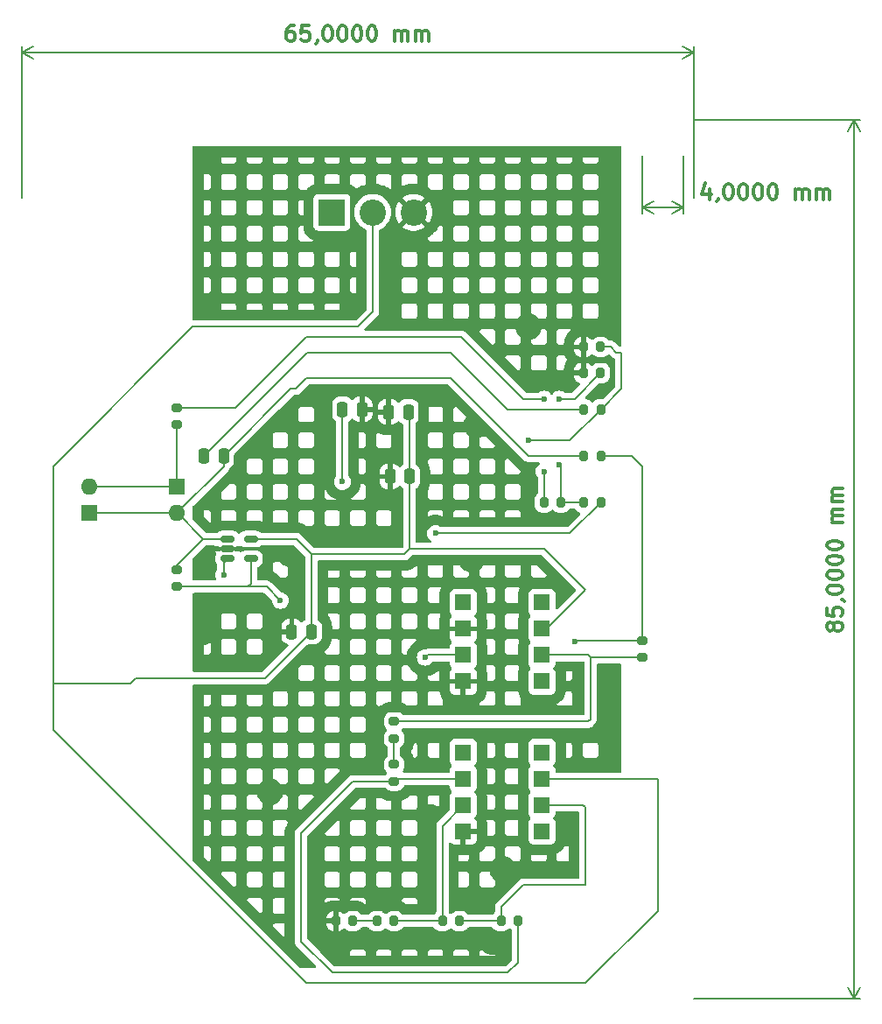
<source format=gbr>
%TF.GenerationSoftware,KiCad,Pcbnew,8.0.5*%
%TF.CreationDate,2024-10-10T13:47:41+03:00*%
%TF.ProjectId,kek,6b656b2e-6b69-4636-9164-5f7063625858,rev?*%
%TF.SameCoordinates,Original*%
%TF.FileFunction,Copper,L1,Top*%
%TF.FilePolarity,Positive*%
%FSLAX46Y46*%
G04 Gerber Fmt 4.6, Leading zero omitted, Abs format (unit mm)*
G04 Created by KiCad (PCBNEW 8.0.5) date 2024-10-10 13:47:41*
%MOMM*%
%LPD*%
G01*
G04 APERTURE LIST*
G04 Aperture macros list*
%AMRoundRect*
0 Rectangle with rounded corners*
0 $1 Rounding radius*
0 $2 $3 $4 $5 $6 $7 $8 $9 X,Y pos of 4 corners*
0 Add a 4 corners polygon primitive as box body*
4,1,4,$2,$3,$4,$5,$6,$7,$8,$9,$2,$3,0*
0 Add four circle primitives for the rounded corners*
1,1,$1+$1,$2,$3*
1,1,$1+$1,$4,$5*
1,1,$1+$1,$6,$7*
1,1,$1+$1,$8,$9*
0 Add four rect primitives between the rounded corners*
20,1,$1+$1,$2,$3,$4,$5,0*
20,1,$1+$1,$4,$5,$6,$7,0*
20,1,$1+$1,$6,$7,$8,$9,0*
20,1,$1+$1,$8,$9,$2,$3,0*%
G04 Aperture macros list end*
%ADD10C,0.300000*%
%TA.AperFunction,NonConductor*%
%ADD11C,0.300000*%
%TD*%
%TA.AperFunction,NonConductor*%
%ADD12C,0.200000*%
%TD*%
%TA.AperFunction,SMDPad,CuDef*%
%ADD13RoundRect,0.150000X-0.512500X-0.150000X0.512500X-0.150000X0.512500X0.150000X-0.512500X0.150000X0*%
%TD*%
%TA.AperFunction,SMDPad,CuDef*%
%ADD14RoundRect,0.200000X-0.275000X0.200000X-0.275000X-0.200000X0.275000X-0.200000X0.275000X0.200000X0*%
%TD*%
%TA.AperFunction,SMDPad,CuDef*%
%ADD15RoundRect,0.200000X-0.200000X-0.275000X0.200000X-0.275000X0.200000X0.275000X-0.200000X0.275000X0*%
%TD*%
%TA.AperFunction,SMDPad,CuDef*%
%ADD16RoundRect,0.200000X0.200000X0.275000X-0.200000X0.275000X-0.200000X-0.275000X0.200000X-0.275000X0*%
%TD*%
%TA.AperFunction,SMDPad,CuDef*%
%ADD17R,1.600000X1.600000*%
%TD*%
%TA.AperFunction,SMDPad,CuDef*%
%ADD18RoundRect,0.250000X-0.250000X-0.475000X0.250000X-0.475000X0.250000X0.475000X-0.250000X0.475000X0*%
%TD*%
%TA.AperFunction,ComponentPad*%
%ADD19R,1.600000X1.600000*%
%TD*%
%TA.AperFunction,ComponentPad*%
%ADD20O,1.600000X1.600000*%
%TD*%
%TA.AperFunction,ComponentPad*%
%ADD21R,2.550000X2.550000*%
%TD*%
%TA.AperFunction,ComponentPad*%
%ADD22C,2.550000*%
%TD*%
%TA.AperFunction,SMDPad,CuDef*%
%ADD23RoundRect,0.200000X0.275000X-0.200000X0.275000X0.200000X-0.275000X0.200000X-0.275000X-0.200000X0*%
%TD*%
%TA.AperFunction,SMDPad,CuDef*%
%ADD24RoundRect,0.250000X0.250000X0.475000X-0.250000X0.475000X-0.250000X-0.475000X0.250000X-0.475000X0*%
%TD*%
%TA.AperFunction,ViaPad*%
%ADD25C,0.600000*%
%TD*%
%TA.AperFunction,Conductor*%
%ADD26C,0.200000*%
%TD*%
G04 APERTURE END LIST*
D10*
D11*
X126285716Y-50878328D02*
X126000001Y-50878328D01*
X126000001Y-50878328D02*
X125857144Y-50949757D01*
X125857144Y-50949757D02*
X125785716Y-51021185D01*
X125785716Y-51021185D02*
X125642858Y-51235471D01*
X125642858Y-51235471D02*
X125571430Y-51521185D01*
X125571430Y-51521185D02*
X125571430Y-52092614D01*
X125571430Y-52092614D02*
X125642858Y-52235471D01*
X125642858Y-52235471D02*
X125714287Y-52306900D01*
X125714287Y-52306900D02*
X125857144Y-52378328D01*
X125857144Y-52378328D02*
X126142858Y-52378328D01*
X126142858Y-52378328D02*
X126285716Y-52306900D01*
X126285716Y-52306900D02*
X126357144Y-52235471D01*
X126357144Y-52235471D02*
X126428573Y-52092614D01*
X126428573Y-52092614D02*
X126428573Y-51735471D01*
X126428573Y-51735471D02*
X126357144Y-51592614D01*
X126357144Y-51592614D02*
X126285716Y-51521185D01*
X126285716Y-51521185D02*
X126142858Y-51449757D01*
X126142858Y-51449757D02*
X125857144Y-51449757D01*
X125857144Y-51449757D02*
X125714287Y-51521185D01*
X125714287Y-51521185D02*
X125642858Y-51592614D01*
X125642858Y-51592614D02*
X125571430Y-51735471D01*
X127785715Y-50878328D02*
X127071429Y-50878328D01*
X127071429Y-50878328D02*
X127000001Y-51592614D01*
X127000001Y-51592614D02*
X127071429Y-51521185D01*
X127071429Y-51521185D02*
X127214287Y-51449757D01*
X127214287Y-51449757D02*
X127571429Y-51449757D01*
X127571429Y-51449757D02*
X127714287Y-51521185D01*
X127714287Y-51521185D02*
X127785715Y-51592614D01*
X127785715Y-51592614D02*
X127857144Y-51735471D01*
X127857144Y-51735471D02*
X127857144Y-52092614D01*
X127857144Y-52092614D02*
X127785715Y-52235471D01*
X127785715Y-52235471D02*
X127714287Y-52306900D01*
X127714287Y-52306900D02*
X127571429Y-52378328D01*
X127571429Y-52378328D02*
X127214287Y-52378328D01*
X127214287Y-52378328D02*
X127071429Y-52306900D01*
X127071429Y-52306900D02*
X127000001Y-52235471D01*
X128571429Y-52306900D02*
X128571429Y-52378328D01*
X128571429Y-52378328D02*
X128500000Y-52521185D01*
X128500000Y-52521185D02*
X128428572Y-52592614D01*
X129500001Y-50878328D02*
X129642858Y-50878328D01*
X129642858Y-50878328D02*
X129785715Y-50949757D01*
X129785715Y-50949757D02*
X129857144Y-51021185D01*
X129857144Y-51021185D02*
X129928572Y-51164042D01*
X129928572Y-51164042D02*
X130000001Y-51449757D01*
X130000001Y-51449757D02*
X130000001Y-51806900D01*
X130000001Y-51806900D02*
X129928572Y-52092614D01*
X129928572Y-52092614D02*
X129857144Y-52235471D01*
X129857144Y-52235471D02*
X129785715Y-52306900D01*
X129785715Y-52306900D02*
X129642858Y-52378328D01*
X129642858Y-52378328D02*
X129500001Y-52378328D01*
X129500001Y-52378328D02*
X129357144Y-52306900D01*
X129357144Y-52306900D02*
X129285715Y-52235471D01*
X129285715Y-52235471D02*
X129214286Y-52092614D01*
X129214286Y-52092614D02*
X129142858Y-51806900D01*
X129142858Y-51806900D02*
X129142858Y-51449757D01*
X129142858Y-51449757D02*
X129214286Y-51164042D01*
X129214286Y-51164042D02*
X129285715Y-51021185D01*
X129285715Y-51021185D02*
X129357144Y-50949757D01*
X129357144Y-50949757D02*
X129500001Y-50878328D01*
X130928572Y-50878328D02*
X131071429Y-50878328D01*
X131071429Y-50878328D02*
X131214286Y-50949757D01*
X131214286Y-50949757D02*
X131285715Y-51021185D01*
X131285715Y-51021185D02*
X131357143Y-51164042D01*
X131357143Y-51164042D02*
X131428572Y-51449757D01*
X131428572Y-51449757D02*
X131428572Y-51806900D01*
X131428572Y-51806900D02*
X131357143Y-52092614D01*
X131357143Y-52092614D02*
X131285715Y-52235471D01*
X131285715Y-52235471D02*
X131214286Y-52306900D01*
X131214286Y-52306900D02*
X131071429Y-52378328D01*
X131071429Y-52378328D02*
X130928572Y-52378328D01*
X130928572Y-52378328D02*
X130785715Y-52306900D01*
X130785715Y-52306900D02*
X130714286Y-52235471D01*
X130714286Y-52235471D02*
X130642857Y-52092614D01*
X130642857Y-52092614D02*
X130571429Y-51806900D01*
X130571429Y-51806900D02*
X130571429Y-51449757D01*
X130571429Y-51449757D02*
X130642857Y-51164042D01*
X130642857Y-51164042D02*
X130714286Y-51021185D01*
X130714286Y-51021185D02*
X130785715Y-50949757D01*
X130785715Y-50949757D02*
X130928572Y-50878328D01*
X132357143Y-50878328D02*
X132500000Y-50878328D01*
X132500000Y-50878328D02*
X132642857Y-50949757D01*
X132642857Y-50949757D02*
X132714286Y-51021185D01*
X132714286Y-51021185D02*
X132785714Y-51164042D01*
X132785714Y-51164042D02*
X132857143Y-51449757D01*
X132857143Y-51449757D02*
X132857143Y-51806900D01*
X132857143Y-51806900D02*
X132785714Y-52092614D01*
X132785714Y-52092614D02*
X132714286Y-52235471D01*
X132714286Y-52235471D02*
X132642857Y-52306900D01*
X132642857Y-52306900D02*
X132500000Y-52378328D01*
X132500000Y-52378328D02*
X132357143Y-52378328D01*
X132357143Y-52378328D02*
X132214286Y-52306900D01*
X132214286Y-52306900D02*
X132142857Y-52235471D01*
X132142857Y-52235471D02*
X132071428Y-52092614D01*
X132071428Y-52092614D02*
X132000000Y-51806900D01*
X132000000Y-51806900D02*
X132000000Y-51449757D01*
X132000000Y-51449757D02*
X132071428Y-51164042D01*
X132071428Y-51164042D02*
X132142857Y-51021185D01*
X132142857Y-51021185D02*
X132214286Y-50949757D01*
X132214286Y-50949757D02*
X132357143Y-50878328D01*
X133785714Y-50878328D02*
X133928571Y-50878328D01*
X133928571Y-50878328D02*
X134071428Y-50949757D01*
X134071428Y-50949757D02*
X134142857Y-51021185D01*
X134142857Y-51021185D02*
X134214285Y-51164042D01*
X134214285Y-51164042D02*
X134285714Y-51449757D01*
X134285714Y-51449757D02*
X134285714Y-51806900D01*
X134285714Y-51806900D02*
X134214285Y-52092614D01*
X134214285Y-52092614D02*
X134142857Y-52235471D01*
X134142857Y-52235471D02*
X134071428Y-52306900D01*
X134071428Y-52306900D02*
X133928571Y-52378328D01*
X133928571Y-52378328D02*
X133785714Y-52378328D01*
X133785714Y-52378328D02*
X133642857Y-52306900D01*
X133642857Y-52306900D02*
X133571428Y-52235471D01*
X133571428Y-52235471D02*
X133499999Y-52092614D01*
X133499999Y-52092614D02*
X133428571Y-51806900D01*
X133428571Y-51806900D02*
X133428571Y-51449757D01*
X133428571Y-51449757D02*
X133499999Y-51164042D01*
X133499999Y-51164042D02*
X133571428Y-51021185D01*
X133571428Y-51021185D02*
X133642857Y-50949757D01*
X133642857Y-50949757D02*
X133785714Y-50878328D01*
X136071427Y-52378328D02*
X136071427Y-51378328D01*
X136071427Y-51521185D02*
X136142856Y-51449757D01*
X136142856Y-51449757D02*
X136285713Y-51378328D01*
X136285713Y-51378328D02*
X136499999Y-51378328D01*
X136499999Y-51378328D02*
X136642856Y-51449757D01*
X136642856Y-51449757D02*
X136714285Y-51592614D01*
X136714285Y-51592614D02*
X136714285Y-52378328D01*
X136714285Y-51592614D02*
X136785713Y-51449757D01*
X136785713Y-51449757D02*
X136928570Y-51378328D01*
X136928570Y-51378328D02*
X137142856Y-51378328D01*
X137142856Y-51378328D02*
X137285713Y-51449757D01*
X137285713Y-51449757D02*
X137357142Y-51592614D01*
X137357142Y-51592614D02*
X137357142Y-52378328D01*
X138071427Y-52378328D02*
X138071427Y-51378328D01*
X138071427Y-51521185D02*
X138142856Y-51449757D01*
X138142856Y-51449757D02*
X138285713Y-51378328D01*
X138285713Y-51378328D02*
X138499999Y-51378328D01*
X138499999Y-51378328D02*
X138642856Y-51449757D01*
X138642856Y-51449757D02*
X138714285Y-51592614D01*
X138714285Y-51592614D02*
X138714285Y-52378328D01*
X138714285Y-51592614D02*
X138785713Y-51449757D01*
X138785713Y-51449757D02*
X138928570Y-51378328D01*
X138928570Y-51378328D02*
X139142856Y-51378328D01*
X139142856Y-51378328D02*
X139285713Y-51449757D01*
X139285713Y-51449757D02*
X139357142Y-51592614D01*
X139357142Y-51592614D02*
X139357142Y-52378328D01*
D12*
X165000000Y-67500000D02*
X165000000Y-52913580D01*
X100000000Y-67500000D02*
X100000000Y-52913580D01*
X165000000Y-53500000D02*
X100000000Y-53500000D01*
X165000000Y-53500000D02*
X100000000Y-53500000D01*
X165000000Y-53500000D02*
X163873496Y-54086421D01*
X165000000Y-53500000D02*
X163873496Y-52913579D01*
X100000000Y-53500000D02*
X101126504Y-52913579D01*
X100000000Y-53500000D02*
X101126504Y-54086421D01*
D10*
D11*
X178521185Y-109142855D02*
X178449757Y-109285712D01*
X178449757Y-109285712D02*
X178378328Y-109357141D01*
X178378328Y-109357141D02*
X178235471Y-109428569D01*
X178235471Y-109428569D02*
X178164042Y-109428569D01*
X178164042Y-109428569D02*
X178021185Y-109357141D01*
X178021185Y-109357141D02*
X177949757Y-109285712D01*
X177949757Y-109285712D02*
X177878328Y-109142855D01*
X177878328Y-109142855D02*
X177878328Y-108857141D01*
X177878328Y-108857141D02*
X177949757Y-108714284D01*
X177949757Y-108714284D02*
X178021185Y-108642855D01*
X178021185Y-108642855D02*
X178164042Y-108571426D01*
X178164042Y-108571426D02*
X178235471Y-108571426D01*
X178235471Y-108571426D02*
X178378328Y-108642855D01*
X178378328Y-108642855D02*
X178449757Y-108714284D01*
X178449757Y-108714284D02*
X178521185Y-108857141D01*
X178521185Y-108857141D02*
X178521185Y-109142855D01*
X178521185Y-109142855D02*
X178592614Y-109285712D01*
X178592614Y-109285712D02*
X178664042Y-109357141D01*
X178664042Y-109357141D02*
X178806900Y-109428569D01*
X178806900Y-109428569D02*
X179092614Y-109428569D01*
X179092614Y-109428569D02*
X179235471Y-109357141D01*
X179235471Y-109357141D02*
X179306900Y-109285712D01*
X179306900Y-109285712D02*
X179378328Y-109142855D01*
X179378328Y-109142855D02*
X179378328Y-108857141D01*
X179378328Y-108857141D02*
X179306900Y-108714284D01*
X179306900Y-108714284D02*
X179235471Y-108642855D01*
X179235471Y-108642855D02*
X179092614Y-108571426D01*
X179092614Y-108571426D02*
X178806900Y-108571426D01*
X178806900Y-108571426D02*
X178664042Y-108642855D01*
X178664042Y-108642855D02*
X178592614Y-108714284D01*
X178592614Y-108714284D02*
X178521185Y-108857141D01*
X177878328Y-107214284D02*
X177878328Y-107928570D01*
X177878328Y-107928570D02*
X178592614Y-107999998D01*
X178592614Y-107999998D02*
X178521185Y-107928570D01*
X178521185Y-107928570D02*
X178449757Y-107785713D01*
X178449757Y-107785713D02*
X178449757Y-107428570D01*
X178449757Y-107428570D02*
X178521185Y-107285713D01*
X178521185Y-107285713D02*
X178592614Y-107214284D01*
X178592614Y-107214284D02*
X178735471Y-107142855D01*
X178735471Y-107142855D02*
X179092614Y-107142855D01*
X179092614Y-107142855D02*
X179235471Y-107214284D01*
X179235471Y-107214284D02*
X179306900Y-107285713D01*
X179306900Y-107285713D02*
X179378328Y-107428570D01*
X179378328Y-107428570D02*
X179378328Y-107785713D01*
X179378328Y-107785713D02*
X179306900Y-107928570D01*
X179306900Y-107928570D02*
X179235471Y-107999998D01*
X179306900Y-106428570D02*
X179378328Y-106428570D01*
X179378328Y-106428570D02*
X179521185Y-106499999D01*
X179521185Y-106499999D02*
X179592614Y-106571427D01*
X177878328Y-105499998D02*
X177878328Y-105357141D01*
X177878328Y-105357141D02*
X177949757Y-105214284D01*
X177949757Y-105214284D02*
X178021185Y-105142856D01*
X178021185Y-105142856D02*
X178164042Y-105071427D01*
X178164042Y-105071427D02*
X178449757Y-104999998D01*
X178449757Y-104999998D02*
X178806900Y-104999998D01*
X178806900Y-104999998D02*
X179092614Y-105071427D01*
X179092614Y-105071427D02*
X179235471Y-105142856D01*
X179235471Y-105142856D02*
X179306900Y-105214284D01*
X179306900Y-105214284D02*
X179378328Y-105357141D01*
X179378328Y-105357141D02*
X179378328Y-105499998D01*
X179378328Y-105499998D02*
X179306900Y-105642856D01*
X179306900Y-105642856D02*
X179235471Y-105714284D01*
X179235471Y-105714284D02*
X179092614Y-105785713D01*
X179092614Y-105785713D02*
X178806900Y-105857141D01*
X178806900Y-105857141D02*
X178449757Y-105857141D01*
X178449757Y-105857141D02*
X178164042Y-105785713D01*
X178164042Y-105785713D02*
X178021185Y-105714284D01*
X178021185Y-105714284D02*
X177949757Y-105642856D01*
X177949757Y-105642856D02*
X177878328Y-105499998D01*
X177878328Y-104071427D02*
X177878328Y-103928570D01*
X177878328Y-103928570D02*
X177949757Y-103785713D01*
X177949757Y-103785713D02*
X178021185Y-103714285D01*
X178021185Y-103714285D02*
X178164042Y-103642856D01*
X178164042Y-103642856D02*
X178449757Y-103571427D01*
X178449757Y-103571427D02*
X178806900Y-103571427D01*
X178806900Y-103571427D02*
X179092614Y-103642856D01*
X179092614Y-103642856D02*
X179235471Y-103714285D01*
X179235471Y-103714285D02*
X179306900Y-103785713D01*
X179306900Y-103785713D02*
X179378328Y-103928570D01*
X179378328Y-103928570D02*
X179378328Y-104071427D01*
X179378328Y-104071427D02*
X179306900Y-104214285D01*
X179306900Y-104214285D02*
X179235471Y-104285713D01*
X179235471Y-104285713D02*
X179092614Y-104357142D01*
X179092614Y-104357142D02*
X178806900Y-104428570D01*
X178806900Y-104428570D02*
X178449757Y-104428570D01*
X178449757Y-104428570D02*
X178164042Y-104357142D01*
X178164042Y-104357142D02*
X178021185Y-104285713D01*
X178021185Y-104285713D02*
X177949757Y-104214285D01*
X177949757Y-104214285D02*
X177878328Y-104071427D01*
X177878328Y-102642856D02*
X177878328Y-102499999D01*
X177878328Y-102499999D02*
X177949757Y-102357142D01*
X177949757Y-102357142D02*
X178021185Y-102285714D01*
X178021185Y-102285714D02*
X178164042Y-102214285D01*
X178164042Y-102214285D02*
X178449757Y-102142856D01*
X178449757Y-102142856D02*
X178806900Y-102142856D01*
X178806900Y-102142856D02*
X179092614Y-102214285D01*
X179092614Y-102214285D02*
X179235471Y-102285714D01*
X179235471Y-102285714D02*
X179306900Y-102357142D01*
X179306900Y-102357142D02*
X179378328Y-102499999D01*
X179378328Y-102499999D02*
X179378328Y-102642856D01*
X179378328Y-102642856D02*
X179306900Y-102785714D01*
X179306900Y-102785714D02*
X179235471Y-102857142D01*
X179235471Y-102857142D02*
X179092614Y-102928571D01*
X179092614Y-102928571D02*
X178806900Y-102999999D01*
X178806900Y-102999999D02*
X178449757Y-102999999D01*
X178449757Y-102999999D02*
X178164042Y-102928571D01*
X178164042Y-102928571D02*
X178021185Y-102857142D01*
X178021185Y-102857142D02*
X177949757Y-102785714D01*
X177949757Y-102785714D02*
X177878328Y-102642856D01*
X177878328Y-101214285D02*
X177878328Y-101071428D01*
X177878328Y-101071428D02*
X177949757Y-100928571D01*
X177949757Y-100928571D02*
X178021185Y-100857143D01*
X178021185Y-100857143D02*
X178164042Y-100785714D01*
X178164042Y-100785714D02*
X178449757Y-100714285D01*
X178449757Y-100714285D02*
X178806900Y-100714285D01*
X178806900Y-100714285D02*
X179092614Y-100785714D01*
X179092614Y-100785714D02*
X179235471Y-100857143D01*
X179235471Y-100857143D02*
X179306900Y-100928571D01*
X179306900Y-100928571D02*
X179378328Y-101071428D01*
X179378328Y-101071428D02*
X179378328Y-101214285D01*
X179378328Y-101214285D02*
X179306900Y-101357143D01*
X179306900Y-101357143D02*
X179235471Y-101428571D01*
X179235471Y-101428571D02*
X179092614Y-101500000D01*
X179092614Y-101500000D02*
X178806900Y-101571428D01*
X178806900Y-101571428D02*
X178449757Y-101571428D01*
X178449757Y-101571428D02*
X178164042Y-101500000D01*
X178164042Y-101500000D02*
X178021185Y-101428571D01*
X178021185Y-101428571D02*
X177949757Y-101357143D01*
X177949757Y-101357143D02*
X177878328Y-101214285D01*
X179378328Y-98928572D02*
X178378328Y-98928572D01*
X178521185Y-98928572D02*
X178449757Y-98857143D01*
X178449757Y-98857143D02*
X178378328Y-98714286D01*
X178378328Y-98714286D02*
X178378328Y-98500000D01*
X178378328Y-98500000D02*
X178449757Y-98357143D01*
X178449757Y-98357143D02*
X178592614Y-98285715D01*
X178592614Y-98285715D02*
X179378328Y-98285715D01*
X178592614Y-98285715D02*
X178449757Y-98214286D01*
X178449757Y-98214286D02*
X178378328Y-98071429D01*
X178378328Y-98071429D02*
X178378328Y-97857143D01*
X178378328Y-97857143D02*
X178449757Y-97714286D01*
X178449757Y-97714286D02*
X178592614Y-97642857D01*
X178592614Y-97642857D02*
X179378328Y-97642857D01*
X179378328Y-96928572D02*
X178378328Y-96928572D01*
X178521185Y-96928572D02*
X178449757Y-96857143D01*
X178449757Y-96857143D02*
X178378328Y-96714286D01*
X178378328Y-96714286D02*
X178378328Y-96500000D01*
X178378328Y-96500000D02*
X178449757Y-96357143D01*
X178449757Y-96357143D02*
X178592614Y-96285715D01*
X178592614Y-96285715D02*
X179378328Y-96285715D01*
X178592614Y-96285715D02*
X178449757Y-96214286D01*
X178449757Y-96214286D02*
X178378328Y-96071429D01*
X178378328Y-96071429D02*
X178378328Y-95857143D01*
X178378328Y-95857143D02*
X178449757Y-95714286D01*
X178449757Y-95714286D02*
X178592614Y-95642857D01*
X178592614Y-95642857D02*
X179378328Y-95642857D01*
D12*
X165000000Y-60000000D02*
X181086420Y-60000000D01*
X165000000Y-145000000D02*
X181086420Y-145000000D01*
X180500000Y-60000000D02*
X180500000Y-145000000D01*
X180500000Y-60000000D02*
X180500000Y-145000000D01*
X180500000Y-60000000D02*
X181086421Y-61126504D01*
X180500000Y-60000000D02*
X179913579Y-61126504D01*
X180500000Y-145000000D02*
X179913579Y-143873496D01*
X180500000Y-145000000D02*
X181086421Y-143873496D01*
D10*
D11*
X166500001Y-66678328D02*
X166500001Y-67678328D01*
X166142858Y-66106900D02*
X165785715Y-67178328D01*
X165785715Y-67178328D02*
X166714286Y-67178328D01*
X167357143Y-67606900D02*
X167357143Y-67678328D01*
X167357143Y-67678328D02*
X167285714Y-67821185D01*
X167285714Y-67821185D02*
X167214286Y-67892614D01*
X168285715Y-66178328D02*
X168428572Y-66178328D01*
X168428572Y-66178328D02*
X168571429Y-66249757D01*
X168571429Y-66249757D02*
X168642858Y-66321185D01*
X168642858Y-66321185D02*
X168714286Y-66464042D01*
X168714286Y-66464042D02*
X168785715Y-66749757D01*
X168785715Y-66749757D02*
X168785715Y-67106900D01*
X168785715Y-67106900D02*
X168714286Y-67392614D01*
X168714286Y-67392614D02*
X168642858Y-67535471D01*
X168642858Y-67535471D02*
X168571429Y-67606900D01*
X168571429Y-67606900D02*
X168428572Y-67678328D01*
X168428572Y-67678328D02*
X168285715Y-67678328D01*
X168285715Y-67678328D02*
X168142858Y-67606900D01*
X168142858Y-67606900D02*
X168071429Y-67535471D01*
X168071429Y-67535471D02*
X168000000Y-67392614D01*
X168000000Y-67392614D02*
X167928572Y-67106900D01*
X167928572Y-67106900D02*
X167928572Y-66749757D01*
X167928572Y-66749757D02*
X168000000Y-66464042D01*
X168000000Y-66464042D02*
X168071429Y-66321185D01*
X168071429Y-66321185D02*
X168142858Y-66249757D01*
X168142858Y-66249757D02*
X168285715Y-66178328D01*
X169714286Y-66178328D02*
X169857143Y-66178328D01*
X169857143Y-66178328D02*
X170000000Y-66249757D01*
X170000000Y-66249757D02*
X170071429Y-66321185D01*
X170071429Y-66321185D02*
X170142857Y-66464042D01*
X170142857Y-66464042D02*
X170214286Y-66749757D01*
X170214286Y-66749757D02*
X170214286Y-67106900D01*
X170214286Y-67106900D02*
X170142857Y-67392614D01*
X170142857Y-67392614D02*
X170071429Y-67535471D01*
X170071429Y-67535471D02*
X170000000Y-67606900D01*
X170000000Y-67606900D02*
X169857143Y-67678328D01*
X169857143Y-67678328D02*
X169714286Y-67678328D01*
X169714286Y-67678328D02*
X169571429Y-67606900D01*
X169571429Y-67606900D02*
X169500000Y-67535471D01*
X169500000Y-67535471D02*
X169428571Y-67392614D01*
X169428571Y-67392614D02*
X169357143Y-67106900D01*
X169357143Y-67106900D02*
X169357143Y-66749757D01*
X169357143Y-66749757D02*
X169428571Y-66464042D01*
X169428571Y-66464042D02*
X169500000Y-66321185D01*
X169500000Y-66321185D02*
X169571429Y-66249757D01*
X169571429Y-66249757D02*
X169714286Y-66178328D01*
X171142857Y-66178328D02*
X171285714Y-66178328D01*
X171285714Y-66178328D02*
X171428571Y-66249757D01*
X171428571Y-66249757D02*
X171500000Y-66321185D01*
X171500000Y-66321185D02*
X171571428Y-66464042D01*
X171571428Y-66464042D02*
X171642857Y-66749757D01*
X171642857Y-66749757D02*
X171642857Y-67106900D01*
X171642857Y-67106900D02*
X171571428Y-67392614D01*
X171571428Y-67392614D02*
X171500000Y-67535471D01*
X171500000Y-67535471D02*
X171428571Y-67606900D01*
X171428571Y-67606900D02*
X171285714Y-67678328D01*
X171285714Y-67678328D02*
X171142857Y-67678328D01*
X171142857Y-67678328D02*
X171000000Y-67606900D01*
X171000000Y-67606900D02*
X170928571Y-67535471D01*
X170928571Y-67535471D02*
X170857142Y-67392614D01*
X170857142Y-67392614D02*
X170785714Y-67106900D01*
X170785714Y-67106900D02*
X170785714Y-66749757D01*
X170785714Y-66749757D02*
X170857142Y-66464042D01*
X170857142Y-66464042D02*
X170928571Y-66321185D01*
X170928571Y-66321185D02*
X171000000Y-66249757D01*
X171000000Y-66249757D02*
X171142857Y-66178328D01*
X172571428Y-66178328D02*
X172714285Y-66178328D01*
X172714285Y-66178328D02*
X172857142Y-66249757D01*
X172857142Y-66249757D02*
X172928571Y-66321185D01*
X172928571Y-66321185D02*
X172999999Y-66464042D01*
X172999999Y-66464042D02*
X173071428Y-66749757D01*
X173071428Y-66749757D02*
X173071428Y-67106900D01*
X173071428Y-67106900D02*
X172999999Y-67392614D01*
X172999999Y-67392614D02*
X172928571Y-67535471D01*
X172928571Y-67535471D02*
X172857142Y-67606900D01*
X172857142Y-67606900D02*
X172714285Y-67678328D01*
X172714285Y-67678328D02*
X172571428Y-67678328D01*
X172571428Y-67678328D02*
X172428571Y-67606900D01*
X172428571Y-67606900D02*
X172357142Y-67535471D01*
X172357142Y-67535471D02*
X172285713Y-67392614D01*
X172285713Y-67392614D02*
X172214285Y-67106900D01*
X172214285Y-67106900D02*
X172214285Y-66749757D01*
X172214285Y-66749757D02*
X172285713Y-66464042D01*
X172285713Y-66464042D02*
X172357142Y-66321185D01*
X172357142Y-66321185D02*
X172428571Y-66249757D01*
X172428571Y-66249757D02*
X172571428Y-66178328D01*
X174857141Y-67678328D02*
X174857141Y-66678328D01*
X174857141Y-66821185D02*
X174928570Y-66749757D01*
X174928570Y-66749757D02*
X175071427Y-66678328D01*
X175071427Y-66678328D02*
X175285713Y-66678328D01*
X175285713Y-66678328D02*
X175428570Y-66749757D01*
X175428570Y-66749757D02*
X175499999Y-66892614D01*
X175499999Y-66892614D02*
X175499999Y-67678328D01*
X175499999Y-66892614D02*
X175571427Y-66749757D01*
X175571427Y-66749757D02*
X175714284Y-66678328D01*
X175714284Y-66678328D02*
X175928570Y-66678328D01*
X175928570Y-66678328D02*
X176071427Y-66749757D01*
X176071427Y-66749757D02*
X176142856Y-66892614D01*
X176142856Y-66892614D02*
X176142856Y-67678328D01*
X176857141Y-67678328D02*
X176857141Y-66678328D01*
X176857141Y-66821185D02*
X176928570Y-66749757D01*
X176928570Y-66749757D02*
X177071427Y-66678328D01*
X177071427Y-66678328D02*
X177285713Y-66678328D01*
X177285713Y-66678328D02*
X177428570Y-66749757D01*
X177428570Y-66749757D02*
X177499999Y-66892614D01*
X177499999Y-66892614D02*
X177499999Y-67678328D01*
X177499999Y-66892614D02*
X177571427Y-66749757D01*
X177571427Y-66749757D02*
X177714284Y-66678328D01*
X177714284Y-66678328D02*
X177928570Y-66678328D01*
X177928570Y-66678328D02*
X178071427Y-66749757D01*
X178071427Y-66749757D02*
X178142856Y-66892614D01*
X178142856Y-66892614D02*
X178142856Y-67678328D01*
D12*
X160000000Y-63500000D02*
X160000000Y-69086420D01*
X164000000Y-63500000D02*
X164000000Y-69086420D01*
X160000000Y-68500000D02*
X164000000Y-68500000D01*
X160000000Y-68500000D02*
X164000000Y-68500000D01*
X160000000Y-68500000D02*
X161126504Y-67913579D01*
X160000000Y-68500000D02*
X161126504Y-69086421D01*
X164000000Y-68500000D02*
X162873496Y-69086421D01*
X164000000Y-68500000D02*
X162873496Y-67913579D01*
D13*
%TO.P,DA1,1,OUT*%
%TO.N,/OUT1*%
X119862500Y-100550000D03*
%TO.P,DA1,2,V-*%
%TO.N,Earth*%
X119862500Y-101500000D03*
%TO.P,DA1,3,IN+*%
%TO.N,Net-(DA1-IN+)*%
X119862500Y-102450000D03*
%TO.P,DA1,4,IN-*%
%TO.N,Net-(DA1-IN-)*%
X122137500Y-102450000D03*
%TO.P,DA1,5,V+*%
%TO.N,+5V*%
X122137500Y-100550000D03*
%TD*%
D14*
%TO.P,R8,1*%
%TO.N,Net-(DA2-IN-)*%
X160000000Y-110350000D03*
%TO.P,R8,2*%
%TO.N,/OUT2*%
X160000000Y-112000000D03*
%TD*%
D15*
%TO.P,R2,1*%
%TO.N,Earth*%
X154330000Y-84480000D03*
%TO.P,R2,2*%
%TO.N,Net-(R2-Pad2)*%
X155980000Y-84480000D03*
%TD*%
D16*
%TO.P,R5,1*%
%TO.N,Net-(R2-Pad2)*%
X152150000Y-97000000D03*
%TO.P,R5,2*%
%TO.N,Net-(R5-Pad2)*%
X150500000Y-97000000D03*
%TD*%
D17*
%TO.P,DA2,1,VOS*%
%TO.N,unconnected-(DA2-VOS-Pad1)*%
X142690000Y-106690000D03*
%TO.P,DA2,2,IN+*%
%TO.N,Earth*%
X142690000Y-109230000D03*
%TO.P,DA2,3,IN-*%
%TO.N,Net-(DA2-IN-)*%
X142690000Y-111770000D03*
%TO.P,DA2,4,V-*%
%TO.N,Earth*%
X142690000Y-114310000D03*
%TO.P,DA2,5,NC*%
%TO.N,unconnected-(DA2-NC-Pad5)*%
X150310000Y-114310000D03*
%TO.P,DA2,6,OUT*%
%TO.N,/OUT2*%
X150310000Y-111770000D03*
%TO.P,DA2,7,V+*%
%TO.N,+5V*%
X150310000Y-109230000D03*
%TO.P,DA2,8,VOS*%
%TO.N,unconnected-(DA2-VOS-Pad8)*%
X150310000Y-106690000D03*
%TD*%
D18*
%TO.P,C4,1*%
%TO.N,Earth*%
X135600000Y-94500000D03*
%TO.P,C4,2*%
%TO.N,+5V*%
X137500000Y-94500000D03*
%TD*%
D15*
%TO.P,R1,1*%
%TO.N,Earth*%
X154330000Y-81970000D03*
%TO.P,R1,2*%
%TO.N,Net-(DA1-IN+)*%
X155980000Y-81970000D03*
%TD*%
D19*
%TO.P,VD1,1*%
%TO.N,/OUT1*%
X106500000Y-98000000D03*
D20*
%TO.P,VD1,2*%
%TO.N,Net-(R6-Pad2)*%
X106500000Y-95460000D03*
%TD*%
D16*
%TO.P,R7,1*%
%TO.N,Net-(DA1-IN+)*%
X156000000Y-88000000D03*
%TO.P,R7,2*%
%TO.N,Net-(C2-Pad1)*%
X154350000Y-88000000D03*
%TD*%
D15*
%TO.P,R14,1*%
%TO.N,Net-(DA3-IN-)*%
X140675000Y-137500000D03*
%TO.P,R14,2*%
%TO.N,Net-(DA3-OUT)*%
X142325000Y-137500000D03*
%TD*%
D19*
%TO.P,VD2,1*%
%TO.N,Net-(R6-Pad2)*%
X115000000Y-95500000D03*
D20*
%TO.P,VD2,2*%
%TO.N,/OUT1*%
X115000000Y-98040000D03*
%TD*%
D17*
%TO.P,DA3,1,VOS*%
%TO.N,unconnected-(DA3-VOS-Pad1)*%
X142690000Y-121190000D03*
%TO.P,DA3,2,IN+*%
%TO.N,Net-(DA3-IN+)*%
X142690000Y-123730000D03*
%TO.P,DA3,3,IN-*%
%TO.N,Net-(DA3-IN-)*%
X142690000Y-126270000D03*
%TO.P,DA3,4,V-*%
%TO.N,Earth*%
X142690000Y-128810000D03*
%TO.P,DA3,5,NC*%
%TO.N,unconnected-(DA3-NC-Pad5)*%
X150310000Y-128810000D03*
%TO.P,DA3,6,OUT*%
%TO.N,Net-(DA3-OUT)*%
X150310000Y-126270000D03*
%TO.P,DA3,7,V+*%
%TO.N,+5V*%
X150310000Y-123730000D03*
%TO.P,DA3,8,VOS*%
%TO.N,unconnected-(DA3-VOS-Pad8)*%
X150310000Y-121190000D03*
%TD*%
D18*
%TO.P,C2,1*%
%TO.N,Net-(C2-Pad1)*%
X117600000Y-92500000D03*
%TO.P,C2,2*%
%TO.N,/OUT1*%
X119500000Y-92500000D03*
%TD*%
D21*
%TO.P,X1,1*%
%TO.N,/OUT3*%
X129977750Y-68937500D03*
D22*
%TO.P,X1,2*%
%TO.N,+5V*%
X133937750Y-68937500D03*
%TO.P,X1,3*%
%TO.N,Earth*%
X137897750Y-68937500D03*
%TD*%
D18*
%TO.P,C5,1*%
%TO.N,Earth*%
X126100000Y-109500000D03*
%TO.P,C5,2*%
%TO.N,+5V*%
X128000000Y-109500000D03*
%TD*%
D23*
%TO.P,R15,1*%
%TO.N,Net-(DA1-IN-)*%
X115000000Y-105150000D03*
%TO.P,R15,2*%
%TO.N,/OUT1*%
X115000000Y-103500000D03*
%TD*%
D24*
%TO.P,C1,1*%
%TO.N,Earth*%
X132900000Y-88000000D03*
%TO.P,C1,2*%
%TO.N,Net-(DA1-IN+)*%
X131000000Y-88000000D03*
%TD*%
D15*
%TO.P,R13,1*%
%TO.N,Net-(DA3-OUT)*%
X146350000Y-137500000D03*
%TO.P,R13,2*%
%TO.N,Net-(DA3-IN+)*%
X148000000Y-137500000D03*
%TD*%
D14*
%TO.P,R12,1*%
%TO.N,Net-(R12-Pad1)*%
X136000000Y-122350000D03*
%TO.P,R12,2*%
%TO.N,Net-(DA3-IN+)*%
X136000000Y-124000000D03*
%TD*%
D15*
%TO.P,R4,1*%
%TO.N,Net-(R2-Pad2)*%
X154350000Y-97000000D03*
%TO.P,R4,2*%
%TO.N,Net-(DA1-IN-)*%
X156000000Y-97000000D03*
%TD*%
%TO.P,R10,1*%
%TO.N,Earth*%
X130350000Y-137500000D03*
%TO.P,R10,2*%
%TO.N,Net-(R10-Pad2)*%
X132000000Y-137500000D03*
%TD*%
%TO.P,R11,1*%
%TO.N,Net-(R10-Pad2)*%
X134350000Y-137500000D03*
%TO.P,R11,2*%
%TO.N,Net-(DA3-IN-)*%
X136000000Y-137500000D03*
%TD*%
D18*
%TO.P,C3,1*%
%TO.N,Earth*%
X135475000Y-88240000D03*
%TO.P,C3,2*%
%TO.N,+5V*%
X137375000Y-88240000D03*
%TD*%
D14*
%TO.P,R9,1*%
%TO.N,/OUT2*%
X136000000Y-118200000D03*
%TO.P,R9,2*%
%TO.N,Net-(R12-Pad1)*%
X136000000Y-119850000D03*
%TD*%
%TO.P,R6,1*%
%TO.N,Net-(R5-Pad2)*%
X115000000Y-87850000D03*
%TO.P,R6,2*%
%TO.N,Net-(R6-Pad2)*%
X115000000Y-89500000D03*
%TD*%
D15*
%TO.P,R3,1*%
%TO.N,/OUT1*%
X154350000Y-92500000D03*
%TO.P,R3,2*%
%TO.N,Net-(DA2-IN-)*%
X156000000Y-92500000D03*
%TD*%
D25*
%TO.N,Net-(DA1-IN-)*%
X140000000Y-100000000D03*
X125000000Y-106500000D03*
%TO.N,Net-(DA1-IN+)*%
X149000000Y-91000000D03*
X119500000Y-104000000D03*
X131000000Y-95000000D03*
%TO.N,Earth*%
X143500000Y-102500000D03*
X145500000Y-139500000D03*
X117500000Y-109500000D03*
X124000000Y-125000000D03*
X139500000Y-127500000D03*
X117500000Y-102000000D03*
X146500000Y-132500000D03*
X144000000Y-89500000D03*
X126000000Y-102000000D03*
X144000000Y-89500000D03*
X117500000Y-109500000D03*
X143500000Y-102500000D03*
X117500000Y-102000000D03*
X124000000Y-125000000D03*
X146500000Y-132500000D03*
X145500000Y-139500000D03*
X149000000Y-80000000D03*
X139500000Y-127500000D03*
X149000000Y-80000000D03*
X126000000Y-102000000D03*
%TO.N,Net-(DA2-IN-)*%
X153500000Y-110500000D03*
X139000000Y-112000000D03*
%TO.N,Net-(R2-Pad2)*%
X152000000Y-87000000D03*
X152000000Y-87000000D03*
X152000000Y-93400000D03*
%TO.N,Net-(R5-Pad2)*%
X150500000Y-94000000D03*
X150500000Y-87000000D03*
%TD*%
D26*
%TO.N,Net-(DA1-IN-)*%
X156000000Y-97000000D02*
X153000000Y-100000000D01*
X122137500Y-104862500D02*
X122137500Y-102450000D01*
X121850000Y-105150000D02*
X123650000Y-105150000D01*
X121850000Y-105150000D02*
X122137500Y-104862500D01*
X153000000Y-100000000D02*
X140000000Y-100000000D01*
X115000000Y-105150000D02*
X121850000Y-105150000D01*
X123650000Y-105150000D02*
X125000000Y-106500000D01*
%TO.N,Net-(DA1-IN+)*%
X158000000Y-86000000D02*
X158000000Y-82500000D01*
X157500000Y-82500000D02*
X156970000Y-81970000D01*
X156000000Y-88000000D02*
X158000000Y-86000000D01*
X119500000Y-102812500D02*
X119500000Y-104000000D01*
X153000000Y-91000000D02*
X149000000Y-91000000D01*
X158000000Y-82500000D02*
X157500000Y-82500000D01*
X156970000Y-81970000D02*
X155980000Y-81970000D01*
X119862500Y-102450000D02*
X119500000Y-102812500D01*
X156000000Y-88000000D02*
X153000000Y-91000000D01*
X131000000Y-95000000D02*
X131000000Y-88000000D01*
%TO.N,Earth*%
X117500000Y-102000000D02*
X118000000Y-101500000D01*
X126100000Y-109500000D02*
X117500000Y-109500000D01*
X118000000Y-101500000D02*
X119862500Y-101500000D01*
%TO.N,+5V*%
X116500000Y-80000000D02*
X103000000Y-93500000D01*
X110500000Y-114500000D02*
X103000000Y-114500000D01*
X103000000Y-93500000D02*
X103000000Y-114500000D01*
X103000000Y-119000000D02*
X127500000Y-143500000D01*
X161500000Y-123730000D02*
X150310000Y-123730000D01*
X137500000Y-94500000D02*
X137500000Y-88365000D01*
X133937750Y-78562250D02*
X132500000Y-80000000D01*
X137500000Y-101500000D02*
X137500000Y-94500000D01*
X137000000Y-102000000D02*
X137500000Y-101500000D01*
X122137500Y-100550000D02*
X126550000Y-100550000D01*
X137500000Y-88365000D02*
X137375000Y-88240000D01*
X150500000Y-101500000D02*
X154500000Y-105500000D01*
X128000000Y-102000000D02*
X128000000Y-109500000D01*
X154500000Y-143500000D02*
X161500000Y-136500000D01*
X127500000Y-143500000D02*
X154500000Y-143500000D01*
X154500000Y-105500000D02*
X150770000Y-109230000D01*
X123500000Y-114000000D02*
X111000000Y-114000000D01*
X133937750Y-68937500D02*
X133937750Y-78562250D01*
X111000000Y-114000000D02*
X110500000Y-114500000D01*
X128000000Y-102000000D02*
X137000000Y-102000000D01*
X150770000Y-109230000D02*
X150310000Y-109230000D01*
X128000000Y-109500000D02*
X123500000Y-114000000D01*
X126550000Y-100550000D02*
X128000000Y-102000000D01*
X161500000Y-136500000D02*
X161500000Y-123730000D01*
X132500000Y-80000000D02*
X116500000Y-80000000D01*
X103000000Y-114500000D02*
X103000000Y-119000000D01*
X137500000Y-101500000D02*
X150500000Y-101500000D01*
%TO.N,/OUT1*%
X115000000Y-103100000D02*
X117550000Y-100550000D01*
X119500000Y-93540000D02*
X119500000Y-92500000D01*
X154350000Y-92500000D02*
X149000000Y-92500000D01*
X106500000Y-98000000D02*
X114960000Y-98000000D01*
X117550000Y-100550000D02*
X119862500Y-100550000D01*
X115040000Y-98040000D02*
X117550000Y-100550000D01*
X126500000Y-86000000D02*
X126000000Y-86000000D01*
X127500000Y-85000000D02*
X126500000Y-86000000D01*
X141500000Y-85000000D02*
X127500000Y-85000000D01*
X115000000Y-98040000D02*
X115040000Y-98040000D01*
X114960000Y-98000000D02*
X115000000Y-98040000D01*
X149000000Y-92500000D02*
X141500000Y-85000000D01*
X115000000Y-103500000D02*
X115000000Y-103100000D01*
X126000000Y-86000000D02*
X119500000Y-92500000D01*
X115000000Y-98040000D02*
X119500000Y-93540000D01*
%TO.N,Net-(C2-Pad1)*%
X154350000Y-88000000D02*
X147000000Y-88000000D01*
X141500000Y-82500000D02*
X127600000Y-82500000D01*
X127600000Y-82500000D02*
X117600000Y-92500000D01*
X147000000Y-88000000D02*
X141500000Y-82500000D01*
%TO.N,Net-(DA2-IN-)*%
X160000000Y-93500000D02*
X159000000Y-92500000D01*
X153650000Y-110350000D02*
X153500000Y-110500000D01*
X160000000Y-110350000D02*
X160000000Y-93500000D01*
X139230000Y-111770000D02*
X142690000Y-111770000D01*
X160000000Y-110350000D02*
X153650000Y-110350000D01*
X159000000Y-92500000D02*
X156000000Y-92500000D01*
X139000000Y-112000000D02*
X139230000Y-111770000D01*
%TO.N,/OUT2*%
X155000000Y-112000000D02*
X160000000Y-112000000D01*
X154800000Y-118200000D02*
X155000000Y-118000000D01*
X154770000Y-111770000D02*
X150310000Y-111770000D01*
X155000000Y-118000000D02*
X155000000Y-112000000D01*
X155000000Y-112000000D02*
X154770000Y-111770000D01*
X136000000Y-118200000D02*
X154800000Y-118200000D01*
%TO.N,Net-(DA3-OUT)*%
X154500000Y-126500000D02*
X154270000Y-126270000D01*
X146350000Y-137500000D02*
X146350000Y-136150000D01*
X148500000Y-134000000D02*
X154500000Y-134000000D01*
X154270000Y-126270000D02*
X150310000Y-126270000D01*
X146350000Y-136150000D02*
X148500000Y-134000000D01*
X146350000Y-137500000D02*
X142325000Y-137500000D01*
X154500000Y-134000000D02*
X154500000Y-126500000D01*
%TO.N,Net-(DA3-IN+)*%
X142690000Y-123730000D02*
X136270000Y-123730000D01*
X127000000Y-129000000D02*
X132000000Y-124000000D01*
X148000000Y-141500000D02*
X147000000Y-142500000D01*
X127000000Y-139500000D02*
X127000000Y-129000000D01*
X136270000Y-123730000D02*
X136000000Y-124000000D01*
X147000000Y-142500000D02*
X130000000Y-142500000D01*
X148000000Y-137500000D02*
X148000000Y-141500000D01*
X132000000Y-124000000D02*
X136000000Y-124000000D01*
X130000000Y-142500000D02*
X127000000Y-139500000D01*
%TO.N,Net-(DA3-IN-)*%
X142690000Y-126270000D02*
X140675000Y-128285000D01*
X140675000Y-128285000D02*
X140675000Y-137500000D01*
X140675000Y-137500000D02*
X136000000Y-137500000D01*
%TO.N,Net-(R2-Pad2)*%
X152150000Y-93550000D02*
X152150000Y-97000000D01*
X155980000Y-84480000D02*
X153460000Y-87000000D01*
X152000000Y-93400000D02*
X152150000Y-93550000D01*
X153460000Y-87000000D02*
X152000000Y-87000000D01*
X152150000Y-97000000D02*
X154350000Y-97000000D01*
%TO.N,Net-(R5-Pad2)*%
X150500000Y-97000000D02*
X150500000Y-94000000D01*
X148500000Y-87000000D02*
X150500000Y-87000000D01*
X120650000Y-87850000D02*
X127500000Y-81000000D01*
X127500000Y-81000000D02*
X142500000Y-81000000D01*
X115000000Y-87850000D02*
X120650000Y-87850000D01*
X142500000Y-81000000D02*
X148500000Y-87000000D01*
%TO.N,Net-(R6-Pad2)*%
X106500000Y-95460000D02*
X114960000Y-95460000D01*
X115000000Y-95500000D02*
X115000000Y-89500000D01*
X114960000Y-95460000D02*
X115000000Y-95500000D01*
%TO.N,Net-(R12-Pad1)*%
X136000000Y-122350000D02*
X136000000Y-119850000D01*
%TO.N,Net-(R10-Pad2)*%
X132000000Y-137500000D02*
X134350000Y-137500000D01*
%TD*%
%TA.AperFunction,Conductor*%
%TO.N,Earth*%
G36*
X150266942Y-102120185D02*
G01*
X150287584Y-102136819D01*
X153563083Y-105412318D01*
X153596568Y-105473641D01*
X153591584Y-105543333D01*
X153563083Y-105587680D01*
X151822180Y-107328582D01*
X151760857Y-107362067D01*
X151691165Y-107357083D01*
X151635232Y-107315211D01*
X151610815Y-107249747D01*
X151610499Y-107240924D01*
X151610499Y-105842128D01*
X151605299Y-105793757D01*
X151604091Y-105782516D01*
X151553797Y-105647671D01*
X151553793Y-105647664D01*
X151467547Y-105532455D01*
X151467544Y-105532452D01*
X151352335Y-105446206D01*
X151352328Y-105446202D01*
X151217482Y-105395908D01*
X151217483Y-105395908D01*
X151157883Y-105389501D01*
X151157881Y-105389500D01*
X151157873Y-105389500D01*
X151157864Y-105389500D01*
X149462129Y-105389500D01*
X149462123Y-105389501D01*
X149402516Y-105395908D01*
X149267671Y-105446202D01*
X149267664Y-105446206D01*
X149152455Y-105532452D01*
X149152452Y-105532455D01*
X149066206Y-105647664D01*
X149066202Y-105647671D01*
X149015908Y-105782517D01*
X149010938Y-105828752D01*
X149009501Y-105842123D01*
X149009500Y-105842135D01*
X149009500Y-107537870D01*
X149009501Y-107537876D01*
X149015908Y-107597483D01*
X149066202Y-107732328D01*
X149066206Y-107732335D01*
X149152452Y-107847544D01*
X149152453Y-107847544D01*
X149152454Y-107847546D01*
X149165524Y-107857330D01*
X149170071Y-107860734D01*
X149211941Y-107916668D01*
X149216925Y-107986360D01*
X149183439Y-108047683D01*
X149170071Y-108059266D01*
X149152452Y-108072455D01*
X149066206Y-108187664D01*
X149066202Y-108187671D01*
X149015908Y-108322517D01*
X149009501Y-108382116D01*
X149009500Y-108382135D01*
X149009500Y-110077870D01*
X149009501Y-110077876D01*
X149015908Y-110137483D01*
X149066202Y-110272328D01*
X149066206Y-110272335D01*
X149152452Y-110387544D01*
X149152453Y-110387544D01*
X149152454Y-110387546D01*
X149156256Y-110390392D01*
X149170071Y-110400734D01*
X149211941Y-110456668D01*
X149216925Y-110526360D01*
X149183439Y-110587683D01*
X149170071Y-110599266D01*
X149152452Y-110612455D01*
X149066206Y-110727664D01*
X149066202Y-110727671D01*
X149015908Y-110862517D01*
X149009501Y-110922116D01*
X149009501Y-110922123D01*
X149009500Y-110922135D01*
X149009500Y-112617870D01*
X149009501Y-112617876D01*
X149015908Y-112677483D01*
X149066202Y-112812328D01*
X149066206Y-112812335D01*
X149152452Y-112927544D01*
X149152453Y-112927544D01*
X149152454Y-112927546D01*
X149165524Y-112937330D01*
X149170071Y-112940734D01*
X149211941Y-112996668D01*
X149216925Y-113066360D01*
X149183439Y-113127683D01*
X149170071Y-113139266D01*
X149152452Y-113152455D01*
X149066206Y-113267664D01*
X149066202Y-113267671D01*
X149015908Y-113402517D01*
X149009501Y-113462116D01*
X149009501Y-113462123D01*
X149009500Y-113462135D01*
X149009500Y-115157870D01*
X149009501Y-115157876D01*
X149015908Y-115217483D01*
X149066202Y-115352328D01*
X149066206Y-115352335D01*
X149152452Y-115467544D01*
X149152455Y-115467547D01*
X149267664Y-115553793D01*
X149267671Y-115553797D01*
X149402517Y-115604091D01*
X149402516Y-115604091D01*
X149409444Y-115604835D01*
X149462127Y-115610500D01*
X151157872Y-115610499D01*
X151217483Y-115604091D01*
X151352331Y-115553796D01*
X151467546Y-115467546D01*
X151553796Y-115352331D01*
X151604091Y-115217483D01*
X151610500Y-115157873D01*
X151610499Y-113462128D01*
X151604091Y-113402517D01*
X151601458Y-113395458D01*
X151591403Y-113368500D01*
X152604185Y-113368500D01*
X152604212Y-113368755D01*
X152604523Y-113372064D01*
X152606135Y-113392101D01*
X152606357Y-113395413D01*
X152607786Y-113422095D01*
X152607919Y-113425413D01*
X152608455Y-113445464D01*
X152608499Y-113448778D01*
X152608500Y-114250000D01*
X152999335Y-114250000D01*
X153176581Y-114176581D01*
X153250000Y-113999334D01*
X153250000Y-113368500D01*
X152604185Y-113368500D01*
X151591403Y-113368500D01*
X151553797Y-113267671D01*
X151553793Y-113267664D01*
X151467547Y-113152455D01*
X151467546Y-113152454D01*
X151450347Y-113139579D01*
X151449929Y-113139266D01*
X151408058Y-113083334D01*
X151403074Y-113013642D01*
X151436558Y-112952319D01*
X151449930Y-112940733D01*
X151467546Y-112927546D01*
X151553796Y-112812331D01*
X151604091Y-112677483D01*
X151610500Y-112617873D01*
X151610500Y-112494500D01*
X151630185Y-112427461D01*
X151682989Y-112381706D01*
X151734500Y-112370500D01*
X154275500Y-112370500D01*
X154342539Y-112390185D01*
X154388294Y-112442989D01*
X154399500Y-112494500D01*
X154399500Y-117475500D01*
X154379815Y-117542539D01*
X154327011Y-117588294D01*
X154275500Y-117599500D01*
X136916520Y-117599500D01*
X136849481Y-117579815D01*
X136828839Y-117563181D01*
X136710188Y-117444530D01*
X136564606Y-117356522D01*
X136402196Y-117305914D01*
X136402194Y-117305913D01*
X136402192Y-117305913D01*
X136352778Y-117301423D01*
X136331616Y-117299500D01*
X135668384Y-117299500D01*
X135649145Y-117301248D01*
X135597807Y-117305913D01*
X135435393Y-117356522D01*
X135289811Y-117444530D01*
X135169530Y-117564811D01*
X135081522Y-117710393D01*
X135030913Y-117872807D01*
X135024500Y-117943386D01*
X135024500Y-118456613D01*
X135030913Y-118527192D01*
X135030913Y-118527194D01*
X135030914Y-118527196D01*
X135078690Y-118680519D01*
X135081522Y-118689606D01*
X135169530Y-118835188D01*
X135271661Y-118937319D01*
X135305146Y-118998642D01*
X135300162Y-119068334D01*
X135271661Y-119112681D01*
X135169531Y-119214810D01*
X135169530Y-119214811D01*
X135081522Y-119360393D01*
X135030913Y-119522807D01*
X135024500Y-119593386D01*
X135024500Y-120106613D01*
X135030913Y-120177192D01*
X135030913Y-120177194D01*
X135030914Y-120177196D01*
X135069806Y-120302007D01*
X135081522Y-120339606D01*
X135169530Y-120485188D01*
X135289811Y-120605469D01*
X135289813Y-120605470D01*
X135289815Y-120605472D01*
X135339650Y-120635598D01*
X135386838Y-120687126D01*
X135399500Y-120741715D01*
X135399500Y-121458284D01*
X135379815Y-121525323D01*
X135339652Y-121564400D01*
X135289811Y-121594530D01*
X135169530Y-121714811D01*
X135081522Y-121860393D01*
X135030913Y-122022807D01*
X135024500Y-122093386D01*
X135024500Y-122606613D01*
X135030913Y-122677192D01*
X135030913Y-122677194D01*
X135030914Y-122677196D01*
X135065664Y-122788715D01*
X135081522Y-122839606D01*
X135169530Y-122985188D01*
X135271661Y-123087319D01*
X135305146Y-123148642D01*
X135300162Y-123218334D01*
X135271661Y-123262681D01*
X135171161Y-123363181D01*
X135109838Y-123396666D01*
X135083480Y-123399500D01*
X132086669Y-123399500D01*
X132086653Y-123399499D01*
X132079057Y-123399499D01*
X131920943Y-123399499D01*
X131813587Y-123428265D01*
X131768210Y-123440424D01*
X131768209Y-123440425D01*
X131718096Y-123469359D01*
X131718095Y-123469360D01*
X131674689Y-123494420D01*
X131631285Y-123519479D01*
X131631282Y-123519481D01*
X126519481Y-128631282D01*
X126519480Y-128631284D01*
X126478594Y-128702102D01*
X126469361Y-128718094D01*
X126469359Y-128718096D01*
X126440425Y-128768209D01*
X126440424Y-128768210D01*
X126428691Y-128812000D01*
X126399499Y-128920943D01*
X126399499Y-128920945D01*
X126399499Y-129089046D01*
X126399500Y-129089059D01*
X126399500Y-139413330D01*
X126399499Y-139413348D01*
X126399499Y-139579054D01*
X126399498Y-139579054D01*
X126440423Y-139731785D01*
X126469358Y-139781900D01*
X126469359Y-139781904D01*
X126469360Y-139781904D01*
X126519479Y-139868714D01*
X126519481Y-139868717D01*
X126638349Y-139987585D01*
X126638355Y-139987590D01*
X128439083Y-141788319D01*
X128472568Y-141849642D01*
X128467584Y-141919334D01*
X128425712Y-141975267D01*
X128360248Y-141999684D01*
X128351402Y-142000000D01*
X126900597Y-142000000D01*
X126833558Y-141980315D01*
X126812916Y-141963681D01*
X122839921Y-137990686D01*
X124251305Y-137990686D01*
X125401500Y-139140881D01*
X125401500Y-137748000D01*
X124498665Y-137748000D01*
X124321418Y-137821418D01*
X124251305Y-137990686D01*
X122839921Y-137990686D01*
X120339921Y-135490686D01*
X121751305Y-135490686D01*
X123007313Y-136746694D01*
X123176581Y-136676581D01*
X123250000Y-136499334D01*
X123250000Y-135498665D01*
X124248000Y-135498665D01*
X124248000Y-136499334D01*
X124321418Y-136676581D01*
X124498665Y-136750000D01*
X125401500Y-136750000D01*
X125401500Y-135248000D01*
X124498665Y-135248000D01*
X124321418Y-135321418D01*
X124248000Y-135498665D01*
X123250000Y-135498665D01*
X123176581Y-135321418D01*
X122999335Y-135248000D01*
X121998665Y-135248000D01*
X121821418Y-135321418D01*
X121751305Y-135490686D01*
X120339921Y-135490686D01*
X117839921Y-132990686D01*
X119251305Y-132990686D01*
X120507313Y-134246694D01*
X120676581Y-134176581D01*
X120750000Y-133999334D01*
X120750000Y-132998665D01*
X121748000Y-132998665D01*
X121748000Y-133999334D01*
X121821418Y-134176581D01*
X121998665Y-134250000D01*
X122999335Y-134250000D01*
X123176581Y-134176581D01*
X123250000Y-133999334D01*
X123250000Y-132998665D01*
X124248000Y-132998665D01*
X124248000Y-133999334D01*
X124321418Y-134176581D01*
X124498665Y-134250000D01*
X125401500Y-134250000D01*
X125401500Y-132748000D01*
X124498665Y-132748000D01*
X124321418Y-132821418D01*
X124248000Y-132998665D01*
X123250000Y-132998665D01*
X123176581Y-132821418D01*
X122999335Y-132748000D01*
X121998665Y-132748000D01*
X121821418Y-132821418D01*
X121748000Y-132998665D01*
X120750000Y-132998665D01*
X120676581Y-132821418D01*
X120499335Y-132748000D01*
X119498665Y-132748000D01*
X119321418Y-132821418D01*
X119251305Y-132990686D01*
X117839921Y-132990686D01*
X116536319Y-131687084D01*
X116502834Y-131625761D01*
X116500000Y-131599403D01*
X116500000Y-131363381D01*
X117624000Y-131363381D01*
X118007313Y-131746694D01*
X118176581Y-131676581D01*
X118250000Y-131499334D01*
X118250000Y-130498665D01*
X119248000Y-130498665D01*
X119248000Y-131499334D01*
X119321418Y-131676581D01*
X119498665Y-131750000D01*
X120499335Y-131750000D01*
X120676581Y-131676581D01*
X120750000Y-131499334D01*
X120750000Y-130498665D01*
X121748000Y-130498665D01*
X121748000Y-131499334D01*
X121821418Y-131676581D01*
X121998665Y-131750000D01*
X122999335Y-131750000D01*
X123176581Y-131676581D01*
X123250000Y-131499334D01*
X123250000Y-130498665D01*
X124248000Y-130498665D01*
X124248000Y-131499334D01*
X124321418Y-131676581D01*
X124498665Y-131750000D01*
X125401500Y-131750000D01*
X125401500Y-130248000D01*
X124498665Y-130248000D01*
X124321418Y-130321418D01*
X124248000Y-130498665D01*
X123250000Y-130498665D01*
X123176581Y-130321418D01*
X122999335Y-130248000D01*
X121998665Y-130248000D01*
X121821418Y-130321418D01*
X121748000Y-130498665D01*
X120750000Y-130498665D01*
X120676581Y-130321418D01*
X120499335Y-130248000D01*
X119498665Y-130248000D01*
X119321418Y-130321418D01*
X119248000Y-130498665D01*
X118250000Y-130498665D01*
X118176581Y-130321418D01*
X117999335Y-130248000D01*
X117624000Y-130248000D01*
X117624000Y-131363381D01*
X116500000Y-131363381D01*
X116500000Y-129250000D01*
X117624000Y-129250000D01*
X117999335Y-129250000D01*
X118176581Y-129176581D01*
X118250000Y-128999334D01*
X118250000Y-127998665D01*
X119248000Y-127998665D01*
X119248000Y-128999334D01*
X119321418Y-129176581D01*
X119498665Y-129250000D01*
X120499335Y-129250000D01*
X120676581Y-129176581D01*
X120750000Y-128999334D01*
X120750000Y-127998665D01*
X121748000Y-127998665D01*
X121748000Y-128999334D01*
X121821418Y-129176581D01*
X121998665Y-129250000D01*
X122999335Y-129250000D01*
X123176581Y-129176581D01*
X123250000Y-128999334D01*
X123250000Y-127998665D01*
X124248000Y-127998665D01*
X124248000Y-128999334D01*
X124321418Y-129176581D01*
X124498665Y-129250000D01*
X125401500Y-129250000D01*
X125401500Y-129120060D01*
X125401499Y-129120036D01*
X125401499Y-128888258D01*
X125401765Y-128880146D01*
X125404978Y-128831136D01*
X125405773Y-128823059D01*
X125414306Y-128758259D01*
X125415628Y-128750255D01*
X125425207Y-128702102D01*
X125427049Y-128694201D01*
X125484886Y-128478352D01*
X125487241Y-128470589D01*
X125503020Y-128424104D01*
X125505877Y-128416513D01*
X125530887Y-128356126D01*
X125534237Y-128348731D01*
X125555963Y-128304674D01*
X125559789Y-128297516D01*
X125605071Y-128219087D01*
X125671526Y-128103982D01*
X125675812Y-128097090D01*
X125703100Y-128056251D01*
X125707829Y-128049652D01*
X125747620Y-127997799D01*
X125748963Y-127996162D01*
X125676581Y-127821418D01*
X125499335Y-127748000D01*
X124498665Y-127748000D01*
X124321418Y-127821418D01*
X124248000Y-127998665D01*
X123250000Y-127998665D01*
X123176581Y-127821418D01*
X122999335Y-127748000D01*
X121998665Y-127748000D01*
X121821418Y-127821418D01*
X121748000Y-127998665D01*
X120750000Y-127998665D01*
X120676581Y-127821418D01*
X120499335Y-127748000D01*
X119498665Y-127748000D01*
X119321418Y-127821418D01*
X119248000Y-127998665D01*
X118250000Y-127998665D01*
X118176581Y-127821418D01*
X117999335Y-127748000D01*
X117624000Y-127748000D01*
X117624000Y-129250000D01*
X116500000Y-129250000D01*
X116500000Y-126750000D01*
X117624000Y-126750000D01*
X117999335Y-126750000D01*
X118176581Y-126676581D01*
X118250000Y-126499334D01*
X118250000Y-125498665D01*
X119248000Y-125498665D01*
X119248000Y-126499334D01*
X119321418Y-126676581D01*
X119498665Y-126750000D01*
X120499335Y-126750000D01*
X120676581Y-126676581D01*
X120750000Y-126499334D01*
X120750000Y-125498665D01*
X121748000Y-125498665D01*
X121748000Y-126499334D01*
X121821418Y-126676581D01*
X121998665Y-126750000D01*
X122999335Y-126750000D01*
X123176581Y-126676581D01*
X123250000Y-126499334D01*
X123250000Y-126265497D01*
X124248000Y-126265497D01*
X124248000Y-126499334D01*
X124321418Y-126676581D01*
X124498665Y-126750000D01*
X125499335Y-126750000D01*
X125676581Y-126676581D01*
X125750000Y-126499334D01*
X125750000Y-125498665D01*
X126748000Y-125498665D01*
X126748000Y-126499334D01*
X126821418Y-126676581D01*
X126992099Y-126747280D01*
X128247280Y-125492099D01*
X128176581Y-125321418D01*
X127999335Y-125248000D01*
X126998665Y-125248000D01*
X126821418Y-125321418D01*
X126748000Y-125498665D01*
X125750000Y-125498665D01*
X125676581Y-125321418D01*
X125499335Y-125248000D01*
X125249925Y-125248000D01*
X125219434Y-125420923D01*
X125204705Y-125461391D01*
X125001929Y-125812609D01*
X124974248Y-125845598D01*
X124663577Y-126106282D01*
X124626281Y-126127815D01*
X124248000Y-126265497D01*
X123250000Y-126265497D01*
X123250000Y-126033765D01*
X123025752Y-125845599D01*
X122998071Y-125812609D01*
X122795295Y-125461391D01*
X122780566Y-125420923D01*
X122750075Y-125248000D01*
X121998665Y-125248000D01*
X121821418Y-125321418D01*
X121748000Y-125498665D01*
X120750000Y-125498665D01*
X120676581Y-125321418D01*
X120499335Y-125248000D01*
X119498665Y-125248000D01*
X119321418Y-125321418D01*
X119248000Y-125498665D01*
X118250000Y-125498665D01*
X118176581Y-125321418D01*
X117999335Y-125248000D01*
X117624000Y-125248000D01*
X117624000Y-126750000D01*
X116500000Y-126750000D01*
X116500000Y-124250000D01*
X117624000Y-124250000D01*
X117999335Y-124250000D01*
X118176581Y-124176581D01*
X118250000Y-123999334D01*
X118250000Y-122998665D01*
X119248000Y-122998665D01*
X119248000Y-123999334D01*
X119321418Y-124176581D01*
X119498665Y-124250000D01*
X120499335Y-124250000D01*
X120676581Y-124176581D01*
X120750000Y-123999334D01*
X120750000Y-122998665D01*
X121748000Y-122998665D01*
X121748000Y-123999334D01*
X121821418Y-124176581D01*
X121998665Y-124250000D01*
X122961922Y-124250000D01*
X122998071Y-124187390D01*
X123025752Y-124154401D01*
X123250000Y-123966234D01*
X123250000Y-122998665D01*
X124248000Y-122998665D01*
X124248000Y-123734502D01*
X124626281Y-123872185D01*
X124663577Y-123893718D01*
X124974248Y-124154402D01*
X125001929Y-124187391D01*
X125038076Y-124250000D01*
X125499335Y-124250000D01*
X125676581Y-124176581D01*
X125750000Y-123999334D01*
X125750000Y-122998665D01*
X126748000Y-122998665D01*
X126748000Y-123999334D01*
X126821418Y-124176581D01*
X126998665Y-124250000D01*
X127999335Y-124250000D01*
X128176581Y-124176581D01*
X128250000Y-123999334D01*
X128250000Y-122998665D01*
X129248000Y-122998665D01*
X129248000Y-123999334D01*
X129321418Y-124176581D01*
X129492099Y-124247280D01*
X130747280Y-122992099D01*
X130676581Y-122821418D01*
X130499335Y-122748000D01*
X129498665Y-122748000D01*
X129321418Y-122821418D01*
X129248000Y-122998665D01*
X128250000Y-122998665D01*
X128176581Y-122821418D01*
X127999335Y-122748000D01*
X126998665Y-122748000D01*
X126821418Y-122821418D01*
X126748000Y-122998665D01*
X125750000Y-122998665D01*
X125676581Y-122821418D01*
X125499335Y-122748000D01*
X124498665Y-122748000D01*
X124321418Y-122821418D01*
X124248000Y-122998665D01*
X123250000Y-122998665D01*
X123176581Y-122821418D01*
X122999335Y-122748000D01*
X121998665Y-122748000D01*
X121821418Y-122821418D01*
X121748000Y-122998665D01*
X120750000Y-122998665D01*
X120676581Y-122821418D01*
X120499335Y-122748000D01*
X119498665Y-122748000D01*
X119321418Y-122821418D01*
X119248000Y-122998665D01*
X118250000Y-122998665D01*
X118176581Y-122821418D01*
X117999335Y-122748000D01*
X117624000Y-122748000D01*
X117624000Y-124250000D01*
X116500000Y-124250000D01*
X116500000Y-121750000D01*
X117624000Y-121750000D01*
X117999335Y-121750000D01*
X118176581Y-121676581D01*
X118250000Y-121499334D01*
X118250000Y-120498665D01*
X119248000Y-120498665D01*
X119248000Y-121499334D01*
X119321418Y-121676581D01*
X119498665Y-121750000D01*
X120499335Y-121750000D01*
X120676581Y-121676581D01*
X120750000Y-121499334D01*
X120750000Y-120498665D01*
X121748000Y-120498665D01*
X121748000Y-121499334D01*
X121821418Y-121676581D01*
X121998665Y-121750000D01*
X122999335Y-121750000D01*
X123176581Y-121676581D01*
X123250000Y-121499334D01*
X123250000Y-120498665D01*
X124248000Y-120498665D01*
X124248000Y-121499334D01*
X124321418Y-121676581D01*
X124498665Y-121750000D01*
X125499335Y-121750000D01*
X125676581Y-121676581D01*
X125750000Y-121499334D01*
X125750000Y-120498665D01*
X126748000Y-120498665D01*
X126748000Y-121499334D01*
X126821418Y-121676581D01*
X126998665Y-121750000D01*
X127999335Y-121750000D01*
X128176581Y-121676581D01*
X128250000Y-121499334D01*
X128250000Y-120498665D01*
X129248000Y-120498665D01*
X129248000Y-121499334D01*
X129321418Y-121676581D01*
X129498665Y-121750000D01*
X130499335Y-121750000D01*
X130676581Y-121676581D01*
X130750000Y-121499334D01*
X130750000Y-120498665D01*
X131748000Y-120498665D01*
X131748000Y-121499334D01*
X131821418Y-121676581D01*
X131998665Y-121750000D01*
X132999335Y-121750000D01*
X133176581Y-121676581D01*
X133250000Y-121499334D01*
X133250000Y-120498665D01*
X133176581Y-120321418D01*
X132999335Y-120248000D01*
X131998665Y-120248000D01*
X131821418Y-120321418D01*
X131748000Y-120498665D01*
X130750000Y-120498665D01*
X130676581Y-120321418D01*
X130499335Y-120248000D01*
X129498665Y-120248000D01*
X129321418Y-120321418D01*
X129248000Y-120498665D01*
X128250000Y-120498665D01*
X128176581Y-120321418D01*
X127999335Y-120248000D01*
X126998665Y-120248000D01*
X126821418Y-120321418D01*
X126748000Y-120498665D01*
X125750000Y-120498665D01*
X125676581Y-120321418D01*
X125499335Y-120248000D01*
X124498665Y-120248000D01*
X124321418Y-120321418D01*
X124248000Y-120498665D01*
X123250000Y-120498665D01*
X123176581Y-120321418D01*
X122999335Y-120248000D01*
X121998665Y-120248000D01*
X121821418Y-120321418D01*
X121748000Y-120498665D01*
X120750000Y-120498665D01*
X120676581Y-120321418D01*
X120499335Y-120248000D01*
X119498665Y-120248000D01*
X119321418Y-120321418D01*
X119248000Y-120498665D01*
X118250000Y-120498665D01*
X118176581Y-120321418D01*
X117999335Y-120248000D01*
X117624000Y-120248000D01*
X117624000Y-121750000D01*
X116500000Y-121750000D01*
X116500000Y-119250000D01*
X117624000Y-119250000D01*
X117999335Y-119250000D01*
X118176581Y-119176581D01*
X118250000Y-118999334D01*
X118250000Y-117998665D01*
X119248000Y-117998665D01*
X119248000Y-118999334D01*
X119321418Y-119176581D01*
X119498665Y-119250000D01*
X120499335Y-119250000D01*
X120676581Y-119176581D01*
X120750000Y-118999334D01*
X120750000Y-117998665D01*
X121748000Y-117998665D01*
X121748000Y-118999334D01*
X121821418Y-119176581D01*
X121998665Y-119250000D01*
X122999335Y-119250000D01*
X123176581Y-119176581D01*
X123250000Y-118999334D01*
X123250000Y-117998665D01*
X124248000Y-117998665D01*
X124248000Y-118999334D01*
X124321418Y-119176581D01*
X124498665Y-119250000D01*
X125499335Y-119250000D01*
X125676581Y-119176581D01*
X125750000Y-118999334D01*
X125750000Y-117998665D01*
X126748000Y-117998665D01*
X126748000Y-118999334D01*
X126821418Y-119176581D01*
X126998665Y-119250000D01*
X127999335Y-119250000D01*
X128176581Y-119176581D01*
X128250000Y-118999334D01*
X128250000Y-117998665D01*
X129248000Y-117998665D01*
X129248000Y-118999334D01*
X129321418Y-119176581D01*
X129498665Y-119250000D01*
X130499335Y-119250000D01*
X130676581Y-119176581D01*
X130750000Y-118999334D01*
X130750000Y-117998665D01*
X131748000Y-117998665D01*
X131748000Y-118999334D01*
X131821418Y-119176581D01*
X131998665Y-119250000D01*
X132999335Y-119250000D01*
X133176581Y-119176581D01*
X133250000Y-118999334D01*
X133250000Y-117998665D01*
X133176581Y-117821418D01*
X132999335Y-117748000D01*
X131998665Y-117748000D01*
X131821418Y-117821418D01*
X131748000Y-117998665D01*
X130750000Y-117998665D01*
X130676581Y-117821418D01*
X130499335Y-117748000D01*
X129498665Y-117748000D01*
X129321418Y-117821418D01*
X129248000Y-117998665D01*
X128250000Y-117998665D01*
X128176581Y-117821418D01*
X127999335Y-117748000D01*
X126998665Y-117748000D01*
X126821418Y-117821418D01*
X126748000Y-117998665D01*
X125750000Y-117998665D01*
X125676581Y-117821418D01*
X125499335Y-117748000D01*
X124498665Y-117748000D01*
X124321418Y-117821418D01*
X124248000Y-117998665D01*
X123250000Y-117998665D01*
X123176581Y-117821418D01*
X122999335Y-117748000D01*
X121998665Y-117748000D01*
X121821418Y-117821418D01*
X121748000Y-117998665D01*
X120750000Y-117998665D01*
X120676581Y-117821418D01*
X120499335Y-117748000D01*
X119498665Y-117748000D01*
X119321418Y-117821418D01*
X119248000Y-117998665D01*
X118250000Y-117998665D01*
X118176581Y-117821418D01*
X117999335Y-117748000D01*
X117624000Y-117748000D01*
X117624000Y-119250000D01*
X116500000Y-119250000D01*
X116500000Y-116750000D01*
X117624000Y-116750000D01*
X117999335Y-116750000D01*
X118176581Y-116676581D01*
X118250000Y-116499334D01*
X119248000Y-116499334D01*
X119321418Y-116676581D01*
X119498665Y-116750000D01*
X120499335Y-116750000D01*
X120676581Y-116676581D01*
X120750000Y-116499334D01*
X121748000Y-116499334D01*
X121821418Y-116676581D01*
X121998665Y-116750000D01*
X122999335Y-116750000D01*
X123176581Y-116676581D01*
X123250000Y-116499334D01*
X123250000Y-115598500D01*
X121748000Y-115598500D01*
X121748000Y-116499334D01*
X120750000Y-116499334D01*
X120750000Y-115598500D01*
X119248000Y-115598500D01*
X119248000Y-116499334D01*
X118250000Y-116499334D01*
X118250000Y-115598500D01*
X117624000Y-115598500D01*
X117624000Y-116750000D01*
X116500000Y-116750000D01*
X116500000Y-115498664D01*
X124248000Y-115498664D01*
X124248000Y-116499334D01*
X124321418Y-116676581D01*
X124498665Y-116750000D01*
X125499335Y-116750000D01*
X125676581Y-116676581D01*
X125750000Y-116499334D01*
X125750000Y-115498665D01*
X126748000Y-115498665D01*
X126748000Y-116499334D01*
X126821418Y-116676581D01*
X126998665Y-116750000D01*
X127999335Y-116750000D01*
X128176581Y-116676581D01*
X128250000Y-116499334D01*
X128250000Y-115498665D01*
X129248000Y-115498665D01*
X129248000Y-116499334D01*
X129321418Y-116676581D01*
X129498665Y-116750000D01*
X130499335Y-116750000D01*
X130676581Y-116676581D01*
X130750000Y-116499334D01*
X130750000Y-115498665D01*
X131748000Y-115498665D01*
X131748000Y-116499334D01*
X131821418Y-116676581D01*
X131998665Y-116750000D01*
X132999335Y-116750000D01*
X133176581Y-116676581D01*
X133250000Y-116499334D01*
X133250000Y-115498665D01*
X134248000Y-115498665D01*
X134248000Y-116499334D01*
X134321418Y-116676581D01*
X134498665Y-116750000D01*
X134572958Y-116750000D01*
X134605456Y-116717502D01*
X134610910Y-116712367D01*
X134644848Y-116682301D01*
X134650606Y-116677503D01*
X134698095Y-116640301D01*
X134704127Y-116635863D01*
X134741417Y-116610125D01*
X134747704Y-116606060D01*
X134944901Y-116486849D01*
X134951425Y-116483170D01*
X134991557Y-116462107D01*
X134998291Y-116458828D01*
X135053304Y-116434068D01*
X135060227Y-116431200D01*
X135102613Y-116415126D01*
X135109692Y-116412683D01*
X135326095Y-116345250D01*
X135332402Y-116343467D01*
X135370831Y-116333687D01*
X135377223Y-116332238D01*
X135428986Y-116321942D01*
X135435444Y-116320834D01*
X135474692Y-116315163D01*
X135481203Y-116314398D01*
X135589309Y-116304574D01*
X135592103Y-116304352D01*
X135609027Y-116303199D01*
X135611829Y-116303040D01*
X135634419Y-116302014D01*
X135637233Y-116301918D01*
X135654251Y-116301532D01*
X135657063Y-116301500D01*
X135750000Y-116301500D01*
X135750000Y-115498665D01*
X136748000Y-115498665D01*
X136748000Y-116368338D01*
X136890308Y-116412683D01*
X136897387Y-116415126D01*
X136939773Y-116431200D01*
X136946696Y-116434068D01*
X137001709Y-116458828D01*
X137008443Y-116462107D01*
X137048575Y-116483170D01*
X137055099Y-116486849D01*
X137244753Y-116601500D01*
X138207682Y-116601500D01*
X138250000Y-116499334D01*
X138250000Y-115498665D01*
X139248000Y-115498665D01*
X139248000Y-116499334D01*
X139290318Y-116601500D01*
X140707682Y-116601500D01*
X140750000Y-116499334D01*
X140750000Y-116408435D01*
X144248000Y-116408435D01*
X144248000Y-116499334D01*
X144290318Y-116601500D01*
X145707682Y-116601500D01*
X145750000Y-116499334D01*
X145750000Y-115498665D01*
X146748000Y-115498665D01*
X146748000Y-116499334D01*
X146790318Y-116601500D01*
X148207682Y-116601500D01*
X148250000Y-116499334D01*
X148250000Y-116470596D01*
X151748000Y-116470596D01*
X151748000Y-116499334D01*
X151790318Y-116601500D01*
X153207682Y-116601500D01*
X153250000Y-116499334D01*
X153250000Y-115498665D01*
X153176581Y-115321418D01*
X152999335Y-115248000D01*
X152604517Y-115248000D01*
X152604208Y-115251285D01*
X152593038Y-115355175D01*
X152591971Y-115362843D01*
X152584064Y-115409029D01*
X152582519Y-115416619D01*
X152568174Y-115477330D01*
X152566158Y-115484809D01*
X152552550Y-115529672D01*
X152550071Y-115537012D01*
X152476413Y-115734502D01*
X152473025Y-115742682D01*
X152450767Y-115791419D01*
X152446805Y-115799333D01*
X152412628Y-115861923D01*
X152408110Y-115869537D01*
X152379146Y-115914604D01*
X152374098Y-115921874D01*
X152245114Y-116094173D01*
X152239561Y-116101064D01*
X152204481Y-116141549D01*
X152198449Y-116148028D01*
X152148028Y-116198449D01*
X152141549Y-116204481D01*
X152101064Y-116239561D01*
X152094173Y-116245114D01*
X151921874Y-116374098D01*
X151914604Y-116379146D01*
X151869537Y-116408110D01*
X151861923Y-116412628D01*
X151799333Y-116446805D01*
X151791419Y-116450767D01*
X151748000Y-116470596D01*
X148250000Y-116470596D01*
X148250000Y-115927349D01*
X148245902Y-115921875D01*
X148240854Y-115914604D01*
X148211890Y-115869537D01*
X148207372Y-115861923D01*
X148173195Y-115799333D01*
X148169233Y-115791419D01*
X148146975Y-115742682D01*
X148143587Y-115734502D01*
X148069931Y-115537018D01*
X148067452Y-115529679D01*
X148053847Y-115484828D01*
X148051832Y-115477352D01*
X148037484Y-115416637D01*
X148035939Y-115409045D01*
X148028028Y-115362840D01*
X148026959Y-115355167D01*
X148016189Y-115254981D01*
X147999335Y-115248000D01*
X146998665Y-115248000D01*
X146821418Y-115321418D01*
X146748000Y-115498665D01*
X145750000Y-115498665D01*
X145676581Y-115321418D01*
X145499335Y-115248000D01*
X144984014Y-115248000D01*
X144983711Y-115251217D01*
X144972545Y-115355069D01*
X144971478Y-115362738D01*
X144963572Y-115408916D01*
X144962028Y-115416501D01*
X144947685Y-115477212D01*
X144945668Y-115484695D01*
X144932058Y-115529564D01*
X144929579Y-115536904D01*
X144855970Y-115734261D01*
X144852581Y-115742441D01*
X144830323Y-115791177D01*
X144826362Y-115799091D01*
X144792185Y-115861681D01*
X144787667Y-115869295D01*
X144758703Y-115914362D01*
X144753655Y-115921632D01*
X144624757Y-116093816D01*
X144619204Y-116100707D01*
X144584124Y-116141192D01*
X144578092Y-116147671D01*
X144527671Y-116198092D01*
X144521192Y-116204124D01*
X144480707Y-116239204D01*
X144473816Y-116244757D01*
X144301632Y-116373655D01*
X144294362Y-116378703D01*
X144249295Y-116407667D01*
X144248000Y-116408435D01*
X140750000Y-116408435D01*
X140750000Y-116086812D01*
X140626345Y-115921632D01*
X140621297Y-115914362D01*
X140592333Y-115869295D01*
X140587815Y-115861681D01*
X140553638Y-115799091D01*
X140549677Y-115791177D01*
X140527419Y-115742441D01*
X140524030Y-115734261D01*
X140450421Y-115536904D01*
X140447942Y-115529564D01*
X140434332Y-115484695D01*
X140432315Y-115477212D01*
X140417972Y-115416501D01*
X140416428Y-115408916D01*
X140408522Y-115362738D01*
X140407455Y-115355069D01*
X140396289Y-115251217D01*
X140395986Y-115248000D01*
X139498665Y-115248000D01*
X139321418Y-115321418D01*
X139248000Y-115498665D01*
X138250000Y-115498665D01*
X138176581Y-115321418D01*
X137999335Y-115248000D01*
X136998665Y-115248000D01*
X136821418Y-115321418D01*
X136748000Y-115498665D01*
X135750000Y-115498665D01*
X135676581Y-115321418D01*
X135499335Y-115248000D01*
X134498665Y-115248000D01*
X134321418Y-115321418D01*
X134248000Y-115498665D01*
X133250000Y-115498665D01*
X133176581Y-115321418D01*
X132999335Y-115248000D01*
X131998665Y-115248000D01*
X131821418Y-115321418D01*
X131748000Y-115498665D01*
X130750000Y-115498665D01*
X130676581Y-115321418D01*
X130499335Y-115248000D01*
X129498665Y-115248000D01*
X129321418Y-115321418D01*
X129248000Y-115498665D01*
X128250000Y-115498665D01*
X128176581Y-115321418D01*
X127999335Y-115248000D01*
X126998665Y-115248000D01*
X126821418Y-115321418D01*
X126748000Y-115498665D01*
X125750000Y-115498665D01*
X125676581Y-115321418D01*
X125499335Y-115248000D01*
X124507540Y-115248000D01*
X124502156Y-115252418D01*
X124450297Y-115292206D01*
X124443703Y-115296931D01*
X124402886Y-115324202D01*
X124395996Y-115328486D01*
X124294130Y-115387295D01*
X124248000Y-115498664D01*
X116500000Y-115498664D01*
X116500000Y-115157844D01*
X141390000Y-115157844D01*
X141396401Y-115217372D01*
X141396403Y-115217379D01*
X141446645Y-115352086D01*
X141446649Y-115352093D01*
X141532809Y-115467187D01*
X141532812Y-115467190D01*
X141647906Y-115553350D01*
X141647913Y-115553354D01*
X141782620Y-115603596D01*
X141782627Y-115603598D01*
X141842155Y-115609999D01*
X141842172Y-115610000D01*
X142440000Y-115610000D01*
X142940000Y-115610000D01*
X143537828Y-115610000D01*
X143537844Y-115609999D01*
X143597372Y-115603598D01*
X143597379Y-115603596D01*
X143732086Y-115553354D01*
X143732093Y-115553350D01*
X143847187Y-115467190D01*
X143847190Y-115467187D01*
X143933350Y-115352093D01*
X143933354Y-115352086D01*
X143983596Y-115217379D01*
X143983598Y-115217372D01*
X143989999Y-115157844D01*
X143990000Y-115157827D01*
X143990000Y-114560000D01*
X142940000Y-114560000D01*
X142940000Y-115610000D01*
X142440000Y-115610000D01*
X142440000Y-114560000D01*
X141390000Y-114560000D01*
X141390000Y-115157844D01*
X116500000Y-115157844D01*
X116500000Y-114724500D01*
X116519685Y-114657461D01*
X116572489Y-114611706D01*
X116624000Y-114600500D01*
X123413331Y-114600500D01*
X123413347Y-114600501D01*
X123420943Y-114600501D01*
X123579054Y-114600501D01*
X123579057Y-114600501D01*
X123731785Y-114559577D01*
X123781904Y-114530639D01*
X123868716Y-114480520D01*
X123980520Y-114368716D01*
X123980520Y-114368714D01*
X123990728Y-114358507D01*
X123990730Y-114358504D01*
X125336619Y-113012615D01*
X126748000Y-113012615D01*
X126748000Y-113999334D01*
X126821418Y-114176581D01*
X126998665Y-114250000D01*
X127999335Y-114250000D01*
X128176581Y-114176581D01*
X128250000Y-113999334D01*
X128250000Y-112998665D01*
X129248000Y-112998665D01*
X129248000Y-113999334D01*
X129321418Y-114176581D01*
X129498665Y-114250000D01*
X130499335Y-114250000D01*
X130676581Y-114176581D01*
X130750000Y-113999334D01*
X130750000Y-112998665D01*
X131748000Y-112998665D01*
X131748000Y-113999334D01*
X131821418Y-114176581D01*
X131998665Y-114250000D01*
X132999335Y-114250000D01*
X133176581Y-114176581D01*
X133250000Y-113999334D01*
X133250000Y-112998665D01*
X134248000Y-112998665D01*
X134248000Y-113999334D01*
X134321418Y-114176581D01*
X134498665Y-114250000D01*
X135499335Y-114250000D01*
X135676581Y-114176581D01*
X135750000Y-113999334D01*
X135750000Y-112998665D01*
X136748000Y-112998665D01*
X136748000Y-113999334D01*
X136821418Y-114176581D01*
X136998665Y-114250000D01*
X137999335Y-114250000D01*
X138176581Y-114176581D01*
X138250000Y-113999334D01*
X138250000Y-113781936D01*
X139248000Y-113781936D01*
X139248000Y-113999334D01*
X139321418Y-114176581D01*
X139498665Y-114250000D01*
X140392000Y-114250000D01*
X140392000Y-113448823D01*
X140392044Y-113445509D01*
X140392580Y-113425461D01*
X140392713Y-113422145D01*
X140394142Y-113395458D01*
X140394364Y-113392144D01*
X140395977Y-113372095D01*
X140396289Y-113368783D01*
X140396319Y-113368500D01*
X140173686Y-113368500D01*
X140151724Y-113388127D01*
X140146410Y-113392614D01*
X140102618Y-113427538D01*
X140097061Y-113431720D01*
X140062733Y-113456078D01*
X140056948Y-113459944D01*
X139856780Y-113585719D01*
X139850790Y-113589252D01*
X139813959Y-113609608D01*
X139807779Y-113612801D01*
X139757312Y-113637105D01*
X139750965Y-113639945D01*
X139712079Y-113656053D01*
X139705578Y-113658535D01*
X139482434Y-113736616D01*
X139475807Y-113738728D01*
X139435358Y-113750381D01*
X139428621Y-113752119D01*
X139374011Y-113764582D01*
X139367191Y-113765938D01*
X139325707Y-113772986D01*
X139318819Y-113773958D01*
X139248000Y-113781936D01*
X138250000Y-113781936D01*
X138250000Y-113640344D01*
X138249035Y-113639945D01*
X138242688Y-113637105D01*
X138192221Y-113612801D01*
X138186041Y-113609608D01*
X138149210Y-113589252D01*
X138143220Y-113585719D01*
X137943052Y-113459944D01*
X137937267Y-113456078D01*
X137902939Y-113431720D01*
X137897382Y-113427538D01*
X137853590Y-113392614D01*
X137848276Y-113388127D01*
X137816900Y-113360087D01*
X137811847Y-113355309D01*
X137644691Y-113188153D01*
X137639913Y-113183100D01*
X137611873Y-113151724D01*
X137607386Y-113146410D01*
X137572462Y-113102618D01*
X137568280Y-113097061D01*
X137543922Y-113062733D01*
X137540056Y-113056948D01*
X137414281Y-112856780D01*
X137410748Y-112850790D01*
X137390392Y-112813959D01*
X137387199Y-112807779D01*
X137362895Y-112757312D01*
X137360055Y-112750965D01*
X137358827Y-112748000D01*
X136998665Y-112748000D01*
X136821418Y-112821418D01*
X136748000Y-112998665D01*
X135750000Y-112998665D01*
X135676581Y-112821418D01*
X135499335Y-112748000D01*
X134498665Y-112748000D01*
X134321418Y-112821418D01*
X134248000Y-112998665D01*
X133250000Y-112998665D01*
X133176581Y-112821418D01*
X132999335Y-112748000D01*
X131998665Y-112748000D01*
X131821418Y-112821418D01*
X131748000Y-112998665D01*
X130750000Y-112998665D01*
X130676581Y-112821418D01*
X130499335Y-112748000D01*
X129498665Y-112748000D01*
X129321418Y-112821418D01*
X129248000Y-112998665D01*
X128250000Y-112998665D01*
X128176581Y-112821418D01*
X127999335Y-112748000D01*
X127012615Y-112748000D01*
X126748000Y-113012615D01*
X125336619Y-113012615D01*
X126349237Y-111999996D01*
X138194435Y-111999996D01*
X138194435Y-112000003D01*
X138214630Y-112179249D01*
X138214631Y-112179254D01*
X138274211Y-112349523D01*
X138365307Y-112494500D01*
X138370184Y-112502262D01*
X138497738Y-112629816D01*
X138573598Y-112677482D01*
X138648426Y-112724500D01*
X138650478Y-112725789D01*
X138740566Y-112757312D01*
X138820745Y-112785368D01*
X138820750Y-112785369D01*
X138999996Y-112805565D01*
X139000000Y-112805565D01*
X139000004Y-112805565D01*
X139179249Y-112785369D01*
X139179252Y-112785368D01*
X139179255Y-112785368D01*
X139349522Y-112725789D01*
X139502262Y-112629816D01*
X139629816Y-112502262D01*
X139676146Y-112428527D01*
X139728481Y-112382237D01*
X139781140Y-112370500D01*
X141265501Y-112370500D01*
X141332540Y-112390185D01*
X141378295Y-112442989D01*
X141389501Y-112494500D01*
X141389501Y-112617876D01*
X141395908Y-112677483D01*
X141446202Y-112812328D01*
X141446206Y-112812335D01*
X141532452Y-112927544D01*
X141532455Y-112927547D01*
X141550487Y-112941046D01*
X141592358Y-112996980D01*
X141597342Y-113066671D01*
X141563856Y-113127994D01*
X141550488Y-113139578D01*
X141532809Y-113152812D01*
X141446649Y-113267906D01*
X141446645Y-113267913D01*
X141396403Y-113402620D01*
X141396401Y-113402627D01*
X141390000Y-113462155D01*
X141390000Y-114060000D01*
X143990000Y-114060000D01*
X143990000Y-113462172D01*
X143989999Y-113462155D01*
X143983598Y-113402627D01*
X143983596Y-113402620D01*
X143933354Y-113267913D01*
X143933350Y-113267906D01*
X143847190Y-113152812D01*
X143847189Y-113152811D01*
X143829513Y-113139579D01*
X143787641Y-113083646D01*
X143784571Y-113040713D01*
X144913771Y-113040713D01*
X144929579Y-113083096D01*
X144932058Y-113090436D01*
X144945668Y-113135305D01*
X144947685Y-113142788D01*
X144962028Y-113203499D01*
X144963572Y-113211084D01*
X144971478Y-113257262D01*
X144972545Y-113264931D01*
X144983711Y-113368783D01*
X144984023Y-113372095D01*
X144985636Y-113392144D01*
X144985858Y-113395458D01*
X144987287Y-113422145D01*
X144987420Y-113425461D01*
X144987956Y-113445509D01*
X144988000Y-113448823D01*
X144988000Y-114250000D01*
X145499335Y-114250000D01*
X145676581Y-114176581D01*
X145750000Y-113999334D01*
X145750000Y-112998665D01*
X146748000Y-112998665D01*
X146748000Y-113999334D01*
X146821418Y-114176581D01*
X146998665Y-114250000D01*
X147999333Y-114250000D01*
X148011500Y-114244960D01*
X148011500Y-113448752D01*
X148011545Y-113445428D01*
X148012084Y-113425327D01*
X148012217Y-113422007D01*
X148013649Y-113395320D01*
X148013871Y-113392011D01*
X148015481Y-113372018D01*
X148015792Y-113368715D01*
X148026962Y-113264825D01*
X148028029Y-113257157D01*
X148035936Y-113210971D01*
X148037481Y-113203381D01*
X148051826Y-113142670D01*
X148053842Y-113135191D01*
X148067450Y-113090328D01*
X148069929Y-113082989D01*
X148085962Y-113040000D01*
X148069931Y-112997018D01*
X148067452Y-112989679D01*
X148053847Y-112944828D01*
X148051832Y-112937352D01*
X148037484Y-112876637D01*
X148035939Y-112869045D01*
X148028028Y-112822840D01*
X148026959Y-112815167D01*
X148020689Y-112756844D01*
X147999336Y-112748000D01*
X146998665Y-112748000D01*
X146821418Y-112821418D01*
X146748000Y-112998665D01*
X145750000Y-112998665D01*
X145676581Y-112821418D01*
X145499335Y-112748000D01*
X144980260Y-112748000D01*
X144973038Y-112815175D01*
X144971971Y-112822843D01*
X144964064Y-112869029D01*
X144962519Y-112876619D01*
X144948174Y-112937330D01*
X144946158Y-112944809D01*
X144932550Y-112989672D01*
X144930071Y-112997013D01*
X144913771Y-113040713D01*
X143784571Y-113040713D01*
X143782657Y-113013954D01*
X143816142Y-112952631D01*
X143829500Y-112941055D01*
X143847546Y-112927546D01*
X143933796Y-112812331D01*
X143984091Y-112677483D01*
X143990500Y-112617873D01*
X143990499Y-110922128D01*
X143984091Y-110862517D01*
X143981441Y-110855413D01*
X143933797Y-110727671D01*
X143933793Y-110727664D01*
X143847547Y-110612455D01*
X143829511Y-110598953D01*
X143787640Y-110543019D01*
X143784513Y-110499286D01*
X144913771Y-110499286D01*
X144930069Y-110542982D01*
X144932548Y-110550321D01*
X144946153Y-110595172D01*
X144948168Y-110602648D01*
X144962516Y-110663363D01*
X144964061Y-110670955D01*
X144971972Y-110717160D01*
X144973041Y-110724833D01*
X144984212Y-110828755D01*
X144984523Y-110832064D01*
X144986135Y-110852101D01*
X144986357Y-110855413D01*
X144987786Y-110882095D01*
X144987919Y-110885413D01*
X144988455Y-110905464D01*
X144988499Y-110908778D01*
X144988500Y-111750000D01*
X145499335Y-111750000D01*
X145676581Y-111676581D01*
X145750000Y-111499334D01*
X145750000Y-110498665D01*
X146748000Y-110498665D01*
X146748000Y-111499334D01*
X146821418Y-111676581D01*
X146998665Y-111750000D01*
X147999333Y-111750000D01*
X148011500Y-111744960D01*
X148011500Y-110908752D01*
X148011545Y-110905428D01*
X148012084Y-110885327D01*
X148012217Y-110882007D01*
X148013649Y-110855320D01*
X148013871Y-110852011D01*
X148015481Y-110832018D01*
X148015792Y-110828715D01*
X148026962Y-110724825D01*
X148028029Y-110717157D01*
X148035936Y-110670971D01*
X148037481Y-110663381D01*
X148051826Y-110602670D01*
X148053842Y-110595191D01*
X148067450Y-110550328D01*
X148069929Y-110542989D01*
X148085962Y-110500000D01*
X148069931Y-110457018D01*
X148067452Y-110449679D01*
X148053847Y-110404828D01*
X148051832Y-110397352D01*
X148037484Y-110336637D01*
X148035939Y-110329045D01*
X148028028Y-110282840D01*
X148026959Y-110275168D01*
X148025189Y-110258709D01*
X147999335Y-110248000D01*
X146998665Y-110248000D01*
X146821418Y-110321418D01*
X146748000Y-110498665D01*
X145750000Y-110498665D01*
X145676581Y-110321418D01*
X145499335Y-110248000D01*
X144975455Y-110248000D01*
X144972545Y-110275069D01*
X144971478Y-110282738D01*
X144963572Y-110328916D01*
X144962028Y-110336501D01*
X144947685Y-110397212D01*
X144945668Y-110404695D01*
X144932058Y-110449564D01*
X144929579Y-110456905D01*
X144913771Y-110499286D01*
X143784513Y-110499286D01*
X143782657Y-110473327D01*
X143816143Y-110412004D01*
X143829515Y-110400418D01*
X143847191Y-110387186D01*
X143933350Y-110272093D01*
X143933354Y-110272086D01*
X143983596Y-110137379D01*
X143983598Y-110137372D01*
X143989999Y-110077844D01*
X143990000Y-110077827D01*
X143990000Y-109480000D01*
X141390000Y-109480000D01*
X141390000Y-110077844D01*
X141396401Y-110137372D01*
X141396403Y-110137379D01*
X141446645Y-110272086D01*
X141446649Y-110272093D01*
X141532808Y-110387185D01*
X141550486Y-110400419D01*
X141592357Y-110456352D01*
X141597342Y-110526044D01*
X141563858Y-110587367D01*
X141550490Y-110598951D01*
X141532455Y-110612452D01*
X141532452Y-110612455D01*
X141446206Y-110727664D01*
X141446202Y-110727671D01*
X141395908Y-110862517D01*
X141389501Y-110922116D01*
X141389501Y-110922123D01*
X141389500Y-110922135D01*
X141389500Y-111045500D01*
X141369815Y-111112539D01*
X141317011Y-111158294D01*
X141265500Y-111169500D01*
X139150941Y-111169500D01*
X139063408Y-111192954D01*
X139017432Y-111196399D01*
X139000002Y-111194435D01*
X138999996Y-111194435D01*
X138820750Y-111214630D01*
X138820745Y-111214631D01*
X138650476Y-111274211D01*
X138497737Y-111370184D01*
X138370184Y-111497737D01*
X138274211Y-111650476D01*
X138214631Y-111820745D01*
X138214630Y-111820750D01*
X138194435Y-111999996D01*
X126349237Y-111999996D01*
X126935448Y-111413785D01*
X129248000Y-111413785D01*
X129248000Y-111499334D01*
X129321418Y-111676581D01*
X129498665Y-111750000D01*
X130499335Y-111750000D01*
X130676581Y-111676581D01*
X130750000Y-111499334D01*
X130750000Y-110498665D01*
X131748000Y-110498665D01*
X131748000Y-111499334D01*
X131821418Y-111676581D01*
X131998665Y-111750000D01*
X132999335Y-111750000D01*
X133176581Y-111676581D01*
X133250000Y-111499334D01*
X133250000Y-110498665D01*
X134248000Y-110498665D01*
X134248000Y-111499334D01*
X134321418Y-111676581D01*
X134498665Y-111750000D01*
X135499335Y-111750000D01*
X135676581Y-111676581D01*
X135750000Y-111499334D01*
X135750000Y-110498665D01*
X136748000Y-110498665D01*
X136748000Y-111499334D01*
X136821418Y-111676581D01*
X136998665Y-111750000D01*
X137218288Y-111750000D01*
X137226042Y-111681180D01*
X137227014Y-111674293D01*
X137234062Y-111632809D01*
X137235418Y-111625989D01*
X137247881Y-111571379D01*
X137249619Y-111564642D01*
X137261272Y-111524193D01*
X137263384Y-111517566D01*
X137341465Y-111294422D01*
X137343947Y-111287921D01*
X137360055Y-111249035D01*
X137362895Y-111242688D01*
X137387199Y-111192221D01*
X137390392Y-111186041D01*
X137410748Y-111149210D01*
X137414281Y-111143220D01*
X137540056Y-110943052D01*
X137543922Y-110937267D01*
X137568280Y-110902939D01*
X137572462Y-110897382D01*
X137607386Y-110853590D01*
X137611873Y-110848276D01*
X137639913Y-110816900D01*
X137644691Y-110811847D01*
X137811847Y-110644691D01*
X137816900Y-110639913D01*
X137848276Y-110611873D01*
X137853590Y-110607386D01*
X137897382Y-110572462D01*
X137902939Y-110568280D01*
X137937267Y-110543922D01*
X137943052Y-110540056D01*
X138143220Y-110414281D01*
X138149210Y-110410748D01*
X138186041Y-110390392D01*
X138192221Y-110387199D01*
X138201898Y-110382538D01*
X138176581Y-110321418D01*
X137999335Y-110248000D01*
X136998665Y-110248000D01*
X136821418Y-110321418D01*
X136748000Y-110498665D01*
X135750000Y-110498665D01*
X135676581Y-110321418D01*
X135499335Y-110248000D01*
X134498665Y-110248000D01*
X134321418Y-110321418D01*
X134248000Y-110498665D01*
X133250000Y-110498665D01*
X133176581Y-110321418D01*
X132999335Y-110248000D01*
X131998665Y-110248000D01*
X131821418Y-110321418D01*
X131748000Y-110498665D01*
X130750000Y-110498665D01*
X130676581Y-110321418D01*
X130499335Y-110248000D01*
X129980914Y-110248000D01*
X129980064Y-110256319D01*
X129979193Y-110263028D01*
X129972819Y-110303457D01*
X129971584Y-110310108D01*
X129960182Y-110363359D01*
X129958587Y-110369926D01*
X129947856Y-110409400D01*
X129945905Y-110415875D01*
X129873023Y-110635818D01*
X129870556Y-110642596D01*
X129854446Y-110683147D01*
X129851591Y-110689766D01*
X129827044Y-110742412D01*
X129823806Y-110748860D01*
X129803088Y-110787285D01*
X129799481Y-110793532D01*
X129676879Y-110992303D01*
X129672913Y-110998333D01*
X129647872Y-111034093D01*
X129643566Y-111039877D01*
X129607536Y-111085444D01*
X129602898Y-111090971D01*
X129573887Y-111123569D01*
X129568939Y-111128813D01*
X129403813Y-111293939D01*
X129398569Y-111298887D01*
X129365971Y-111327898D01*
X129360444Y-111332536D01*
X129314877Y-111368566D01*
X129309093Y-111372872D01*
X129273333Y-111397913D01*
X129267303Y-111401879D01*
X129248000Y-111413785D01*
X126935448Y-111413785D01*
X127589138Y-110760095D01*
X127650459Y-110726612D01*
X127689421Y-110724420D01*
X127699991Y-110725500D01*
X128300008Y-110725499D01*
X128300016Y-110725498D01*
X128300019Y-110725498D01*
X128356302Y-110719748D01*
X128402797Y-110714999D01*
X128569334Y-110659814D01*
X128718656Y-110567712D01*
X128842712Y-110443656D01*
X128934814Y-110294334D01*
X128989999Y-110127797D01*
X129000500Y-110025009D01*
X129000499Y-108974992D01*
X128996609Y-108936915D01*
X128989999Y-108872203D01*
X128989998Y-108872200D01*
X128934814Y-108705666D01*
X128842712Y-108556344D01*
X128718656Y-108432288D01*
X128718655Y-108432287D01*
X128659402Y-108395739D01*
X128612678Y-108343791D01*
X128600500Y-108290201D01*
X128600500Y-107904087D01*
X129598500Y-107904087D01*
X129602898Y-107909029D01*
X129607536Y-107914556D01*
X129643566Y-107960123D01*
X129647872Y-107965907D01*
X129672913Y-108001667D01*
X129676879Y-108007697D01*
X129799481Y-108206468D01*
X129803088Y-108212715D01*
X129823806Y-108251140D01*
X129827044Y-108257587D01*
X129851591Y-108310232D01*
X129854447Y-108316854D01*
X129870556Y-108357404D01*
X129873022Y-108364180D01*
X129945909Y-108584137D01*
X129947861Y-108590614D01*
X129958599Y-108630116D01*
X129960195Y-108636691D01*
X129971593Y-108689945D01*
X129972827Y-108696589D01*
X129979196Y-108736994D01*
X129980066Y-108743700D01*
X129994624Y-108886210D01*
X129994905Y-108889358D01*
X129996361Y-108908400D01*
X129996561Y-108911547D01*
X129997853Y-108936915D01*
X129997974Y-108940070D01*
X129998459Y-108959143D01*
X129998499Y-108962295D01*
X129998499Y-109250000D01*
X130499335Y-109250000D01*
X130676581Y-109176581D01*
X130750000Y-108999334D01*
X130750000Y-107998665D01*
X131748000Y-107998665D01*
X131748000Y-108999334D01*
X131821418Y-109176581D01*
X131998665Y-109250000D01*
X132999335Y-109250000D01*
X133176581Y-109176581D01*
X133250000Y-108999334D01*
X133250000Y-107998665D01*
X134248000Y-107998665D01*
X134248000Y-108999334D01*
X134321418Y-109176581D01*
X134498665Y-109250000D01*
X135499335Y-109250000D01*
X135676581Y-109176581D01*
X135750000Y-108999334D01*
X135750000Y-107998665D01*
X136748000Y-107998665D01*
X136748000Y-108999334D01*
X136821418Y-109176581D01*
X136998665Y-109250000D01*
X137999335Y-109250000D01*
X138176581Y-109176581D01*
X138250000Y-108999334D01*
X138250000Y-107998665D01*
X139248000Y-107998665D01*
X139248000Y-108999334D01*
X139321418Y-109176581D01*
X139498665Y-109250000D01*
X140397859Y-109250000D01*
X140401439Y-109232002D01*
X140402268Y-109230000D01*
X140401439Y-109227998D01*
X140392000Y-109180546D01*
X140392000Y-108368823D01*
X140392044Y-108365509D01*
X140392580Y-108345461D01*
X140392713Y-108342145D01*
X140394142Y-108315458D01*
X140394364Y-108312144D01*
X140395977Y-108292095D01*
X140396289Y-108288783D01*
X140407455Y-108184931D01*
X140408522Y-108177262D01*
X140416428Y-108131084D01*
X140417972Y-108123499D01*
X140432315Y-108062788D01*
X140434332Y-108055305D01*
X140447942Y-108010436D01*
X140450421Y-108003097D01*
X140466228Y-107960713D01*
X140449931Y-107917017D01*
X140447452Y-107909679D01*
X140433847Y-107864828D01*
X140431832Y-107857352D01*
X140417484Y-107796637D01*
X140415939Y-107789045D01*
X140408911Y-107748000D01*
X139498665Y-107748000D01*
X139321418Y-107821418D01*
X139248000Y-107998665D01*
X138250000Y-107998665D01*
X138176581Y-107821418D01*
X137999335Y-107748000D01*
X136998665Y-107748000D01*
X136821418Y-107821418D01*
X136748000Y-107998665D01*
X135750000Y-107998665D01*
X135676581Y-107821418D01*
X135499335Y-107748000D01*
X134498665Y-107748000D01*
X134321418Y-107821418D01*
X134248000Y-107998665D01*
X133250000Y-107998665D01*
X133176581Y-107821418D01*
X132999335Y-107748000D01*
X131998665Y-107748000D01*
X131821418Y-107821418D01*
X131748000Y-107998665D01*
X130750000Y-107998665D01*
X130676581Y-107821418D01*
X130499335Y-107748000D01*
X129598500Y-107748000D01*
X129598500Y-107904087D01*
X128600500Y-107904087D01*
X128600500Y-106750000D01*
X129598500Y-106750000D01*
X130499335Y-106750000D01*
X130676581Y-106676581D01*
X130750000Y-106499334D01*
X130750000Y-105498665D01*
X131748000Y-105498665D01*
X131748000Y-106499334D01*
X131821418Y-106676581D01*
X131998665Y-106750000D01*
X132999335Y-106750000D01*
X133176581Y-106676581D01*
X133250000Y-106499334D01*
X133250000Y-105498665D01*
X134248000Y-105498665D01*
X134248000Y-106499334D01*
X134321418Y-106676581D01*
X134498665Y-106750000D01*
X135499335Y-106750000D01*
X135676581Y-106676581D01*
X135750000Y-106499334D01*
X135750000Y-105498665D01*
X136748000Y-105498665D01*
X136748000Y-106499334D01*
X136821418Y-106676581D01*
X136998665Y-106750000D01*
X137999335Y-106750000D01*
X138176581Y-106676581D01*
X138250000Y-106499334D01*
X138250000Y-105498665D01*
X139248000Y-105498665D01*
X139248000Y-106499334D01*
X139321418Y-106676581D01*
X139498665Y-106750000D01*
X140391501Y-106750000D01*
X140391500Y-105842135D01*
X141389500Y-105842135D01*
X141389500Y-107537870D01*
X141389501Y-107537876D01*
X141395908Y-107597483D01*
X141446202Y-107732328D01*
X141446206Y-107732335D01*
X141532452Y-107847544D01*
X141532455Y-107847547D01*
X141550487Y-107861046D01*
X141592358Y-107916980D01*
X141597342Y-107986671D01*
X141563856Y-108047994D01*
X141550488Y-108059578D01*
X141532809Y-108072812D01*
X141446649Y-108187906D01*
X141446645Y-108187913D01*
X141396403Y-108322620D01*
X141396401Y-108322627D01*
X141390000Y-108382155D01*
X141390000Y-108980000D01*
X143990000Y-108980000D01*
X143990000Y-108382172D01*
X143989999Y-108382155D01*
X143983598Y-108322627D01*
X143983596Y-108322620D01*
X143933354Y-108187913D01*
X143933350Y-108187906D01*
X143847190Y-108072812D01*
X143847189Y-108072811D01*
X143829513Y-108059579D01*
X143787641Y-108003646D01*
X143784571Y-107960713D01*
X144913771Y-107960713D01*
X144929579Y-108003096D01*
X144932058Y-108010436D01*
X144945668Y-108055305D01*
X144947685Y-108062788D01*
X144962028Y-108123499D01*
X144963572Y-108131084D01*
X144971478Y-108177262D01*
X144972545Y-108184931D01*
X144983711Y-108288783D01*
X144984023Y-108292095D01*
X144985636Y-108312144D01*
X144985858Y-108315458D01*
X144987287Y-108342145D01*
X144987420Y-108345461D01*
X144987956Y-108365509D01*
X144988000Y-108368823D01*
X144988000Y-109180546D01*
X144978561Y-109228000D01*
X144977732Y-109230000D01*
X144978561Y-109232000D01*
X144982141Y-109250000D01*
X145499335Y-109250000D01*
X145676581Y-109176581D01*
X145750000Y-108999334D01*
X145750000Y-107998665D01*
X146748000Y-107998665D01*
X146748000Y-108999334D01*
X146821418Y-109176581D01*
X146998665Y-109250000D01*
X147999333Y-109250000D01*
X148011500Y-109244960D01*
X148011500Y-108368752D01*
X148011545Y-108365428D01*
X148012084Y-108345327D01*
X148012217Y-108342007D01*
X148013649Y-108315320D01*
X148013871Y-108312011D01*
X148015481Y-108292018D01*
X148015792Y-108288715D01*
X148026962Y-108184825D01*
X148028029Y-108177157D01*
X148035936Y-108130971D01*
X148037481Y-108123381D01*
X148051826Y-108062670D01*
X148053842Y-108055191D01*
X148067450Y-108010328D01*
X148069929Y-108002989D01*
X148085962Y-107960000D01*
X148069931Y-107917018D01*
X148067452Y-107909679D01*
X148053847Y-107864828D01*
X148051832Y-107857352D01*
X148037484Y-107796637D01*
X148035939Y-107789045D01*
X148031169Y-107761186D01*
X147999335Y-107748000D01*
X146998665Y-107748000D01*
X146821418Y-107821418D01*
X146748000Y-107998665D01*
X145750000Y-107998665D01*
X145676581Y-107821418D01*
X145499335Y-107748000D01*
X144971088Y-107748000D01*
X144964064Y-107789029D01*
X144962519Y-107796619D01*
X144948174Y-107857330D01*
X144946158Y-107864809D01*
X144932550Y-107909672D01*
X144930071Y-107917013D01*
X144913771Y-107960713D01*
X143784571Y-107960713D01*
X143782657Y-107933954D01*
X143816142Y-107872631D01*
X143829500Y-107861055D01*
X143847546Y-107847546D01*
X143933796Y-107732331D01*
X143984091Y-107597483D01*
X143990500Y-107537873D01*
X143990499Y-105842128D01*
X143985299Y-105793757D01*
X143984091Y-105782516D01*
X143933797Y-105647671D01*
X143933793Y-105647664D01*
X143847547Y-105532455D01*
X143847544Y-105532452D01*
X143732335Y-105446206D01*
X143732328Y-105446202D01*
X143597482Y-105395908D01*
X143597483Y-105395908D01*
X143537883Y-105389501D01*
X143537881Y-105389500D01*
X143537873Y-105389500D01*
X143537864Y-105389500D01*
X141842129Y-105389500D01*
X141842123Y-105389501D01*
X141782516Y-105395908D01*
X141647671Y-105446202D01*
X141647664Y-105446206D01*
X141532455Y-105532452D01*
X141532452Y-105532455D01*
X141446206Y-105647664D01*
X141446202Y-105647671D01*
X141395908Y-105782517D01*
X141390938Y-105828752D01*
X141389501Y-105842123D01*
X141389500Y-105842135D01*
X140391500Y-105842135D01*
X140391500Y-105828752D01*
X140391545Y-105825428D01*
X140392084Y-105805327D01*
X140392217Y-105802007D01*
X140393649Y-105775320D01*
X140393871Y-105772011D01*
X140395481Y-105752018D01*
X140395792Y-105748715D01*
X140406962Y-105644825D01*
X140408029Y-105637157D01*
X140415936Y-105590971D01*
X140417481Y-105583381D01*
X140431826Y-105522670D01*
X140433842Y-105515191D01*
X140447450Y-105470328D01*
X140449929Y-105462988D01*
X140523587Y-105265498D01*
X140526221Y-105259136D01*
X140499335Y-105248000D01*
X144848770Y-105248000D01*
X144853025Y-105257318D01*
X144856413Y-105265498D01*
X144930069Y-105462982D01*
X144932548Y-105470321D01*
X144946153Y-105515172D01*
X144948168Y-105522648D01*
X144962516Y-105583363D01*
X144964061Y-105590955D01*
X144971972Y-105637160D01*
X144973041Y-105644833D01*
X144984212Y-105748755D01*
X144984523Y-105752064D01*
X144986135Y-105772101D01*
X144986357Y-105775413D01*
X144987786Y-105802095D01*
X144987919Y-105805413D01*
X144988455Y-105825464D01*
X144988499Y-105828778D01*
X144988500Y-106750000D01*
X145499335Y-106750000D01*
X145676581Y-106676581D01*
X145750000Y-106499334D01*
X145750000Y-105498665D01*
X146748000Y-105498665D01*
X146748000Y-106499334D01*
X146821418Y-106676581D01*
X146998665Y-106750000D01*
X147999333Y-106750000D01*
X148011500Y-106744960D01*
X148011500Y-105828752D01*
X148011545Y-105825428D01*
X148012084Y-105805327D01*
X148012217Y-105802007D01*
X148013649Y-105775320D01*
X148013871Y-105772011D01*
X148015481Y-105752018D01*
X148015792Y-105748715D01*
X148026962Y-105644825D01*
X148028029Y-105637157D01*
X148035936Y-105590971D01*
X148037481Y-105583381D01*
X148051826Y-105522670D01*
X148053842Y-105515191D01*
X148067450Y-105470328D01*
X148069929Y-105462988D01*
X148129936Y-105302097D01*
X147999335Y-105248000D01*
X146998665Y-105248000D01*
X146821418Y-105321418D01*
X146748000Y-105498665D01*
X145750000Y-105498665D01*
X145676581Y-105321418D01*
X145499335Y-105248000D01*
X144848770Y-105248000D01*
X140499335Y-105248000D01*
X139498665Y-105248000D01*
X139321418Y-105321418D01*
X139248000Y-105498665D01*
X138250000Y-105498665D01*
X138176581Y-105321418D01*
X137999335Y-105248000D01*
X136998665Y-105248000D01*
X136821418Y-105321418D01*
X136748000Y-105498665D01*
X135750000Y-105498665D01*
X135676581Y-105321418D01*
X135499335Y-105248000D01*
X134498665Y-105248000D01*
X134321418Y-105321418D01*
X134248000Y-105498665D01*
X133250000Y-105498665D01*
X133176581Y-105321418D01*
X132999335Y-105248000D01*
X131998665Y-105248000D01*
X131821418Y-105321418D01*
X131748000Y-105498665D01*
X130750000Y-105498665D01*
X130676581Y-105321418D01*
X130499335Y-105248000D01*
X129598500Y-105248000D01*
X129598500Y-106750000D01*
X128600500Y-106750000D01*
X128600500Y-104250000D01*
X129598500Y-104250000D01*
X130499335Y-104250000D01*
X130676581Y-104176581D01*
X130750000Y-103999334D01*
X131748000Y-103999334D01*
X131821418Y-104176581D01*
X131998665Y-104250000D01*
X132999335Y-104250000D01*
X133176581Y-104176581D01*
X133250000Y-103999334D01*
X134248000Y-103999334D01*
X134321418Y-104176581D01*
X134498665Y-104250000D01*
X135499335Y-104250000D01*
X135676581Y-104176581D01*
X135750000Y-103999334D01*
X135750000Y-103598500D01*
X136748000Y-103598500D01*
X136748000Y-103999334D01*
X136821418Y-104176581D01*
X136998665Y-104250000D01*
X137999335Y-104250000D01*
X138176581Y-104176581D01*
X138250000Y-103999334D01*
X139248000Y-103999334D01*
X139321418Y-104176581D01*
X139498665Y-104250000D01*
X140499335Y-104250000D01*
X140676581Y-104176581D01*
X140750000Y-103999334D01*
X141748000Y-103999334D01*
X141821418Y-104176581D01*
X141998665Y-104250000D01*
X142999335Y-104250000D01*
X143176581Y-104176581D01*
X143250000Y-103999334D01*
X143250000Y-103764769D01*
X142873719Y-103627815D01*
X142836423Y-103606282D01*
X142752000Y-103535443D01*
X144248000Y-103535443D01*
X144248000Y-103999334D01*
X144321418Y-104176581D01*
X144498665Y-104250000D01*
X145499335Y-104250000D01*
X145676581Y-104176581D01*
X145750000Y-103999334D01*
X146748000Y-103999334D01*
X146821418Y-104176581D01*
X146998665Y-104250000D01*
X147999335Y-104250000D01*
X148176581Y-104176581D01*
X148250000Y-103999334D01*
X149248000Y-103999334D01*
X149321418Y-104176581D01*
X149498665Y-104250000D01*
X150499335Y-104250000D01*
X150676581Y-104176581D01*
X150746694Y-104007313D01*
X149837881Y-103098500D01*
X149248000Y-103098500D01*
X149248000Y-103999334D01*
X148250000Y-103999334D01*
X148250000Y-103098500D01*
X146748000Y-103098500D01*
X146748000Y-103999334D01*
X145750000Y-103999334D01*
X145750000Y-103098500D01*
X144625545Y-103098500D01*
X144501929Y-103312609D01*
X144474248Y-103345599D01*
X144248000Y-103535443D01*
X142752000Y-103535443D01*
X142525752Y-103345598D01*
X142498071Y-103312609D01*
X142374455Y-103098500D01*
X141748000Y-103098500D01*
X141748000Y-103999334D01*
X140750000Y-103999334D01*
X140750000Y-103098500D01*
X139248000Y-103098500D01*
X139248000Y-103999334D01*
X138250000Y-103999334D01*
X138250000Y-103098500D01*
X138162120Y-103098500D01*
X138051303Y-103209317D01*
X138045382Y-103214863D01*
X138008471Y-103247234D01*
X138002201Y-103252380D01*
X137950348Y-103292171D01*
X137943748Y-103296901D01*
X137902908Y-103324189D01*
X137896018Y-103328473D01*
X137783641Y-103393354D01*
X137783636Y-103393355D01*
X137702485Y-103440210D01*
X137695326Y-103444037D01*
X137651269Y-103465763D01*
X137643874Y-103469113D01*
X137583487Y-103494123D01*
X137575896Y-103496980D01*
X137529411Y-103512759D01*
X137521648Y-103515114D01*
X137305799Y-103572951D01*
X137297898Y-103574793D01*
X137249745Y-103584372D01*
X137241741Y-103585694D01*
X137176941Y-103594227D01*
X137168864Y-103595022D01*
X137119854Y-103598235D01*
X137111742Y-103598501D01*
X136890015Y-103598501D01*
X136889983Y-103598500D01*
X136748000Y-103598500D01*
X135750000Y-103598500D01*
X134248000Y-103598500D01*
X134248000Y-103999334D01*
X133250000Y-103999334D01*
X133250000Y-103598500D01*
X131748000Y-103598500D01*
X131748000Y-103999334D01*
X130750000Y-103999334D01*
X130750000Y-103598500D01*
X129598500Y-103598500D01*
X129598500Y-104250000D01*
X128600500Y-104250000D01*
X128600500Y-102724500D01*
X128620185Y-102657461D01*
X128672989Y-102611706D01*
X128724500Y-102600500D01*
X136913331Y-102600500D01*
X136913347Y-102600501D01*
X136920943Y-102600501D01*
X137079054Y-102600501D01*
X137079057Y-102600501D01*
X137231785Y-102559577D01*
X137231787Y-102559575D01*
X137231789Y-102559575D01*
X137231790Y-102559574D01*
X137284644Y-102529059D01*
X137284645Y-102529058D01*
X137368716Y-102480520D01*
X137480520Y-102368716D01*
X137480521Y-102368714D01*
X137712418Y-102136816D01*
X137773740Y-102103334D01*
X137800098Y-102100500D01*
X150199903Y-102100500D01*
X150266942Y-102120185D01*
G37*
%TD.AperFunction*%
%TA.AperFunction,Conductor*%
G36*
X141332540Y-124350185D02*
G01*
X141378295Y-124402989D01*
X141389501Y-124454500D01*
X141389501Y-124577876D01*
X141395908Y-124637483D01*
X141446202Y-124772328D01*
X141446206Y-124772335D01*
X141532452Y-124887544D01*
X141532453Y-124887544D01*
X141532454Y-124887546D01*
X141549758Y-124900500D01*
X141550071Y-124900734D01*
X141591941Y-124956668D01*
X141596925Y-125026360D01*
X141563439Y-125087683D01*
X141550071Y-125099266D01*
X141532452Y-125112455D01*
X141446206Y-125227664D01*
X141446202Y-125227671D01*
X141395908Y-125362517D01*
X141390938Y-125408752D01*
X141389501Y-125422123D01*
X141389500Y-125422135D01*
X141389500Y-126669902D01*
X141369815Y-126736941D01*
X141353181Y-126757583D01*
X140194481Y-127916282D01*
X140194479Y-127916285D01*
X140144361Y-128003094D01*
X140144359Y-128003096D01*
X140115425Y-128053209D01*
X140115424Y-128053210D01*
X140101820Y-128103982D01*
X140074499Y-128205943D01*
X140074499Y-128205945D01*
X140074499Y-128374046D01*
X140074500Y-128374059D01*
X140074500Y-136583480D01*
X140054815Y-136650519D01*
X140038181Y-136671161D01*
X139919531Y-136789810D01*
X139919530Y-136789811D01*
X139889402Y-136839650D01*
X139837874Y-136886838D01*
X139783285Y-136899500D01*
X136891715Y-136899500D01*
X136824676Y-136879815D01*
X136785598Y-136839650D01*
X136755472Y-136789815D01*
X136755470Y-136789813D01*
X136755469Y-136789811D01*
X136635188Y-136669530D01*
X136489606Y-136581522D01*
X136481695Y-136579057D01*
X136327196Y-136530914D01*
X136327194Y-136530913D01*
X136327192Y-136530913D01*
X136277778Y-136526423D01*
X136256616Y-136524500D01*
X135743384Y-136524500D01*
X135724145Y-136526248D01*
X135672807Y-136530913D01*
X135510393Y-136581522D01*
X135364811Y-136669530D01*
X135364810Y-136669531D01*
X135262681Y-136771661D01*
X135201358Y-136805146D01*
X135131666Y-136800162D01*
X135087319Y-136771661D01*
X134985188Y-136669530D01*
X134839606Y-136581522D01*
X134831695Y-136579057D01*
X134677196Y-136530914D01*
X134677194Y-136530913D01*
X134677192Y-136530913D01*
X134627778Y-136526423D01*
X134606616Y-136524500D01*
X134093384Y-136524500D01*
X134074145Y-136526248D01*
X134022807Y-136530913D01*
X133860393Y-136581522D01*
X133714811Y-136669530D01*
X133594530Y-136789811D01*
X133564402Y-136839650D01*
X133512874Y-136886838D01*
X133458285Y-136899500D01*
X132891715Y-136899500D01*
X132824676Y-136879815D01*
X132785598Y-136839650D01*
X132755472Y-136789815D01*
X132755470Y-136789813D01*
X132755469Y-136789811D01*
X132635188Y-136669530D01*
X132489606Y-136581522D01*
X132481695Y-136579057D01*
X132327196Y-136530914D01*
X132327194Y-136530913D01*
X132327192Y-136530913D01*
X132277778Y-136526423D01*
X132256616Y-136524500D01*
X131743384Y-136524500D01*
X131724145Y-136526248D01*
X131672807Y-136530913D01*
X131510393Y-136581522D01*
X131364811Y-136669530D01*
X131364810Y-136669531D01*
X131262327Y-136772015D01*
X131201004Y-136805500D01*
X131131312Y-136800516D01*
X131086965Y-136772015D01*
X130984877Y-136669927D01*
X130839395Y-136581980D01*
X130839396Y-136581980D01*
X130677105Y-136531409D01*
X130677106Y-136531409D01*
X130606572Y-136525000D01*
X130600000Y-136525000D01*
X130600000Y-138474999D01*
X130606581Y-138474999D01*
X130677102Y-138468591D01*
X130677107Y-138468590D01*
X130839396Y-138418018D01*
X130984877Y-138330072D01*
X130984878Y-138330071D01*
X131086963Y-138227985D01*
X131148286Y-138194499D01*
X131217977Y-138199483D01*
X131262326Y-138227984D01*
X131364811Y-138330469D01*
X131364813Y-138330470D01*
X131364815Y-138330472D01*
X131510394Y-138418478D01*
X131672804Y-138469086D01*
X131743384Y-138475500D01*
X131743387Y-138475500D01*
X132256613Y-138475500D01*
X132256616Y-138475500D01*
X132327196Y-138469086D01*
X132489606Y-138418478D01*
X132635185Y-138330472D01*
X132755472Y-138210185D01*
X132785598Y-138160349D01*
X132837126Y-138113162D01*
X132891715Y-138100500D01*
X133458285Y-138100500D01*
X133525324Y-138120185D01*
X133564401Y-138160349D01*
X133588273Y-138199838D01*
X133594530Y-138210188D01*
X133714811Y-138330469D01*
X133714813Y-138330470D01*
X133714815Y-138330472D01*
X133860394Y-138418478D01*
X134022804Y-138469086D01*
X134093384Y-138475500D01*
X134093387Y-138475500D01*
X134606613Y-138475500D01*
X134606616Y-138475500D01*
X134677196Y-138469086D01*
X134839606Y-138418478D01*
X134985185Y-138330472D01*
X134986820Y-138328837D01*
X135087319Y-138228339D01*
X135148642Y-138194854D01*
X135218334Y-138199838D01*
X135262681Y-138228339D01*
X135364811Y-138330469D01*
X135364813Y-138330470D01*
X135364815Y-138330472D01*
X135510394Y-138418478D01*
X135672804Y-138469086D01*
X135743384Y-138475500D01*
X135743387Y-138475500D01*
X136256613Y-138475500D01*
X136256616Y-138475500D01*
X136327196Y-138469086D01*
X136489606Y-138418478D01*
X136635185Y-138330472D01*
X136755472Y-138210185D01*
X136785598Y-138160349D01*
X136837126Y-138113162D01*
X136891715Y-138100500D01*
X139783285Y-138100500D01*
X139850324Y-138120185D01*
X139889401Y-138160349D01*
X139913273Y-138199838D01*
X139919530Y-138210188D01*
X140039811Y-138330469D01*
X140039813Y-138330470D01*
X140039815Y-138330472D01*
X140185394Y-138418478D01*
X140347804Y-138469086D01*
X140418384Y-138475500D01*
X140418387Y-138475500D01*
X140931613Y-138475500D01*
X140931616Y-138475500D01*
X141002196Y-138469086D01*
X141164606Y-138418478D01*
X141310185Y-138330472D01*
X141311820Y-138328837D01*
X141412319Y-138228339D01*
X141473642Y-138194854D01*
X141543334Y-138199838D01*
X141587681Y-138228339D01*
X141689811Y-138330469D01*
X141689813Y-138330470D01*
X141689815Y-138330472D01*
X141835394Y-138418478D01*
X141997804Y-138469086D01*
X142068384Y-138475500D01*
X142068387Y-138475500D01*
X142581613Y-138475500D01*
X142581616Y-138475500D01*
X142652196Y-138469086D01*
X142814606Y-138418478D01*
X142960185Y-138330472D01*
X143080472Y-138210185D01*
X143110598Y-138160349D01*
X143162126Y-138113162D01*
X143216715Y-138100500D01*
X145458285Y-138100500D01*
X145525324Y-138120185D01*
X145564401Y-138160349D01*
X145588273Y-138199838D01*
X145594530Y-138210188D01*
X145714811Y-138330469D01*
X145714813Y-138330470D01*
X145714815Y-138330472D01*
X145860394Y-138418478D01*
X146022804Y-138469086D01*
X146093384Y-138475500D01*
X146093387Y-138475500D01*
X146606613Y-138475500D01*
X146606616Y-138475500D01*
X146677196Y-138469086D01*
X146839606Y-138418478D01*
X146985185Y-138330472D01*
X147087320Y-138228336D01*
X147148641Y-138194853D01*
X147218333Y-138199837D01*
X147262681Y-138228338D01*
X147363181Y-138328838D01*
X147396666Y-138390161D01*
X147399500Y-138416519D01*
X147399500Y-141199902D01*
X147379815Y-141266941D01*
X147363181Y-141287583D01*
X146787584Y-141863181D01*
X146726261Y-141896666D01*
X146699903Y-141899500D01*
X130300098Y-141899500D01*
X130233059Y-141879815D01*
X130212417Y-141863181D01*
X128847901Y-140498665D01*
X131748000Y-140498665D01*
X131748000Y-140876000D01*
X133250000Y-140876000D01*
X133250000Y-140498665D01*
X134248000Y-140498665D01*
X134248000Y-140876000D01*
X135750000Y-140876000D01*
X135750000Y-140498665D01*
X136748000Y-140498665D01*
X136748000Y-140876000D01*
X138250000Y-140876000D01*
X138250000Y-140498665D01*
X139248000Y-140498665D01*
X139248000Y-140876000D01*
X140750000Y-140876000D01*
X140750000Y-140498665D01*
X141748000Y-140498665D01*
X141748000Y-140876000D01*
X143250000Y-140876000D01*
X143250000Y-140498665D01*
X144248000Y-140498665D01*
X144248000Y-140876000D01*
X145750000Y-140876000D01*
X145750000Y-140764770D01*
X145745187Y-140766522D01*
X145702776Y-140774000D01*
X145297224Y-140774000D01*
X145254814Y-140766522D01*
X144873719Y-140627815D01*
X144836423Y-140606282D01*
X144525752Y-140345598D01*
X144498071Y-140312609D01*
X144468082Y-140260667D01*
X144321418Y-140321418D01*
X144248000Y-140498665D01*
X143250000Y-140498665D01*
X143176581Y-140321418D01*
X142999335Y-140248000D01*
X141998665Y-140248000D01*
X141821418Y-140321418D01*
X141748000Y-140498665D01*
X140750000Y-140498665D01*
X140676581Y-140321418D01*
X140499335Y-140248000D01*
X139498665Y-140248000D01*
X139321418Y-140321418D01*
X139248000Y-140498665D01*
X138250000Y-140498665D01*
X138176581Y-140321418D01*
X137999335Y-140248000D01*
X136998665Y-140248000D01*
X136821418Y-140321418D01*
X136748000Y-140498665D01*
X135750000Y-140498665D01*
X135676581Y-140321418D01*
X135499335Y-140248000D01*
X134498665Y-140248000D01*
X134321418Y-140321418D01*
X134248000Y-140498665D01*
X133250000Y-140498665D01*
X133176581Y-140321418D01*
X132999335Y-140248000D01*
X131998665Y-140248000D01*
X131821418Y-140321418D01*
X131748000Y-140498665D01*
X128847901Y-140498665D01*
X127636819Y-139287583D01*
X127603334Y-139226260D01*
X127600500Y-139199902D01*
X127600500Y-137831582D01*
X129450001Y-137831582D01*
X129456408Y-137902102D01*
X129456409Y-137902107D01*
X129506981Y-138064396D01*
X129594927Y-138209877D01*
X129715122Y-138330072D01*
X129860604Y-138418019D01*
X129860603Y-138418019D01*
X130022894Y-138468590D01*
X130022893Y-138468590D01*
X130093408Y-138474998D01*
X130093426Y-138474999D01*
X130099999Y-138474998D01*
X130100000Y-138474998D01*
X130100000Y-137750000D01*
X129450001Y-137750000D01*
X129450001Y-137831582D01*
X127600500Y-137831582D01*
X127600500Y-137168427D01*
X129450000Y-137168427D01*
X129450000Y-137250000D01*
X130100000Y-137250000D01*
X130100000Y-136525000D01*
X130099999Y-136524999D01*
X130093436Y-136525000D01*
X130093417Y-136525001D01*
X130022897Y-136531408D01*
X130022892Y-136531409D01*
X129860603Y-136581981D01*
X129715122Y-136669927D01*
X129594927Y-136790122D01*
X129506980Y-136935604D01*
X129456409Y-137097893D01*
X129450000Y-137168427D01*
X127600500Y-137168427D01*
X127600500Y-135498665D01*
X129248000Y-135498665D01*
X129248000Y-135786126D01*
X129370109Y-135712309D01*
X129376632Y-135708630D01*
X129416763Y-135687567D01*
X129423499Y-135684288D01*
X129478511Y-135659529D01*
X129485431Y-135656662D01*
X129527812Y-135640589D01*
X129534892Y-135638146D01*
X129751185Y-135570745D01*
X129757496Y-135568960D01*
X129795940Y-135559177D01*
X129802331Y-135557729D01*
X129854102Y-135547432D01*
X129860564Y-135546324D01*
X129899811Y-135540655D01*
X129906318Y-135539890D01*
X130014349Y-135530075D01*
X130017143Y-135529853D01*
X130034028Y-135528703D01*
X130036817Y-135528544D01*
X130059364Y-135527518D01*
X130062170Y-135527422D01*
X130079162Y-135527034D01*
X130081975Y-135527002D01*
X130300418Y-135526970D01*
X130347876Y-135536404D01*
X130349981Y-135537275D01*
X130352001Y-135536439D01*
X130399454Y-135527000D01*
X130617898Y-135527000D01*
X130620709Y-135527032D01*
X130637730Y-135527418D01*
X130640551Y-135527514D01*
X130663138Y-135528541D01*
X130665930Y-135528699D01*
X130682849Y-135529851D01*
X130685647Y-135530074D01*
X130750000Y-135535921D01*
X130750000Y-135498665D01*
X131748000Y-135498665D01*
X131748000Y-135526500D01*
X132267937Y-135526500D01*
X132270749Y-135526532D01*
X132287767Y-135526918D01*
X132290581Y-135527014D01*
X132313171Y-135528040D01*
X132315973Y-135528199D01*
X132332897Y-135529352D01*
X132335691Y-135529574D01*
X132443797Y-135539398D01*
X132450308Y-135540163D01*
X132489556Y-135545834D01*
X132496014Y-135546942D01*
X132547777Y-135557238D01*
X132554169Y-135558687D01*
X132592598Y-135568467D01*
X132598905Y-135570250D01*
X132815308Y-135637683D01*
X132822387Y-135640126D01*
X132864773Y-135656200D01*
X132871696Y-135659068D01*
X132926709Y-135683828D01*
X132933443Y-135687107D01*
X132973575Y-135708170D01*
X132980099Y-135711849D01*
X133175000Y-135829672D01*
X133250000Y-135784332D01*
X133250000Y-135498665D01*
X136748000Y-135498665D01*
X136748000Y-135616709D01*
X136815308Y-135637683D01*
X136822387Y-135640126D01*
X136864773Y-135656200D01*
X136871696Y-135659068D01*
X136926709Y-135683828D01*
X136933443Y-135687107D01*
X136973575Y-135708170D01*
X136980099Y-135711849D01*
X137177296Y-135831060D01*
X137183583Y-135835125D01*
X137220873Y-135860863D01*
X137226905Y-135865301D01*
X137273114Y-135901500D01*
X138250000Y-135901500D01*
X138250000Y-135498665D01*
X138176581Y-135321418D01*
X137999335Y-135248000D01*
X136998665Y-135248000D01*
X136821418Y-135321418D01*
X136748000Y-135498665D01*
X133250000Y-135498665D01*
X133176581Y-135321418D01*
X132999335Y-135248000D01*
X131998665Y-135248000D01*
X131821418Y-135321418D01*
X131748000Y-135498665D01*
X130750000Y-135498665D01*
X130676581Y-135321418D01*
X130499335Y-135248000D01*
X129498665Y-135248000D01*
X129321418Y-135321418D01*
X129248000Y-135498665D01*
X127600500Y-135498665D01*
X127600500Y-132998665D01*
X129248000Y-132998665D01*
X129248000Y-133999334D01*
X129321418Y-134176581D01*
X129498665Y-134250000D01*
X130499335Y-134250000D01*
X130676581Y-134176581D01*
X130750000Y-133999334D01*
X130750000Y-132998665D01*
X131748000Y-132998665D01*
X131748000Y-133999334D01*
X131821418Y-134176581D01*
X131998665Y-134250000D01*
X132999335Y-134250000D01*
X133176581Y-134176581D01*
X133250000Y-133999334D01*
X133250000Y-132998665D01*
X134248000Y-132998665D01*
X134248000Y-133999334D01*
X134321418Y-134176581D01*
X134498665Y-134250000D01*
X135499335Y-134250000D01*
X135676581Y-134176581D01*
X135750000Y-133999334D01*
X135750000Y-132998665D01*
X136748000Y-132998665D01*
X136748000Y-133999334D01*
X136821418Y-134176581D01*
X136998665Y-134250000D01*
X137999335Y-134250000D01*
X138176581Y-134176581D01*
X138250000Y-133999334D01*
X138250000Y-132998665D01*
X138176581Y-132821418D01*
X137999335Y-132748000D01*
X136998665Y-132748000D01*
X136821418Y-132821418D01*
X136748000Y-132998665D01*
X135750000Y-132998665D01*
X135676581Y-132821418D01*
X135499335Y-132748000D01*
X134498665Y-132748000D01*
X134321418Y-132821418D01*
X134248000Y-132998665D01*
X133250000Y-132998665D01*
X133176581Y-132821418D01*
X132999335Y-132748000D01*
X131998665Y-132748000D01*
X131821418Y-132821418D01*
X131748000Y-132998665D01*
X130750000Y-132998665D01*
X130676581Y-132821418D01*
X130499335Y-132748000D01*
X129498665Y-132748000D01*
X129321418Y-132821418D01*
X129248000Y-132998665D01*
X127600500Y-132998665D01*
X127600500Y-130498665D01*
X129248000Y-130498665D01*
X129248000Y-131499334D01*
X129321418Y-131676581D01*
X129498665Y-131750000D01*
X130499335Y-131750000D01*
X130676581Y-131676581D01*
X130750000Y-131499334D01*
X130750000Y-130498665D01*
X131748000Y-130498665D01*
X131748000Y-131499334D01*
X131821418Y-131676581D01*
X131998665Y-131750000D01*
X132999335Y-131750000D01*
X133176581Y-131676581D01*
X133250000Y-131499334D01*
X133250000Y-130498665D01*
X134248000Y-130498665D01*
X134248000Y-131499334D01*
X134321418Y-131676581D01*
X134498665Y-131750000D01*
X135499335Y-131750000D01*
X135676581Y-131676581D01*
X135750000Y-131499334D01*
X135750000Y-130498665D01*
X136748000Y-130498665D01*
X136748000Y-131499334D01*
X136821418Y-131676581D01*
X136998665Y-131750000D01*
X137999335Y-131750000D01*
X138176581Y-131676581D01*
X138250000Y-131499334D01*
X138250000Y-130498665D01*
X138176581Y-130321418D01*
X137999335Y-130248000D01*
X136998665Y-130248000D01*
X136821418Y-130321418D01*
X136748000Y-130498665D01*
X135750000Y-130498665D01*
X135676581Y-130321418D01*
X135499335Y-130248000D01*
X134498665Y-130248000D01*
X134321418Y-130321418D01*
X134248000Y-130498665D01*
X133250000Y-130498665D01*
X133176581Y-130321418D01*
X132999335Y-130248000D01*
X131998665Y-130248000D01*
X131821418Y-130321418D01*
X131748000Y-130498665D01*
X130750000Y-130498665D01*
X130676581Y-130321418D01*
X130499335Y-130248000D01*
X129498665Y-130248000D01*
X129321418Y-130321418D01*
X129248000Y-130498665D01*
X127600500Y-130498665D01*
X127600500Y-129300097D01*
X127620185Y-129233058D01*
X127636819Y-129212416D01*
X127840507Y-129008728D01*
X129251890Y-129008728D01*
X129321418Y-129176581D01*
X129498665Y-129250000D01*
X130499335Y-129250000D01*
X130676581Y-129176581D01*
X130750000Y-128999334D01*
X130750000Y-127998665D01*
X131748000Y-127998665D01*
X131748000Y-128999334D01*
X131821418Y-129176581D01*
X131998665Y-129250000D01*
X132999335Y-129250000D01*
X133176581Y-129176581D01*
X133250000Y-128999334D01*
X133250000Y-127998665D01*
X134248000Y-127998665D01*
X134248000Y-128999334D01*
X134321418Y-129176581D01*
X134498665Y-129250000D01*
X135499335Y-129250000D01*
X135676581Y-129176581D01*
X135750000Y-128999334D01*
X135750000Y-127998665D01*
X136748000Y-127998665D01*
X136748000Y-128999334D01*
X136821418Y-129176581D01*
X136998665Y-129250000D01*
X137999335Y-129250000D01*
X138176581Y-129176581D01*
X138250000Y-128999334D01*
X138250000Y-127998665D01*
X138176581Y-127821418D01*
X137999335Y-127748000D01*
X136998665Y-127748000D01*
X136821418Y-127821418D01*
X136748000Y-127998665D01*
X135750000Y-127998665D01*
X135676581Y-127821418D01*
X135499335Y-127748000D01*
X134498665Y-127748000D01*
X134321418Y-127821418D01*
X134248000Y-127998665D01*
X133250000Y-127998665D01*
X133176581Y-127821418D01*
X132999335Y-127748000D01*
X131998665Y-127748000D01*
X131821418Y-127821418D01*
X131748000Y-127998665D01*
X130750000Y-127998665D01*
X130676581Y-127821418D01*
X130508728Y-127751890D01*
X129251890Y-129008728D01*
X127840507Y-129008728D01*
X130340507Y-126508728D01*
X131751890Y-126508728D01*
X131821418Y-126676581D01*
X131998665Y-126750000D01*
X132999335Y-126750000D01*
X133176581Y-126676581D01*
X133250000Y-126499334D01*
X134248000Y-126499334D01*
X134321418Y-126676581D01*
X134498665Y-126750000D01*
X135499335Y-126750000D01*
X135676581Y-126676581D01*
X135750000Y-126499334D01*
X135750000Y-125898500D01*
X135657063Y-125898500D01*
X135654251Y-125898468D01*
X135637233Y-125898082D01*
X135634419Y-125897986D01*
X135611829Y-125896960D01*
X135609027Y-125896801D01*
X135592103Y-125895648D01*
X135589309Y-125895426D01*
X135481203Y-125885602D01*
X135474692Y-125884837D01*
X135435444Y-125879166D01*
X135428986Y-125878058D01*
X135377223Y-125867762D01*
X135370831Y-125866313D01*
X135332402Y-125856533D01*
X135326095Y-125854750D01*
X135251999Y-125831661D01*
X136748000Y-125831661D01*
X136748000Y-126499334D01*
X136821418Y-126676581D01*
X136998665Y-126750000D01*
X137999335Y-126750000D01*
X138176581Y-126676581D01*
X138250000Y-126499334D01*
X138250000Y-125498665D01*
X139248000Y-125498665D01*
X139248000Y-126235958D01*
X139254814Y-126233478D01*
X139297224Y-126226000D01*
X139702776Y-126226000D01*
X139745186Y-126233478D01*
X140126281Y-126372185D01*
X140163577Y-126393718D01*
X140240834Y-126458544D01*
X140391500Y-126307879D01*
X140391500Y-125408752D01*
X140391545Y-125405428D01*
X140392084Y-125385326D01*
X140392217Y-125382006D01*
X140393649Y-125355320D01*
X140393871Y-125352011D01*
X140395481Y-125332018D01*
X140395792Y-125328715D01*
X140395815Y-125328500D01*
X139318485Y-125328500D01*
X139248000Y-125498665D01*
X138250000Y-125498665D01*
X138179515Y-125328500D01*
X137548542Y-125328500D01*
X137394544Y-125482498D01*
X137389090Y-125487633D01*
X137355152Y-125517699D01*
X137349394Y-125522497D01*
X137301905Y-125559699D01*
X137295873Y-125564137D01*
X137258583Y-125589875D01*
X137252296Y-125593940D01*
X137055099Y-125713151D01*
X137048575Y-125716830D01*
X137008443Y-125737893D01*
X137001709Y-125741172D01*
X136946696Y-125765932D01*
X136939773Y-125768800D01*
X136897387Y-125784874D01*
X136890308Y-125787317D01*
X136748000Y-125831661D01*
X135251999Y-125831661D01*
X135109692Y-125787317D01*
X135102613Y-125784874D01*
X135060227Y-125768800D01*
X135053304Y-125765932D01*
X134998291Y-125741172D01*
X134991557Y-125737893D01*
X134951425Y-125716830D01*
X134944901Y-125713151D01*
X134755247Y-125598500D01*
X134248000Y-125598500D01*
X134248000Y-126499334D01*
X133250000Y-126499334D01*
X133250000Y-125598500D01*
X132662119Y-125598500D01*
X131751890Y-126508728D01*
X130340507Y-126508728D01*
X132212416Y-124636819D01*
X132273739Y-124603334D01*
X132300097Y-124600500D01*
X135083480Y-124600500D01*
X135150519Y-124620185D01*
X135171161Y-124636819D01*
X135289811Y-124755469D01*
X135289813Y-124755470D01*
X135289815Y-124755472D01*
X135435394Y-124843478D01*
X135597804Y-124894086D01*
X135668384Y-124900500D01*
X135668387Y-124900500D01*
X136331613Y-124900500D01*
X136331616Y-124900500D01*
X136402196Y-124894086D01*
X136564606Y-124843478D01*
X136710185Y-124755472D01*
X136830472Y-124635185D01*
X136918478Y-124489606D01*
X136940912Y-124417609D01*
X136979650Y-124359462D01*
X137043675Y-124331488D01*
X137059298Y-124330500D01*
X141265501Y-124330500D01*
X141332540Y-124350185D01*
G37*
%TD.AperFunction*%
%TA.AperFunction,Conductor*%
G36*
X157943039Y-112620185D02*
G01*
X157988794Y-112672989D01*
X158000000Y-112724500D01*
X158000000Y-123005500D01*
X157980315Y-123072539D01*
X157927511Y-123118294D01*
X157876000Y-123129500D01*
X151734499Y-123129500D01*
X151667460Y-123109815D01*
X151621705Y-123057011D01*
X151610499Y-123005500D01*
X151610499Y-122882129D01*
X151610498Y-122882123D01*
X151610497Y-122882116D01*
X151604091Y-122822517D01*
X151601441Y-122815413D01*
X151553797Y-122687671D01*
X151553793Y-122687664D01*
X151467547Y-122572455D01*
X151467546Y-122572454D01*
X151449930Y-122559267D01*
X151408058Y-122503334D01*
X151403074Y-122433642D01*
X151436558Y-122372319D01*
X151449930Y-122360733D01*
X151467546Y-122347546D01*
X151553796Y-122232331D01*
X151604091Y-122097483D01*
X151610500Y-122037873D01*
X151610499Y-120342128D01*
X151604091Y-120282517D01*
X151601441Y-120275413D01*
X151591217Y-120248000D01*
X152604131Y-120248000D01*
X152604212Y-120248755D01*
X152604523Y-120252064D01*
X152606135Y-120272101D01*
X152606357Y-120275413D01*
X152607786Y-120302095D01*
X152607919Y-120305413D01*
X152608455Y-120325464D01*
X152608499Y-120328778D01*
X152608500Y-121750000D01*
X152999335Y-121750000D01*
X153176581Y-121676581D01*
X153250000Y-121499334D01*
X153250000Y-120498665D01*
X154248000Y-120498665D01*
X154248000Y-121499334D01*
X154321418Y-121676581D01*
X154498665Y-121750000D01*
X155499335Y-121750000D01*
X155676581Y-121676581D01*
X155750000Y-121499334D01*
X155750000Y-120498665D01*
X155676581Y-120321418D01*
X155499335Y-120248000D01*
X154498665Y-120248000D01*
X154321418Y-120321418D01*
X154248000Y-120498665D01*
X153250000Y-120498665D01*
X153176581Y-120321418D01*
X152999335Y-120248000D01*
X152604131Y-120248000D01*
X151591217Y-120248000D01*
X151553797Y-120147671D01*
X151553793Y-120147664D01*
X151467547Y-120032455D01*
X151467544Y-120032452D01*
X151352335Y-119946206D01*
X151352328Y-119946202D01*
X151217482Y-119895908D01*
X151217483Y-119895908D01*
X151157883Y-119889501D01*
X151157881Y-119889500D01*
X151157873Y-119889500D01*
X151157864Y-119889500D01*
X149462129Y-119889500D01*
X149462123Y-119889501D01*
X149402516Y-119895908D01*
X149267671Y-119946202D01*
X149267664Y-119946206D01*
X149152455Y-120032452D01*
X149152452Y-120032455D01*
X149066206Y-120147664D01*
X149066202Y-120147671D01*
X149015908Y-120282517D01*
X149010938Y-120328752D01*
X149009501Y-120342123D01*
X149009500Y-120342135D01*
X149009500Y-122037870D01*
X149009501Y-122037876D01*
X149015908Y-122097483D01*
X149066202Y-122232328D01*
X149066206Y-122232335D01*
X149152452Y-122347544D01*
X149152453Y-122347544D01*
X149152454Y-122347546D01*
X149170070Y-122360733D01*
X149170071Y-122360734D01*
X149211941Y-122416668D01*
X149216925Y-122486360D01*
X149183439Y-122547683D01*
X149170071Y-122559266D01*
X149152452Y-122572455D01*
X149066206Y-122687664D01*
X149066202Y-122687671D01*
X149015908Y-122822517D01*
X149010938Y-122868752D01*
X149009501Y-122882123D01*
X149009500Y-122882135D01*
X149009500Y-124577870D01*
X149009501Y-124577876D01*
X149015908Y-124637483D01*
X149066202Y-124772328D01*
X149066206Y-124772335D01*
X149152452Y-124887544D01*
X149152453Y-124887544D01*
X149152454Y-124887546D01*
X149169758Y-124900500D01*
X149170071Y-124900734D01*
X149211941Y-124956668D01*
X149216925Y-125026360D01*
X149183439Y-125087683D01*
X149170071Y-125099266D01*
X149152452Y-125112455D01*
X149066206Y-125227664D01*
X149066202Y-125227671D01*
X149015908Y-125362517D01*
X149010938Y-125408752D01*
X149009501Y-125422123D01*
X149009500Y-125422135D01*
X149009500Y-127117870D01*
X149009501Y-127117876D01*
X149015908Y-127177483D01*
X149066202Y-127312328D01*
X149066206Y-127312335D01*
X149152452Y-127427544D01*
X149152453Y-127427544D01*
X149152454Y-127427546D01*
X149170070Y-127440733D01*
X149170071Y-127440734D01*
X149211941Y-127496668D01*
X149216925Y-127566360D01*
X149183439Y-127627683D01*
X149170071Y-127639266D01*
X149152452Y-127652455D01*
X149066206Y-127767664D01*
X149066202Y-127767671D01*
X149015908Y-127902517D01*
X149010938Y-127948752D01*
X149009501Y-127962123D01*
X149009500Y-127962135D01*
X149009500Y-129657870D01*
X149009501Y-129657876D01*
X149015908Y-129717483D01*
X149066202Y-129852328D01*
X149066206Y-129852335D01*
X149152452Y-129967544D01*
X149152455Y-129967547D01*
X149267664Y-130053793D01*
X149267671Y-130053797D01*
X149402517Y-130104091D01*
X149402516Y-130104091D01*
X149409444Y-130104835D01*
X149462127Y-130110500D01*
X151157872Y-130110499D01*
X151217483Y-130104091D01*
X151352331Y-130053796D01*
X151467546Y-129967546D01*
X151553796Y-129852331D01*
X151604091Y-129717483D01*
X151610500Y-129657873D01*
X151610499Y-127962128D01*
X151604091Y-127902517D01*
X151601458Y-127895458D01*
X151553797Y-127767671D01*
X151553793Y-127767664D01*
X151467547Y-127652455D01*
X151467546Y-127652454D01*
X151449930Y-127639267D01*
X151408058Y-127583334D01*
X151403074Y-127513642D01*
X151436558Y-127452319D01*
X151449930Y-127440733D01*
X151467546Y-127427546D01*
X151553796Y-127312331D01*
X151604091Y-127177483D01*
X151610500Y-127117873D01*
X151610500Y-126994500D01*
X151630185Y-126927461D01*
X151682989Y-126881706D01*
X151734500Y-126870500D01*
X153775500Y-126870500D01*
X153842539Y-126890185D01*
X153888294Y-126942989D01*
X153899500Y-126994500D01*
X153899500Y-133275500D01*
X153879815Y-133342539D01*
X153827011Y-133388294D01*
X153775500Y-133399500D01*
X148579057Y-133399500D01*
X148420943Y-133399500D01*
X148268215Y-133440423D01*
X148268214Y-133440423D01*
X148268212Y-133440424D01*
X148268209Y-133440425D01*
X148218096Y-133469359D01*
X148218095Y-133469360D01*
X148174689Y-133494420D01*
X148131285Y-133519479D01*
X148131282Y-133519481D01*
X145869481Y-135781282D01*
X145869480Y-135781284D01*
X145820974Y-135865301D01*
X145819361Y-135868094D01*
X145819359Y-135868096D01*
X145790425Y-135918209D01*
X145790424Y-135918210D01*
X145790423Y-135918215D01*
X145749499Y-136070943D01*
X145749499Y-136070945D01*
X145749499Y-136239046D01*
X145749500Y-136239059D01*
X145749500Y-136583480D01*
X145729815Y-136650519D01*
X145713181Y-136671161D01*
X145594531Y-136789810D01*
X145594530Y-136789811D01*
X145564402Y-136839650D01*
X145512874Y-136886838D01*
X145458285Y-136899500D01*
X143216715Y-136899500D01*
X143149676Y-136879815D01*
X143110598Y-136839650D01*
X143080472Y-136789815D01*
X143080470Y-136789813D01*
X143080469Y-136789811D01*
X142960188Y-136669530D01*
X142814606Y-136581522D01*
X142806695Y-136579057D01*
X142652196Y-136530914D01*
X142652194Y-136530913D01*
X142652192Y-136530913D01*
X142602778Y-136526423D01*
X142581616Y-136524500D01*
X142068384Y-136524500D01*
X142049145Y-136526248D01*
X141997807Y-136530913D01*
X141835393Y-136581522D01*
X141689811Y-136669530D01*
X141689810Y-136669531D01*
X141587681Y-136771661D01*
X141526358Y-136805146D01*
X141456666Y-136800162D01*
X141412319Y-136771661D01*
X141311819Y-136671161D01*
X141278334Y-136609838D01*
X141275500Y-136583480D01*
X141275500Y-134250000D01*
X142273500Y-134250000D01*
X142999335Y-134250000D01*
X143176581Y-134176581D01*
X143250000Y-133999334D01*
X143250000Y-132998665D01*
X144248000Y-132998665D01*
X144248000Y-133999334D01*
X144321418Y-134176581D01*
X144498665Y-134250000D01*
X145499335Y-134250000D01*
X145676581Y-134176581D01*
X145750000Y-133999334D01*
X145750000Y-133533765D01*
X145525752Y-133345599D01*
X145498071Y-133312609D01*
X145295295Y-132961391D01*
X145280566Y-132920923D01*
X145250075Y-132748000D01*
X144498665Y-132748000D01*
X144321418Y-132821418D01*
X144248000Y-132998665D01*
X143250000Y-132998665D01*
X143176581Y-132821418D01*
X142999335Y-132748000D01*
X142273500Y-132748000D01*
X142273500Y-134250000D01*
X141275500Y-134250000D01*
X141275500Y-131108000D01*
X142273500Y-131108000D01*
X142273500Y-131750000D01*
X142999335Y-131750000D01*
X143176581Y-131676581D01*
X143250000Y-131499334D01*
X143250000Y-131108000D01*
X142739454Y-131108000D01*
X142692000Y-131098561D01*
X142690000Y-131097732D01*
X142688000Y-131098561D01*
X142640546Y-131108000D01*
X142273500Y-131108000D01*
X141275500Y-131108000D01*
X141275500Y-130908435D01*
X144248000Y-130908435D01*
X144248000Y-131499334D01*
X144321418Y-131676581D01*
X144498665Y-131750000D01*
X145461922Y-131750000D01*
X145498071Y-131687390D01*
X145525752Y-131654401D01*
X145750000Y-131466234D01*
X145750000Y-130498665D01*
X146748000Y-130498665D01*
X146748000Y-131234502D01*
X147126281Y-131372185D01*
X147163577Y-131393718D01*
X147474248Y-131654402D01*
X147501929Y-131687391D01*
X147538076Y-131750000D01*
X147999335Y-131750000D01*
X148176581Y-131676581D01*
X148250000Y-131499334D01*
X149248000Y-131499334D01*
X149321418Y-131676581D01*
X149498665Y-131750000D01*
X150499335Y-131750000D01*
X150676581Y-131676581D01*
X150750000Y-131499334D01*
X150750000Y-131108499D01*
X149448752Y-131108500D01*
X149445428Y-131108455D01*
X149425327Y-131107916D01*
X149422007Y-131107783D01*
X149395320Y-131106351D01*
X149392011Y-131106129D01*
X149372018Y-131104519D01*
X149368715Y-131104208D01*
X149264825Y-131093038D01*
X149257157Y-131091971D01*
X149248000Y-131090403D01*
X149248000Y-131499334D01*
X148250000Y-131499334D01*
X148250000Y-130970596D01*
X151748000Y-130970596D01*
X151748000Y-131499334D01*
X151821418Y-131676581D01*
X151998665Y-131750000D01*
X152901500Y-131750000D01*
X152901500Y-130248000D01*
X152470596Y-130248000D01*
X152450767Y-130291419D01*
X152446805Y-130299333D01*
X152412628Y-130361923D01*
X152408110Y-130369537D01*
X152379146Y-130414604D01*
X152374098Y-130421874D01*
X152245114Y-130594173D01*
X152239561Y-130601064D01*
X152204481Y-130641549D01*
X152198449Y-130648028D01*
X152148028Y-130698449D01*
X152141549Y-130704481D01*
X152101064Y-130739561D01*
X152094173Y-130745114D01*
X151921874Y-130874098D01*
X151914604Y-130879146D01*
X151869537Y-130908110D01*
X151861923Y-130912628D01*
X151799333Y-130946805D01*
X151791419Y-130950767D01*
X151748000Y-130970596D01*
X148250000Y-130970596D01*
X148250000Y-130498665D01*
X148176581Y-130321418D01*
X147999335Y-130248000D01*
X146998665Y-130248000D01*
X146821418Y-130321418D01*
X146748000Y-130498665D01*
X145750000Y-130498665D01*
X145676581Y-130321418D01*
X145499335Y-130248000D01*
X144850042Y-130248000D01*
X144830323Y-130291177D01*
X144826362Y-130299091D01*
X144792185Y-130361681D01*
X144787667Y-130369295D01*
X144758703Y-130414362D01*
X144753655Y-130421632D01*
X144624757Y-130593816D01*
X144619204Y-130600707D01*
X144584124Y-130641192D01*
X144578092Y-130647671D01*
X144527671Y-130698092D01*
X144521192Y-130704124D01*
X144480707Y-130739204D01*
X144473816Y-130744757D01*
X144301632Y-130873655D01*
X144294362Y-130878703D01*
X144249295Y-130907667D01*
X144248000Y-130908435D01*
X141275500Y-130908435D01*
X141275500Y-129996022D01*
X141295185Y-129928983D01*
X141347989Y-129883228D01*
X141417147Y-129873284D01*
X141480703Y-129902309D01*
X141498767Y-129921711D01*
X141532813Y-129967191D01*
X141647906Y-130053350D01*
X141647913Y-130053354D01*
X141782620Y-130103596D01*
X141782627Y-130103598D01*
X141842155Y-130109999D01*
X141842172Y-130110000D01*
X142440000Y-130110000D01*
X142940000Y-130110000D01*
X143537828Y-130110000D01*
X143537844Y-130109999D01*
X143597372Y-130103598D01*
X143597379Y-130103596D01*
X143732086Y-130053354D01*
X143732093Y-130053350D01*
X143847187Y-129967190D01*
X143847190Y-129967187D01*
X143933350Y-129852093D01*
X143933354Y-129852086D01*
X143983596Y-129717379D01*
X143983598Y-129717372D01*
X143989999Y-129657844D01*
X143990000Y-129657827D01*
X143990000Y-129060000D01*
X142940000Y-129060000D01*
X142940000Y-130110000D01*
X142440000Y-130110000D01*
X142440000Y-128684000D01*
X142459685Y-128616961D01*
X142512489Y-128571206D01*
X142564000Y-128560000D01*
X143990000Y-128560000D01*
X143990000Y-127962172D01*
X143989999Y-127962155D01*
X143983598Y-127902627D01*
X143983596Y-127902620D01*
X143933354Y-127767913D01*
X143933350Y-127767906D01*
X143918448Y-127748000D01*
X144969892Y-127748000D01*
X144971478Y-127757262D01*
X144972545Y-127764931D01*
X144983711Y-127868783D01*
X144984023Y-127872095D01*
X144985636Y-127892144D01*
X144985858Y-127895458D01*
X144987287Y-127922145D01*
X144987420Y-127925461D01*
X144987956Y-127945509D01*
X144988000Y-127948823D01*
X144988000Y-128760546D01*
X144978561Y-128808000D01*
X144977732Y-128810000D01*
X144978561Y-128812000D01*
X144988000Y-128859454D01*
X144988000Y-129250000D01*
X145499335Y-129250000D01*
X145676581Y-129176581D01*
X145750000Y-128999334D01*
X145750000Y-127998665D01*
X146748000Y-127998665D01*
X146748000Y-128999334D01*
X146821418Y-129176581D01*
X146998665Y-129250000D01*
X147999333Y-129250000D01*
X148011500Y-129244960D01*
X148011500Y-127948752D01*
X148011545Y-127945428D01*
X148012084Y-127925327D01*
X148012217Y-127922007D01*
X148013649Y-127895320D01*
X148013871Y-127892011D01*
X148015481Y-127872018D01*
X148015792Y-127868715D01*
X148026962Y-127764825D01*
X148027670Y-127759736D01*
X147999336Y-127748000D01*
X146998665Y-127748000D01*
X146821418Y-127821418D01*
X146748000Y-127998665D01*
X145750000Y-127998665D01*
X145676581Y-127821418D01*
X145499335Y-127748000D01*
X144969892Y-127748000D01*
X143918448Y-127748000D01*
X143847190Y-127652812D01*
X143847189Y-127652811D01*
X143829513Y-127639579D01*
X143787641Y-127583646D01*
X143782657Y-127513954D01*
X143816142Y-127452631D01*
X143829500Y-127441055D01*
X143847546Y-127427546D01*
X143933796Y-127312331D01*
X143984091Y-127177483D01*
X143990500Y-127117873D01*
X143990499Y-125422128D01*
X143984091Y-125362517D01*
X143981441Y-125355413D01*
X143941379Y-125248000D01*
X144975531Y-125248000D01*
X144984212Y-125328755D01*
X144984523Y-125332064D01*
X144986135Y-125352101D01*
X144986357Y-125355413D01*
X144987786Y-125382095D01*
X144987919Y-125385413D01*
X144988455Y-125405464D01*
X144988499Y-125408778D01*
X144988500Y-126750000D01*
X145499335Y-126750000D01*
X145676581Y-126676581D01*
X145750000Y-126499334D01*
X145750000Y-125498665D01*
X146748000Y-125498665D01*
X146748000Y-126499334D01*
X146821418Y-126676581D01*
X146998665Y-126750000D01*
X147999333Y-126750000D01*
X148011500Y-126744960D01*
X148011500Y-125408752D01*
X148011545Y-125405428D01*
X148012084Y-125385327D01*
X148012217Y-125382007D01*
X148013649Y-125355320D01*
X148013871Y-125352011D01*
X148015481Y-125332018D01*
X148015792Y-125328715D01*
X148023398Y-125257967D01*
X147999335Y-125248000D01*
X146998665Y-125248000D01*
X146821418Y-125321418D01*
X146748000Y-125498665D01*
X145750000Y-125498665D01*
X145676581Y-125321418D01*
X145499335Y-125248000D01*
X144975531Y-125248000D01*
X143941379Y-125248000D01*
X143933797Y-125227671D01*
X143933793Y-125227664D01*
X143847547Y-125112455D01*
X143847546Y-125112454D01*
X143829930Y-125099267D01*
X143788058Y-125043334D01*
X143783074Y-124973642D01*
X143816558Y-124912319D01*
X143829930Y-124900733D01*
X143847546Y-124887546D01*
X143933796Y-124772331D01*
X143984091Y-124637483D01*
X143990500Y-124577873D01*
X143990499Y-122882128D01*
X143984091Y-122822517D01*
X143981441Y-122815413D01*
X143956298Y-122748000D01*
X144979831Y-122748000D01*
X144984212Y-122788755D01*
X144984523Y-122792064D01*
X144986135Y-122812101D01*
X144986357Y-122815413D01*
X144987786Y-122842095D01*
X144987919Y-122845413D01*
X144988455Y-122865464D01*
X144988499Y-122868778D01*
X144988500Y-124250000D01*
X145499335Y-124250000D01*
X145676581Y-124176581D01*
X145750000Y-123999334D01*
X145750000Y-122998665D01*
X146748000Y-122998665D01*
X146748000Y-123999334D01*
X146821418Y-124176581D01*
X146998665Y-124250000D01*
X147999333Y-124250000D01*
X148011500Y-124244960D01*
X148011500Y-122868752D01*
X148011545Y-122865428D01*
X148012084Y-122845327D01*
X148012217Y-122842007D01*
X148013649Y-122815320D01*
X148013871Y-122812011D01*
X148015481Y-122792018D01*
X148015792Y-122788715D01*
X148019281Y-122756262D01*
X147999335Y-122748000D01*
X146998665Y-122748000D01*
X146821418Y-122821418D01*
X146748000Y-122998665D01*
X145750000Y-122998665D01*
X145676581Y-122821418D01*
X145499335Y-122748000D01*
X144979831Y-122748000D01*
X143956298Y-122748000D01*
X143933797Y-122687671D01*
X143933793Y-122687664D01*
X143847547Y-122572455D01*
X143847546Y-122572454D01*
X143829930Y-122559267D01*
X143788058Y-122503334D01*
X143783074Y-122433642D01*
X143816558Y-122372319D01*
X143829930Y-122360733D01*
X143847546Y-122347546D01*
X143933796Y-122232331D01*
X143984091Y-122097483D01*
X143990500Y-122037873D01*
X143990499Y-120342128D01*
X143984091Y-120282517D01*
X143981441Y-120275413D01*
X143971217Y-120248000D01*
X144984131Y-120248000D01*
X144984212Y-120248755D01*
X144984523Y-120252064D01*
X144986135Y-120272101D01*
X144986357Y-120275413D01*
X144987786Y-120302095D01*
X144987919Y-120305413D01*
X144988455Y-120325464D01*
X144988499Y-120328778D01*
X144988500Y-121750000D01*
X145499335Y-121750000D01*
X145676581Y-121676581D01*
X145750000Y-121499334D01*
X145750000Y-120498665D01*
X146748000Y-120498665D01*
X146748000Y-121499334D01*
X146821418Y-121676581D01*
X146998665Y-121750000D01*
X147999333Y-121750000D01*
X148011500Y-121744960D01*
X148011500Y-120328752D01*
X148011545Y-120325428D01*
X148012084Y-120305327D01*
X148012217Y-120302007D01*
X148013649Y-120275320D01*
X148013871Y-120272011D01*
X148015272Y-120254601D01*
X147999335Y-120248000D01*
X146998665Y-120248000D01*
X146821418Y-120321418D01*
X146748000Y-120498665D01*
X145750000Y-120498665D01*
X145676581Y-120321418D01*
X145499335Y-120248000D01*
X144984131Y-120248000D01*
X143971217Y-120248000D01*
X143933797Y-120147671D01*
X143933793Y-120147664D01*
X143847547Y-120032455D01*
X143847544Y-120032452D01*
X143732335Y-119946206D01*
X143732328Y-119946202D01*
X143597482Y-119895908D01*
X143597483Y-119895908D01*
X143537883Y-119889501D01*
X143537881Y-119889500D01*
X143537873Y-119889500D01*
X143537864Y-119889500D01*
X141842129Y-119889500D01*
X141842123Y-119889501D01*
X141782516Y-119895908D01*
X141647671Y-119946202D01*
X141647664Y-119946206D01*
X141532455Y-120032452D01*
X141532452Y-120032455D01*
X141446206Y-120147664D01*
X141446202Y-120147671D01*
X141395908Y-120282517D01*
X141390938Y-120328752D01*
X141389501Y-120342123D01*
X141389500Y-120342135D01*
X141389500Y-122037870D01*
X141389501Y-122037876D01*
X141395908Y-122097483D01*
X141446202Y-122232328D01*
X141446206Y-122232335D01*
X141532452Y-122347544D01*
X141532453Y-122347544D01*
X141532454Y-122347546D01*
X141550070Y-122360733D01*
X141550071Y-122360734D01*
X141591941Y-122416668D01*
X141596925Y-122486360D01*
X141563439Y-122547683D01*
X141550071Y-122559266D01*
X141532452Y-122572455D01*
X141446206Y-122687664D01*
X141446202Y-122687671D01*
X141395908Y-122822517D01*
X141390938Y-122868752D01*
X141389501Y-122882123D01*
X141389500Y-122882135D01*
X141389500Y-123005500D01*
X141369815Y-123072539D01*
X141317011Y-123118294D01*
X141265500Y-123129500D01*
X136963088Y-123129500D01*
X136896049Y-123109815D01*
X136850294Y-123057011D01*
X136840350Y-122987853D01*
X136856971Y-122941350D01*
X136918478Y-122839606D01*
X136969086Y-122677196D01*
X136975500Y-122606616D01*
X136975500Y-122093384D01*
X136969086Y-122022804D01*
X136918478Y-121860394D01*
X136830472Y-121714815D01*
X136830470Y-121714813D01*
X136830469Y-121714811D01*
X136710188Y-121594530D01*
X136660348Y-121564400D01*
X136613162Y-121512871D01*
X136600500Y-121458284D01*
X136600500Y-121100000D01*
X137616606Y-121100000D01*
X137634699Y-121123095D01*
X137639137Y-121129127D01*
X137664875Y-121166417D01*
X137668940Y-121172704D01*
X137788151Y-121369901D01*
X137791830Y-121376425D01*
X137812893Y-121416557D01*
X137816172Y-121423291D01*
X137840932Y-121478304D01*
X137843800Y-121485227D01*
X137859874Y-121527613D01*
X137862317Y-121534692D01*
X137929409Y-121750000D01*
X137999335Y-121750000D01*
X138176581Y-121676581D01*
X138250000Y-121499334D01*
X138250000Y-120498665D01*
X139248000Y-120498665D01*
X139248000Y-121499334D01*
X139321418Y-121676581D01*
X139498665Y-121750000D01*
X140391501Y-121750000D01*
X140391500Y-120328752D01*
X140391545Y-120325428D01*
X140392084Y-120305327D01*
X140392217Y-120302007D01*
X140393649Y-120275320D01*
X140393871Y-120272011D01*
X140395481Y-120252018D01*
X140395792Y-120248715D01*
X140395869Y-120248000D01*
X139498665Y-120248000D01*
X139321418Y-120321418D01*
X139248000Y-120498665D01*
X138250000Y-120498665D01*
X138176581Y-120321418D01*
X137999335Y-120248000D01*
X137964764Y-120248000D01*
X137960602Y-120293797D01*
X137959837Y-120300308D01*
X137954166Y-120339556D01*
X137953058Y-120346014D01*
X137942762Y-120397777D01*
X137941313Y-120404169D01*
X137931533Y-120442598D01*
X137929750Y-120448905D01*
X137862317Y-120665308D01*
X137859874Y-120672387D01*
X137843800Y-120714773D01*
X137840932Y-120721696D01*
X137816172Y-120776709D01*
X137812893Y-120783443D01*
X137791830Y-120823575D01*
X137788151Y-120830099D01*
X137668940Y-121027296D01*
X137664875Y-121033583D01*
X137639137Y-121070873D01*
X137634699Y-121076905D01*
X137616606Y-121100000D01*
X136600500Y-121100000D01*
X136600500Y-120741715D01*
X136620185Y-120674676D01*
X136660349Y-120635598D01*
X136710185Y-120605472D01*
X136830472Y-120485185D01*
X136918478Y-120339606D01*
X136969086Y-120177196D01*
X136975500Y-120106616D01*
X136975500Y-119593384D01*
X136969086Y-119522804D01*
X136918478Y-119360394D01*
X136830472Y-119214815D01*
X136830470Y-119214813D01*
X136830469Y-119214811D01*
X136728339Y-119112681D01*
X136694854Y-119051358D01*
X136699838Y-118981666D01*
X136728339Y-118937319D01*
X136828839Y-118836819D01*
X136890162Y-118803334D01*
X136916520Y-118800500D01*
X154713331Y-118800500D01*
X154713347Y-118800501D01*
X154720943Y-118800501D01*
X154879054Y-118800501D01*
X154879057Y-118800501D01*
X155031785Y-118759577D01*
X155081904Y-118730639D01*
X155168716Y-118680520D01*
X155280520Y-118568716D01*
X155280520Y-118568714D01*
X155480520Y-118368716D01*
X155559577Y-118231784D01*
X155600501Y-118079057D01*
X155600501Y-117920942D01*
X155600501Y-117913347D01*
X155600500Y-117913329D01*
X155600500Y-112724500D01*
X155620185Y-112657461D01*
X155672989Y-112611706D01*
X155724500Y-112600500D01*
X157876000Y-112600500D01*
X157943039Y-112620185D01*
G37*
%TD.AperFunction*%
%TA.AperFunction,Conductor*%
G36*
X118643432Y-101170185D02*
G01*
X118689187Y-101222989D01*
X118691894Y-101238305D01*
X118702705Y-101250000D01*
X118968185Y-101250000D01*
X119031306Y-101267268D01*
X119089602Y-101301744D01*
X119131224Y-101313836D01*
X119247426Y-101347597D01*
X119247429Y-101347597D01*
X119247431Y-101347598D01*
X119284306Y-101350500D01*
X119284314Y-101350500D01*
X120440686Y-101350500D01*
X120440694Y-101350500D01*
X120477569Y-101347598D01*
X120477571Y-101347597D01*
X120477573Y-101347597D01*
X120519191Y-101335505D01*
X120635398Y-101301744D01*
X120693694Y-101267268D01*
X120756815Y-101250000D01*
X121022294Y-101250000D01*
X121046557Y-101223752D01*
X121106518Y-101187885D01*
X121176352Y-101190129D01*
X121216012Y-101214530D01*
X121216969Y-101213298D01*
X121223132Y-101218078D01*
X121223135Y-101218081D01*
X121364602Y-101301744D01*
X121406224Y-101313836D01*
X121522426Y-101347597D01*
X121522429Y-101347597D01*
X121522431Y-101347598D01*
X121559306Y-101350500D01*
X121559314Y-101350500D01*
X122715686Y-101350500D01*
X122715694Y-101350500D01*
X122752569Y-101347598D01*
X122752571Y-101347597D01*
X122752573Y-101347597D01*
X122794191Y-101335505D01*
X122910398Y-101301744D01*
X123051865Y-101218081D01*
X123083126Y-101186820D01*
X123144448Y-101153334D01*
X123170808Y-101150500D01*
X126249903Y-101150500D01*
X126316942Y-101170185D01*
X126337584Y-101186819D01*
X127363181Y-102212416D01*
X127396666Y-102273739D01*
X127399500Y-102300097D01*
X127399500Y-108290201D01*
X127379815Y-108357240D01*
X127340598Y-108395739D01*
X127281344Y-108432287D01*
X127157288Y-108556343D01*
X127157283Y-108556349D01*
X127155241Y-108559661D01*
X127153247Y-108561453D01*
X127152807Y-108562011D01*
X127152711Y-108561935D01*
X127103291Y-108606383D01*
X127034328Y-108617602D01*
X126970247Y-108589755D01*
X126944168Y-108559656D01*
X126942319Y-108556659D01*
X126942316Y-108556655D01*
X126818345Y-108432684D01*
X126669124Y-108340643D01*
X126669119Y-108340641D01*
X126502697Y-108285494D01*
X126502690Y-108285493D01*
X126399986Y-108275000D01*
X126350000Y-108275000D01*
X126350000Y-109626000D01*
X126330315Y-109693039D01*
X126277511Y-109738794D01*
X126226000Y-109750000D01*
X125100001Y-109750000D01*
X125100001Y-110024986D01*
X125110494Y-110127697D01*
X125165641Y-110294119D01*
X125165643Y-110294124D01*
X125257684Y-110443345D01*
X125381654Y-110567315D01*
X125530875Y-110659356D01*
X125530882Y-110659359D01*
X125685953Y-110710744D01*
X125743399Y-110750516D01*
X125770222Y-110815032D01*
X125757907Y-110883808D01*
X125734631Y-110916131D01*
X123287584Y-113363181D01*
X123226261Y-113396666D01*
X123199903Y-113399500D01*
X116624000Y-113399500D01*
X116556961Y-113379815D01*
X116511206Y-113327011D01*
X116500000Y-113275500D01*
X116500000Y-110774000D01*
X117624000Y-110774000D01*
X117624000Y-111750000D01*
X117999335Y-111750000D01*
X118176581Y-111676581D01*
X118250000Y-111499334D01*
X118250000Y-110533764D01*
X118163577Y-110606282D01*
X118126281Y-110627815D01*
X117745186Y-110766522D01*
X117702776Y-110774000D01*
X117624000Y-110774000D01*
X116500000Y-110774000D01*
X116500000Y-110498665D01*
X119248000Y-110498665D01*
X119248000Y-111499334D01*
X119321418Y-111676581D01*
X119498665Y-111750000D01*
X120499335Y-111750000D01*
X120676581Y-111676581D01*
X120750000Y-111499334D01*
X120750000Y-110498665D01*
X121748000Y-110498665D01*
X121748000Y-111499334D01*
X121821418Y-111676581D01*
X121998665Y-111750000D01*
X122999335Y-111750000D01*
X123176581Y-111676581D01*
X123250000Y-111499334D01*
X123250000Y-110498665D01*
X123176581Y-110321418D01*
X122999335Y-110248000D01*
X121998665Y-110248000D01*
X121821418Y-110321418D01*
X121748000Y-110498665D01*
X120750000Y-110498665D01*
X120676581Y-110321418D01*
X120499335Y-110248000D01*
X119498665Y-110248000D01*
X119321418Y-110321418D01*
X119248000Y-110498665D01*
X116500000Y-110498665D01*
X116500000Y-107998665D01*
X119248000Y-107998665D01*
X119248000Y-108999334D01*
X119321418Y-109176581D01*
X119498665Y-109250000D01*
X120499335Y-109250000D01*
X120676581Y-109176581D01*
X120750000Y-108999334D01*
X120750000Y-107998665D01*
X121748000Y-107998665D01*
X121748000Y-108999334D01*
X121821418Y-109176581D01*
X121998665Y-109250000D01*
X122999335Y-109250000D01*
X123176581Y-109176581D01*
X123250000Y-108999334D01*
X123250000Y-108975013D01*
X125100000Y-108975013D01*
X125100000Y-109250000D01*
X125850000Y-109250000D01*
X125850000Y-108275000D01*
X125849999Y-108274999D01*
X125800029Y-108275000D01*
X125800011Y-108275001D01*
X125697302Y-108285494D01*
X125530880Y-108340641D01*
X125530875Y-108340643D01*
X125381654Y-108432684D01*
X125257684Y-108556654D01*
X125165643Y-108705875D01*
X125165641Y-108705880D01*
X125110494Y-108872302D01*
X125110493Y-108872309D01*
X125100000Y-108975013D01*
X123250000Y-108975013D01*
X123250000Y-107998665D01*
X123176581Y-107821418D01*
X122999335Y-107748000D01*
X121998665Y-107748000D01*
X121821418Y-107821418D01*
X121748000Y-107998665D01*
X120750000Y-107998665D01*
X120676581Y-107821418D01*
X120499335Y-107748000D01*
X119498665Y-107748000D01*
X119321418Y-107821418D01*
X119248000Y-107998665D01*
X116500000Y-107998665D01*
X116500000Y-105874500D01*
X116519685Y-105807461D01*
X116572489Y-105761706D01*
X116624000Y-105750500D01*
X121763331Y-105750500D01*
X121763347Y-105750501D01*
X121770943Y-105750501D01*
X121936653Y-105750501D01*
X121936669Y-105750500D01*
X123349903Y-105750500D01*
X123416942Y-105770185D01*
X123437584Y-105786819D01*
X124169298Y-106518533D01*
X124202783Y-106579856D01*
X124204837Y-106592330D01*
X124214630Y-106679249D01*
X124274210Y-106849521D01*
X124370184Y-107002262D01*
X124497738Y-107129816D01*
X124650478Y-107225789D01*
X124820745Y-107285368D01*
X124820750Y-107285369D01*
X124999996Y-107305565D01*
X125000000Y-107305565D01*
X125000004Y-107305565D01*
X125179249Y-107285369D01*
X125179252Y-107285368D01*
X125179255Y-107285368D01*
X125349522Y-107225789D01*
X125502262Y-107129816D01*
X125629816Y-107002262D01*
X125725789Y-106849522D01*
X125785368Y-106679255D01*
X125785369Y-106679249D01*
X125805565Y-106500003D01*
X125805565Y-106499996D01*
X125785369Y-106320750D01*
X125785368Y-106320745D01*
X125725788Y-106150476D01*
X125629815Y-105997737D01*
X125502262Y-105870184D01*
X125349521Y-105774210D01*
X125179249Y-105714630D01*
X125092330Y-105704837D01*
X125027916Y-105677770D01*
X125018533Y-105669298D01*
X124137590Y-104788355D01*
X124137588Y-104788352D01*
X124018717Y-104669481D01*
X124018716Y-104669480D01*
X123931904Y-104619360D01*
X123931904Y-104619359D01*
X123931900Y-104619358D01*
X123881785Y-104590423D01*
X123729057Y-104549499D01*
X123570943Y-104549499D01*
X123563347Y-104549499D01*
X123563331Y-104549500D01*
X122862000Y-104549500D01*
X122794961Y-104529815D01*
X122749206Y-104477011D01*
X122738000Y-104425500D01*
X122738000Y-103344932D01*
X122757685Y-103277893D01*
X122810489Y-103232138D01*
X122827393Y-103225859D01*
X122910398Y-103201744D01*
X123051865Y-103118081D01*
X123161510Y-103008436D01*
X124248000Y-103008436D01*
X124248000Y-103661885D01*
X124293913Y-103680905D01*
X124301301Y-103684253D01*
X124335585Y-103701160D01*
X124335391Y-103701552D01*
X124345386Y-103705693D01*
X124352451Y-103709772D01*
X124352496Y-103709796D01*
X124430913Y-103755071D01*
X124430914Y-103755072D01*
X124546017Y-103821526D01*
X124552908Y-103825811D01*
X124593748Y-103853099D01*
X124600348Y-103857829D01*
X124652201Y-103897620D01*
X124658471Y-103902766D01*
X124695382Y-103935137D01*
X124701303Y-103940682D01*
X124869473Y-104108851D01*
X124869501Y-104108882D01*
X125010619Y-104250000D01*
X125499335Y-104250000D01*
X125676581Y-104176581D01*
X125750000Y-103999334D01*
X125750000Y-103264769D01*
X125373719Y-103127815D01*
X125336423Y-103106282D01*
X125025752Y-102845598D01*
X124998071Y-102812609D01*
X124960769Y-102748000D01*
X124498665Y-102748000D01*
X124321418Y-102821418D01*
X124257507Y-102975712D01*
X124248000Y-103008436D01*
X123161510Y-103008436D01*
X123168081Y-103001865D01*
X123251744Y-102860398D01*
X123297598Y-102702569D01*
X123300500Y-102665694D01*
X123300500Y-102234306D01*
X123297598Y-102197431D01*
X123279988Y-102136819D01*
X123251745Y-102039606D01*
X123251744Y-102039603D01*
X123251744Y-102039602D01*
X123168081Y-101898135D01*
X123168079Y-101898133D01*
X123168076Y-101898129D01*
X123051870Y-101781923D01*
X123051862Y-101781917D01*
X122910396Y-101698255D01*
X122910393Y-101698254D01*
X122752573Y-101652402D01*
X122752567Y-101652401D01*
X122715701Y-101649500D01*
X122715694Y-101649500D01*
X121559306Y-101649500D01*
X121559298Y-101649500D01*
X121522432Y-101652401D01*
X121522426Y-101652402D01*
X121364606Y-101698254D01*
X121364603Y-101698255D01*
X121223137Y-101781917D01*
X121216969Y-101786702D01*
X121215664Y-101785019D01*
X121163954Y-101813246D01*
X121094263Y-101808251D01*
X121046558Y-101776247D01*
X121022296Y-101750000D01*
X120756815Y-101750000D01*
X120693694Y-101732732D01*
X120635396Y-101698255D01*
X120635393Y-101698254D01*
X120477573Y-101652402D01*
X120477567Y-101652401D01*
X120440701Y-101649500D01*
X120440694Y-101649500D01*
X119284306Y-101649500D01*
X119284298Y-101649500D01*
X119247432Y-101652401D01*
X119247426Y-101652402D01*
X119089606Y-101698254D01*
X119089603Y-101698255D01*
X119031306Y-101732732D01*
X118968185Y-101750000D01*
X118702705Y-101750000D01*
X118702704Y-101750001D01*
X118702899Y-101752488D01*
X118702900Y-101752494D01*
X118748716Y-101910193D01*
X118748720Y-101910203D01*
X118749427Y-101911398D01*
X118749695Y-101912454D01*
X118751816Y-101917356D01*
X118751024Y-101917698D01*
X118766603Y-101979123D01*
X118750993Y-102032284D01*
X118751355Y-102032441D01*
X118750087Y-102035369D01*
X118749427Y-102037620D01*
X118748259Y-102039594D01*
X118748254Y-102039607D01*
X118702402Y-102197426D01*
X118702401Y-102197432D01*
X118699500Y-102234298D01*
X118699500Y-102665701D01*
X118702401Y-102702567D01*
X118702402Y-102702573D01*
X118748254Y-102860393D01*
X118748255Y-102860396D01*
X118831732Y-103001550D01*
X118831918Y-103001864D01*
X118831923Y-103001870D01*
X118863180Y-103033126D01*
X118896666Y-103094448D01*
X118899500Y-103120808D01*
X118899500Y-103417587D01*
X118879815Y-103484626D01*
X118872450Y-103494896D01*
X118870186Y-103497734D01*
X118774211Y-103650476D01*
X118714631Y-103820745D01*
X118714630Y-103820750D01*
X118694435Y-103999996D01*
X118694435Y-104000003D01*
X118714630Y-104179249D01*
X118714631Y-104179254D01*
X118774211Y-104349524D01*
X118780497Y-104359527D01*
X118799498Y-104426764D01*
X118779131Y-104493599D01*
X118725863Y-104538814D01*
X118675504Y-104549500D01*
X116624000Y-104549500D01*
X116556961Y-104529815D01*
X116511206Y-104477011D01*
X116500000Y-104425500D01*
X116500000Y-102500597D01*
X116519685Y-102433558D01*
X116536319Y-102412916D01*
X116587583Y-102361653D01*
X117762417Y-101186819D01*
X117823740Y-101153334D01*
X117850098Y-101150500D01*
X118576393Y-101150500D01*
X118643432Y-101170185D01*
G37*
%TD.AperFunction*%
%TA.AperFunction,Conductor*%
G36*
X141266942Y-85620185D02*
G01*
X141287583Y-85636818D01*
X148631284Y-92980520D01*
X148631286Y-92980521D01*
X148631290Y-92980524D01*
X148708354Y-93025016D01*
X148768216Y-93059577D01*
X148920943Y-93100501D01*
X148920945Y-93100501D01*
X149086654Y-93100501D01*
X149086670Y-93100500D01*
X149996524Y-93100500D01*
X150063563Y-93120185D01*
X150109318Y-93172989D01*
X150119262Y-93242147D01*
X150090237Y-93305703D01*
X150062496Y-93329494D01*
X149997737Y-93370184D01*
X149870184Y-93497737D01*
X149774211Y-93650476D01*
X149714631Y-93820745D01*
X149714630Y-93820750D01*
X149694435Y-93999996D01*
X149694435Y-94000003D01*
X149714630Y-94179249D01*
X149714631Y-94179254D01*
X149774211Y-94349523D01*
X149816979Y-94417587D01*
X149867341Y-94497738D01*
X149870185Y-94502263D01*
X149872445Y-94505097D01*
X149873334Y-94507275D01*
X149873889Y-94508158D01*
X149873734Y-94508255D01*
X149898855Y-94569783D01*
X149899500Y-94582412D01*
X149899500Y-96083480D01*
X149879815Y-96150519D01*
X149863181Y-96171161D01*
X149744531Y-96289810D01*
X149744530Y-96289811D01*
X149656522Y-96435393D01*
X149605913Y-96597807D01*
X149599500Y-96668386D01*
X149599500Y-97331613D01*
X149605913Y-97402192D01*
X149605913Y-97402194D01*
X149605914Y-97402196D01*
X149656522Y-97564606D01*
X149721011Y-97671284D01*
X149744530Y-97710188D01*
X149864811Y-97830469D01*
X149864813Y-97830470D01*
X149864815Y-97830472D01*
X150010394Y-97918478D01*
X150172804Y-97969086D01*
X150243384Y-97975500D01*
X150243387Y-97975500D01*
X150756613Y-97975500D01*
X150756616Y-97975500D01*
X150827196Y-97969086D01*
X150989606Y-97918478D01*
X151135185Y-97830472D01*
X151157442Y-97808215D01*
X151237319Y-97728339D01*
X151298642Y-97694854D01*
X151368334Y-97699838D01*
X151412681Y-97728339D01*
X151514811Y-97830469D01*
X151514813Y-97830470D01*
X151514815Y-97830472D01*
X151660394Y-97918478D01*
X151822804Y-97969086D01*
X151893384Y-97975500D01*
X151893387Y-97975500D01*
X152406613Y-97975500D01*
X152406616Y-97975500D01*
X152477196Y-97969086D01*
X152639606Y-97918478D01*
X152785185Y-97830472D01*
X152905472Y-97710185D01*
X152935598Y-97660349D01*
X152987126Y-97613162D01*
X153041715Y-97600500D01*
X153458285Y-97600500D01*
X153525324Y-97620185D01*
X153564401Y-97660349D01*
X153585260Y-97694854D01*
X153594530Y-97710188D01*
X153714811Y-97830469D01*
X153714813Y-97830470D01*
X153714815Y-97830472D01*
X153860394Y-97918478D01*
X153948101Y-97945808D01*
X154006246Y-97984543D01*
X154034221Y-98048568D01*
X154023140Y-98117553D01*
X153998890Y-98151873D01*
X152787584Y-99363181D01*
X152726261Y-99396666D01*
X152699903Y-99399500D01*
X140582412Y-99399500D01*
X140515373Y-99379815D01*
X140505097Y-99372445D01*
X140502263Y-99370185D01*
X140502262Y-99370184D01*
X140445496Y-99334515D01*
X140349523Y-99274211D01*
X140179254Y-99214631D01*
X140179249Y-99214630D01*
X140000004Y-99194435D01*
X139999996Y-99194435D01*
X139820750Y-99214630D01*
X139820745Y-99214631D01*
X139650476Y-99274211D01*
X139497737Y-99370184D01*
X139370184Y-99497737D01*
X139274211Y-99650476D01*
X139214631Y-99820745D01*
X139214630Y-99820750D01*
X139194435Y-99999996D01*
X139194435Y-100000003D01*
X139214630Y-100179249D01*
X139214631Y-100179254D01*
X139274211Y-100349523D01*
X139367924Y-100498665D01*
X139370184Y-100502262D01*
X139497738Y-100629816D01*
X139562496Y-100670506D01*
X139608787Y-100722841D01*
X139619435Y-100791894D01*
X139591060Y-100855743D01*
X139532670Y-100894115D01*
X139496524Y-100899500D01*
X138224500Y-100899500D01*
X138157461Y-100879815D01*
X138111706Y-100827011D01*
X138100500Y-100775500D01*
X138100500Y-97998665D01*
X139248000Y-97998665D01*
X139248000Y-98360518D01*
X139249035Y-98360055D01*
X139287921Y-98343947D01*
X139294422Y-98341465D01*
X139517566Y-98263384D01*
X139524193Y-98261272D01*
X139564642Y-98249619D01*
X139571379Y-98247881D01*
X139625989Y-98235418D01*
X139632809Y-98234062D01*
X139674293Y-98227014D01*
X139681180Y-98226042D01*
X139916092Y-98199575D01*
X139923021Y-98198990D01*
X139965039Y-98196630D01*
X139971993Y-98196435D01*
X140028007Y-98196435D01*
X140034961Y-98196630D01*
X140076979Y-98198990D01*
X140083908Y-98199575D01*
X140318820Y-98226042D01*
X140325707Y-98227014D01*
X140367191Y-98234062D01*
X140374011Y-98235418D01*
X140428621Y-98247881D01*
X140435358Y-98249619D01*
X140475807Y-98261272D01*
X140482434Y-98263384D01*
X140705578Y-98341465D01*
X140712079Y-98343947D01*
X140750000Y-98359655D01*
X140750000Y-97998665D01*
X141748000Y-97998665D01*
X141748000Y-98401500D01*
X143250000Y-98401500D01*
X143250000Y-97998665D01*
X144248000Y-97998665D01*
X144248000Y-98401500D01*
X145750000Y-98401500D01*
X145750000Y-97998665D01*
X146748000Y-97998665D01*
X146748000Y-98401500D01*
X148250000Y-98401500D01*
X148250000Y-97998665D01*
X148176581Y-97821418D01*
X147999335Y-97748000D01*
X146998665Y-97748000D01*
X146821418Y-97821418D01*
X146748000Y-97998665D01*
X145750000Y-97998665D01*
X145676581Y-97821418D01*
X145499335Y-97748000D01*
X144498665Y-97748000D01*
X144321418Y-97821418D01*
X144248000Y-97998665D01*
X143250000Y-97998665D01*
X143176581Y-97821418D01*
X142999335Y-97748000D01*
X141998665Y-97748000D01*
X141821418Y-97821418D01*
X141748000Y-97998665D01*
X140750000Y-97998665D01*
X140676581Y-97821418D01*
X140499335Y-97748000D01*
X139498665Y-97748000D01*
X139321418Y-97821418D01*
X139248000Y-97998665D01*
X138100500Y-97998665D01*
X138100500Y-95876996D01*
X139248000Y-95876996D01*
X139248000Y-96499334D01*
X139321418Y-96676581D01*
X139498665Y-96750000D01*
X140499335Y-96750000D01*
X140676581Y-96676581D01*
X140750000Y-96499334D01*
X140750000Y-95498665D01*
X141748000Y-95498665D01*
X141748000Y-96499334D01*
X141821418Y-96676581D01*
X141998665Y-96750000D01*
X142999335Y-96750000D01*
X143176581Y-96676581D01*
X143250000Y-96499334D01*
X143250000Y-95498665D01*
X144248000Y-95498665D01*
X144248000Y-96499334D01*
X144321418Y-96676581D01*
X144498665Y-96750000D01*
X145499335Y-96750000D01*
X145676581Y-96676581D01*
X145750000Y-96499334D01*
X145750000Y-95498665D01*
X146748000Y-95498665D01*
X146748000Y-96499334D01*
X146821418Y-96676581D01*
X146998665Y-96750000D01*
X147999335Y-96750000D01*
X148176581Y-96676581D01*
X148250000Y-96499334D01*
X148250000Y-95498665D01*
X148176581Y-95321418D01*
X147999335Y-95248000D01*
X146998665Y-95248000D01*
X146821418Y-95321418D01*
X146748000Y-95498665D01*
X145750000Y-95498665D01*
X145676581Y-95321418D01*
X145499335Y-95248000D01*
X144498665Y-95248000D01*
X144321418Y-95321418D01*
X144248000Y-95498665D01*
X143250000Y-95498665D01*
X143176581Y-95321418D01*
X142999335Y-95248000D01*
X141998665Y-95248000D01*
X141821418Y-95321418D01*
X141748000Y-95498665D01*
X140750000Y-95498665D01*
X140676581Y-95321418D01*
X140499335Y-95248000D01*
X139498665Y-95248000D01*
X139480129Y-95255677D01*
X139480064Y-95256318D01*
X139479193Y-95263028D01*
X139472819Y-95303457D01*
X139471584Y-95310108D01*
X139460182Y-95363359D01*
X139458587Y-95369926D01*
X139447856Y-95409400D01*
X139445905Y-95415875D01*
X139373023Y-95635818D01*
X139370556Y-95642596D01*
X139354446Y-95683147D01*
X139351591Y-95689766D01*
X139327044Y-95742412D01*
X139323806Y-95748860D01*
X139303088Y-95787285D01*
X139299481Y-95793533D01*
X139248000Y-95876996D01*
X138100500Y-95876996D01*
X138100500Y-95709797D01*
X138120185Y-95642758D01*
X138159403Y-95604258D01*
X138218656Y-95567712D01*
X138342712Y-95443656D01*
X138434814Y-95294334D01*
X138489999Y-95127797D01*
X138500500Y-95025009D01*
X138500499Y-93974992D01*
X138496609Y-93936915D01*
X138489999Y-93872203D01*
X138489998Y-93872200D01*
X138488844Y-93868716D01*
X138434814Y-93705666D01*
X138342712Y-93556344D01*
X138218656Y-93432288D01*
X138218655Y-93432287D01*
X138159402Y-93395739D01*
X138112678Y-93343791D01*
X138100500Y-93290201D01*
X138100500Y-92998665D01*
X139248000Y-92998665D01*
X139248000Y-93123003D01*
X139299481Y-93206468D01*
X139303088Y-93212715D01*
X139323806Y-93251140D01*
X139327044Y-93257587D01*
X139351591Y-93310232D01*
X139354447Y-93316854D01*
X139370556Y-93357404D01*
X139373022Y-93364180D01*
X139445909Y-93584137D01*
X139447861Y-93590614D01*
X139458599Y-93630116D01*
X139460195Y-93636691D01*
X139471593Y-93689945D01*
X139472827Y-93696589D01*
X139479196Y-93736994D01*
X139480066Y-93743700D01*
X139494624Y-93886210D01*
X139494905Y-93889358D01*
X139496361Y-93908400D01*
X139496561Y-93911547D01*
X139497853Y-93936915D01*
X139497974Y-93940070D01*
X139498459Y-93959143D01*
X139498499Y-93962295D01*
X139498499Y-94249931D01*
X139498665Y-94250000D01*
X140499335Y-94250000D01*
X140676581Y-94176581D01*
X140750000Y-93999334D01*
X140750000Y-92998665D01*
X141748000Y-92998665D01*
X141748000Y-93999334D01*
X141821418Y-94176581D01*
X141998665Y-94250000D01*
X142999335Y-94250000D01*
X143176581Y-94176581D01*
X143250000Y-93999334D01*
X143250000Y-92998665D01*
X144248000Y-92998665D01*
X144248000Y-93999334D01*
X144321418Y-94176581D01*
X144498665Y-94250000D01*
X145499335Y-94250000D01*
X145676581Y-94176581D01*
X145750000Y-93999334D01*
X145750000Y-92998665D01*
X146748000Y-92998665D01*
X146748000Y-93999334D01*
X146821418Y-94176581D01*
X146998665Y-94250000D01*
X147999335Y-94250000D01*
X148176581Y-94176581D01*
X148250000Y-93999334D01*
X148250000Y-93912776D01*
X148103982Y-93828474D01*
X148097090Y-93824188D01*
X148056251Y-93796900D01*
X148049652Y-93792171D01*
X147997799Y-93752380D01*
X147991529Y-93747234D01*
X147954618Y-93714863D01*
X147948697Y-93709317D01*
X146990685Y-92751305D01*
X146821418Y-92821418D01*
X146748000Y-92998665D01*
X145750000Y-92998665D01*
X145676581Y-92821418D01*
X145499335Y-92748000D01*
X144498665Y-92748000D01*
X144321418Y-92821418D01*
X144248000Y-92998665D01*
X143250000Y-92998665D01*
X143176581Y-92821418D01*
X142999335Y-92748000D01*
X141998665Y-92748000D01*
X141821418Y-92821418D01*
X141748000Y-92998665D01*
X140750000Y-92998665D01*
X140676581Y-92821418D01*
X140499335Y-92748000D01*
X139498665Y-92748000D01*
X139321418Y-92821418D01*
X139248000Y-92998665D01*
X138100500Y-92998665D01*
X138100500Y-90498665D01*
X139248000Y-90498665D01*
X139248000Y-91499334D01*
X139321418Y-91676581D01*
X139498665Y-91750000D01*
X140499335Y-91750000D01*
X140676581Y-91676581D01*
X140750000Y-91499334D01*
X140750000Y-90498665D01*
X141748000Y-90498665D01*
X141748000Y-91499334D01*
X141821418Y-91676581D01*
X141998665Y-91750000D01*
X142999335Y-91750000D01*
X143176581Y-91676581D01*
X143250000Y-91499334D01*
X143250000Y-90765497D01*
X144248000Y-90765497D01*
X144248000Y-91499334D01*
X144321418Y-91676581D01*
X144498665Y-91750000D01*
X145499335Y-91750000D01*
X145676581Y-91676581D01*
X145746694Y-91507313D01*
X144762584Y-90523204D01*
X144663577Y-90606282D01*
X144626281Y-90627815D01*
X144248000Y-90765497D01*
X143250000Y-90765497D01*
X143250000Y-90533765D01*
X143025752Y-90345599D01*
X142998071Y-90312610D01*
X142960768Y-90248000D01*
X141998665Y-90248000D01*
X141821418Y-90321418D01*
X141748000Y-90498665D01*
X140750000Y-90498665D01*
X140676581Y-90321418D01*
X140499335Y-90248000D01*
X139498665Y-90248000D01*
X139321418Y-90321418D01*
X139248000Y-90498665D01*
X138100500Y-90498665D01*
X138100500Y-89352230D01*
X138120185Y-89285191D01*
X138136819Y-89264549D01*
X138176370Y-89224998D01*
X138217712Y-89183656D01*
X138228177Y-89166689D01*
X139317320Y-89166689D01*
X139321418Y-89176581D01*
X139498665Y-89250000D01*
X140499335Y-89250000D01*
X140676581Y-89176581D01*
X140750000Y-88999334D01*
X140750000Y-87998665D01*
X141748000Y-87998665D01*
X141748000Y-88999334D01*
X141821418Y-89176581D01*
X141998665Y-89250000D01*
X142750428Y-89250000D01*
X142780566Y-89079077D01*
X142795295Y-89038609D01*
X142971973Y-88732592D01*
X141990686Y-87751305D01*
X141821418Y-87821418D01*
X141748000Y-87998665D01*
X140750000Y-87998665D01*
X140676581Y-87821418D01*
X140499335Y-87748000D01*
X139498665Y-87748000D01*
X139373499Y-87799845D01*
X139373500Y-88777704D01*
X139373460Y-88780857D01*
X139372975Y-88799927D01*
X139372855Y-88803080D01*
X139371563Y-88828451D01*
X139371362Y-88831602D01*
X139369905Y-88850651D01*
X139369624Y-88853796D01*
X139355064Y-88996319D01*
X139354193Y-89003028D01*
X139347819Y-89043457D01*
X139346584Y-89050108D01*
X139335182Y-89103359D01*
X139333587Y-89109926D01*
X139322856Y-89149400D01*
X139320904Y-89155877D01*
X139317320Y-89166689D01*
X138228177Y-89166689D01*
X138309814Y-89034334D01*
X138364999Y-88867797D01*
X138375500Y-88765009D01*
X138375499Y-87714992D01*
X138364999Y-87612203D01*
X138309814Y-87445666D01*
X138217712Y-87296344D01*
X138093656Y-87172288D01*
X137944334Y-87080186D01*
X137777797Y-87025001D01*
X137777795Y-87025000D01*
X137675010Y-87014500D01*
X137074998Y-87014500D01*
X137074980Y-87014501D01*
X136972203Y-87025000D01*
X136972200Y-87025001D01*
X136805668Y-87080185D01*
X136805663Y-87080187D01*
X136656342Y-87172289D01*
X136532288Y-87296343D01*
X136532283Y-87296349D01*
X136530241Y-87299661D01*
X136528247Y-87301453D01*
X136527807Y-87302011D01*
X136527711Y-87301935D01*
X136478291Y-87346383D01*
X136409328Y-87357602D01*
X136345247Y-87329755D01*
X136319168Y-87299656D01*
X136317319Y-87296659D01*
X136317316Y-87296655D01*
X136193345Y-87172684D01*
X136044124Y-87080643D01*
X136044119Y-87080641D01*
X135877697Y-87025494D01*
X135877690Y-87025493D01*
X135774986Y-87015000D01*
X135725000Y-87015000D01*
X135725000Y-89464999D01*
X135774972Y-89464999D01*
X135774986Y-89464998D01*
X135877697Y-89454505D01*
X136044119Y-89399358D01*
X136044124Y-89399356D01*
X136193345Y-89307315D01*
X136317318Y-89183342D01*
X136319165Y-89180348D01*
X136320969Y-89178724D01*
X136321798Y-89177677D01*
X136321976Y-89177818D01*
X136371110Y-89133621D01*
X136440073Y-89122396D01*
X136504156Y-89150236D01*
X136530243Y-89180341D01*
X136532288Y-89183656D01*
X136656344Y-89307712D01*
X136805666Y-89399814D01*
X136814498Y-89402740D01*
X136871944Y-89442508D01*
X136898771Y-89507022D01*
X136899500Y-89520448D01*
X136899500Y-93290201D01*
X136879815Y-93357240D01*
X136840598Y-93395739D01*
X136781344Y-93432287D01*
X136657288Y-93556343D01*
X136657283Y-93556349D01*
X136655241Y-93559661D01*
X136653247Y-93561453D01*
X136652807Y-93562011D01*
X136652711Y-93561935D01*
X136603291Y-93606383D01*
X136534328Y-93617602D01*
X136470247Y-93589755D01*
X136444168Y-93559656D01*
X136442319Y-93556659D01*
X136442316Y-93556655D01*
X136318345Y-93432684D01*
X136169124Y-93340643D01*
X136169119Y-93340641D01*
X136002697Y-93285494D01*
X136002690Y-93285493D01*
X135899986Y-93275000D01*
X135850000Y-93275000D01*
X135850000Y-95724999D01*
X135899972Y-95724999D01*
X135899986Y-95724998D01*
X136002697Y-95714505D01*
X136169119Y-95659358D01*
X136169124Y-95659356D01*
X136318345Y-95567315D01*
X136442318Y-95443342D01*
X136444165Y-95440348D01*
X136445969Y-95438724D01*
X136446798Y-95437677D01*
X136446976Y-95437818D01*
X136496110Y-95393621D01*
X136565073Y-95382396D01*
X136629156Y-95410236D01*
X136655243Y-95440341D01*
X136657288Y-95443656D01*
X136781344Y-95567712D01*
X136840596Y-95604258D01*
X136887321Y-95656204D01*
X136899500Y-95709797D01*
X136899500Y-101199901D01*
X136879815Y-101266940D01*
X136863182Y-101287582D01*
X136787584Y-101363181D01*
X136726261Y-101396666D01*
X136699902Y-101399500D01*
X128300098Y-101399500D01*
X128233059Y-101379815D01*
X128212417Y-101363181D01*
X127037590Y-100188355D01*
X127037588Y-100188352D01*
X126918717Y-100069481D01*
X126918716Y-100069480D01*
X126831904Y-100019360D01*
X126831904Y-100019359D01*
X126831900Y-100019358D01*
X126781785Y-99990423D01*
X126629057Y-99949499D01*
X126470943Y-99949499D01*
X126463347Y-99949499D01*
X126463331Y-99949500D01*
X123170808Y-99949500D01*
X123103769Y-99929815D01*
X123083126Y-99913180D01*
X123051870Y-99881923D01*
X123051862Y-99881917D01*
X122910396Y-99798255D01*
X122910393Y-99798254D01*
X122752573Y-99752402D01*
X122752567Y-99752401D01*
X122715701Y-99749500D01*
X122715694Y-99749500D01*
X121559306Y-99749500D01*
X121559298Y-99749500D01*
X121522432Y-99752401D01*
X121522426Y-99752402D01*
X121364606Y-99798254D01*
X121364603Y-99798255D01*
X121223137Y-99881917D01*
X121223129Y-99881923D01*
X121106923Y-99998129D01*
X121106914Y-99998140D01*
X121106729Y-99998455D01*
X121106519Y-99998650D01*
X121102139Y-100004298D01*
X121101227Y-100003591D01*
X121055657Y-100046136D01*
X120986915Y-100058637D01*
X120922327Y-100031988D01*
X120898143Y-100004078D01*
X120897861Y-100004298D01*
X120893823Y-99999092D01*
X120893271Y-99998455D01*
X120893085Y-99998140D01*
X120893076Y-99998129D01*
X120776870Y-99881923D01*
X120776862Y-99881917D01*
X120635396Y-99798255D01*
X120635393Y-99798254D01*
X120477573Y-99752402D01*
X120477567Y-99752401D01*
X120440701Y-99749500D01*
X120440694Y-99749500D01*
X119284306Y-99749500D01*
X119284298Y-99749500D01*
X119247432Y-99752401D01*
X119247426Y-99752402D01*
X119089606Y-99798254D01*
X119089603Y-99798255D01*
X118948137Y-99881917D01*
X118948129Y-99881923D01*
X118916874Y-99913180D01*
X118855552Y-99946666D01*
X118829192Y-99949500D01*
X117850097Y-99949500D01*
X117783058Y-99929815D01*
X117762416Y-99913181D01*
X116536319Y-98687084D01*
X116502834Y-98625761D01*
X116500000Y-98599403D01*
X116500000Y-98363381D01*
X117624000Y-98363381D01*
X118212119Y-98951500D01*
X118250000Y-98951500D01*
X118250000Y-97998665D01*
X119248000Y-97998665D01*
X119248000Y-98752155D01*
X119262294Y-98751595D01*
X119267157Y-98751500D01*
X120457843Y-98751500D01*
X120462706Y-98751595D01*
X120497003Y-98752941D01*
X120501868Y-98753228D01*
X120581276Y-98759477D01*
X120587574Y-98760135D01*
X120625561Y-98765086D01*
X120631817Y-98766064D01*
X120681957Y-98775223D01*
X120688149Y-98776518D01*
X120725414Y-98785310D01*
X120731535Y-98786921D01*
X120750000Y-98792285D01*
X120750000Y-97998665D01*
X121748000Y-97998665D01*
X121748000Y-98751500D01*
X122732843Y-98751500D01*
X122737706Y-98751595D01*
X122772003Y-98752941D01*
X122776868Y-98753228D01*
X122856276Y-98759477D01*
X122862574Y-98760135D01*
X122900561Y-98765086D01*
X122906817Y-98766064D01*
X122956957Y-98775223D01*
X122963149Y-98776518D01*
X123000414Y-98785310D01*
X123006535Y-98786921D01*
X123218964Y-98848638D01*
X123226374Y-98851045D01*
X123250000Y-98859551D01*
X123250000Y-97998665D01*
X124248000Y-97998665D01*
X124248000Y-98951500D01*
X125750000Y-98951500D01*
X125750000Y-97998665D01*
X126748000Y-97998665D01*
X126748000Y-98958546D01*
X126791741Y-98964306D01*
X126799743Y-98965628D01*
X126847895Y-98975206D01*
X126855798Y-98977048D01*
X127071659Y-99034889D01*
X127079423Y-99037244D01*
X127125928Y-99053030D01*
X127133526Y-99055890D01*
X127193913Y-99080905D01*
X127201301Y-99084253D01*
X127235585Y-99101160D01*
X127235391Y-99101552D01*
X127245386Y-99105693D01*
X127252451Y-99109772D01*
X127252496Y-99109796D01*
X127330913Y-99155071D01*
X127330914Y-99155072D01*
X127446017Y-99221526D01*
X127452908Y-99225811D01*
X127489110Y-99250000D01*
X127999335Y-99250000D01*
X128176581Y-99176581D01*
X128250000Y-98999334D01*
X128250000Y-97998665D01*
X129248000Y-97998665D01*
X129248000Y-98999334D01*
X129321418Y-99176581D01*
X129498665Y-99250000D01*
X130499335Y-99250000D01*
X130676581Y-99176581D01*
X130750000Y-98999334D01*
X130750000Y-97998665D01*
X131748000Y-97998665D01*
X131748000Y-98999334D01*
X131821418Y-99176581D01*
X131998665Y-99250000D01*
X132999335Y-99250000D01*
X133176581Y-99176581D01*
X133250000Y-98999334D01*
X133250000Y-97998665D01*
X134248000Y-97998665D01*
X134248000Y-98999334D01*
X134321418Y-99176581D01*
X134498665Y-99250000D01*
X135499335Y-99250000D01*
X135676581Y-99176581D01*
X135750000Y-98999334D01*
X135750000Y-97998665D01*
X135676581Y-97821418D01*
X135499335Y-97748000D01*
X134498665Y-97748000D01*
X134321418Y-97821418D01*
X134248000Y-97998665D01*
X133250000Y-97998665D01*
X133176581Y-97821418D01*
X132999335Y-97748000D01*
X131998665Y-97748000D01*
X131821418Y-97821418D01*
X131748000Y-97998665D01*
X130750000Y-97998665D01*
X130676581Y-97821418D01*
X130499335Y-97748000D01*
X129498665Y-97748000D01*
X129321418Y-97821418D01*
X129248000Y-97998665D01*
X128250000Y-97998665D01*
X128176581Y-97821418D01*
X127999335Y-97748000D01*
X126998665Y-97748000D01*
X126821418Y-97821418D01*
X126748000Y-97998665D01*
X125750000Y-97998665D01*
X125676581Y-97821418D01*
X125499335Y-97748000D01*
X124498665Y-97748000D01*
X124321418Y-97821418D01*
X124248000Y-97998665D01*
X123250000Y-97998665D01*
X123176581Y-97821418D01*
X122999335Y-97748000D01*
X121998665Y-97748000D01*
X121821418Y-97821418D01*
X121748000Y-97998665D01*
X120750000Y-97998665D01*
X120676581Y-97821418D01*
X120499335Y-97748000D01*
X119498665Y-97748000D01*
X119321418Y-97821418D01*
X119248000Y-97998665D01*
X118250000Y-97998665D01*
X118176581Y-97821418D01*
X117999335Y-97748000D01*
X117624000Y-97748000D01*
X117624000Y-98363381D01*
X116500000Y-98363381D01*
X116500000Y-97440596D01*
X116519685Y-97373557D01*
X116536315Y-97352919D01*
X117836618Y-96052616D01*
X119248000Y-96052616D01*
X119248000Y-96499334D01*
X119321418Y-96676581D01*
X119498665Y-96750000D01*
X120499335Y-96750000D01*
X120676581Y-96676581D01*
X120750000Y-96499334D01*
X120750000Y-95498665D01*
X121748000Y-95498665D01*
X121748000Y-96499334D01*
X121821418Y-96676581D01*
X121998665Y-96750000D01*
X122999335Y-96750000D01*
X123176581Y-96676581D01*
X123250000Y-96499334D01*
X123250000Y-95498665D01*
X124248000Y-95498665D01*
X124248000Y-96499334D01*
X124321418Y-96676581D01*
X124498665Y-96750000D01*
X125499335Y-96750000D01*
X125676581Y-96676581D01*
X125750000Y-96499334D01*
X125750000Y-95498665D01*
X126748000Y-95498665D01*
X126748000Y-96499334D01*
X126821418Y-96676581D01*
X126998665Y-96750000D01*
X127999335Y-96750000D01*
X128176581Y-96676581D01*
X128250000Y-96499334D01*
X128250000Y-95498665D01*
X129248000Y-95498665D01*
X129248000Y-96499334D01*
X129321418Y-96676581D01*
X129498665Y-96750000D01*
X130499335Y-96750000D01*
X130525581Y-96739128D01*
X130524193Y-96738728D01*
X130517566Y-96736616D01*
X130294422Y-96658535D01*
X130287921Y-96656053D01*
X130249035Y-96639945D01*
X130242688Y-96637105D01*
X130202873Y-96617931D01*
X131797124Y-96617931D01*
X131821418Y-96676581D01*
X131998665Y-96750000D01*
X132999335Y-96750000D01*
X133176581Y-96676581D01*
X133250000Y-96499334D01*
X133250000Y-95498665D01*
X133176581Y-95321418D01*
X132999335Y-95248000D01*
X132781937Y-95248000D01*
X132773958Y-95318820D01*
X132772986Y-95325707D01*
X132765938Y-95367191D01*
X132764582Y-95374011D01*
X132752119Y-95428621D01*
X132750381Y-95435358D01*
X132738728Y-95475807D01*
X132736616Y-95482434D01*
X132658535Y-95705578D01*
X132656053Y-95712079D01*
X132639945Y-95750965D01*
X132637105Y-95757312D01*
X132612801Y-95807779D01*
X132609608Y-95813959D01*
X132589252Y-95850790D01*
X132585719Y-95856780D01*
X132459944Y-96056948D01*
X132456078Y-96062733D01*
X132431720Y-96097061D01*
X132427538Y-96102618D01*
X132392614Y-96146410D01*
X132388127Y-96151724D01*
X132360087Y-96183100D01*
X132355309Y-96188153D01*
X132188153Y-96355309D01*
X132183100Y-96360087D01*
X132151724Y-96388127D01*
X132146410Y-96392614D01*
X132102618Y-96427538D01*
X132097061Y-96431720D01*
X132062733Y-96456078D01*
X132056948Y-96459944D01*
X131856780Y-96585719D01*
X131850790Y-96589252D01*
X131813959Y-96609608D01*
X131807779Y-96612801D01*
X131797124Y-96617931D01*
X130202873Y-96617931D01*
X130192221Y-96612801D01*
X130186041Y-96609608D01*
X130149210Y-96589252D01*
X130143220Y-96585719D01*
X129943052Y-96459944D01*
X129937267Y-96456078D01*
X129902939Y-96431720D01*
X129897382Y-96427538D01*
X129853590Y-96392614D01*
X129848276Y-96388127D01*
X129816900Y-96360087D01*
X129811847Y-96355309D01*
X129644691Y-96188153D01*
X129639913Y-96183100D01*
X129611873Y-96151724D01*
X129607386Y-96146410D01*
X129572462Y-96102618D01*
X129568280Y-96097061D01*
X129543922Y-96062733D01*
X129540056Y-96056948D01*
X129414281Y-95856780D01*
X129410748Y-95850790D01*
X129390392Y-95813959D01*
X129387199Y-95807779D01*
X129362895Y-95757312D01*
X129360055Y-95750965D01*
X129343947Y-95712079D01*
X129341465Y-95705578D01*
X129263384Y-95482434D01*
X129261272Y-95475807D01*
X129259711Y-95470390D01*
X129248000Y-95498665D01*
X128250000Y-95498665D01*
X128176581Y-95321418D01*
X127999335Y-95248000D01*
X126998665Y-95248000D01*
X126821418Y-95321418D01*
X126748000Y-95498665D01*
X125750000Y-95498665D01*
X125676581Y-95321418D01*
X125499335Y-95248000D01*
X124498665Y-95248000D01*
X124321418Y-95321418D01*
X124248000Y-95498665D01*
X123250000Y-95498665D01*
X123176581Y-95321418D01*
X122999335Y-95248000D01*
X121998665Y-95248000D01*
X121821418Y-95321418D01*
X121748000Y-95498665D01*
X120750000Y-95498665D01*
X120676581Y-95321418D01*
X120499335Y-95248000D01*
X120052616Y-95248000D01*
X119248000Y-96052616D01*
X117836618Y-96052616D01*
X119858506Y-94030727D01*
X119858511Y-94030724D01*
X119868714Y-94020520D01*
X119868716Y-94020520D01*
X119980520Y-93908716D01*
X120031310Y-93820745D01*
X120053801Y-93781789D01*
X120053802Y-93781787D01*
X120054695Y-93780239D01*
X120059577Y-93771785D01*
X120080838Y-93692435D01*
X120117201Y-93632777D01*
X120135511Y-93618994D01*
X120218656Y-93567712D01*
X120342712Y-93443656D01*
X120434814Y-93294334D01*
X120489999Y-93127797D01*
X120500500Y-93025009D01*
X120500500Y-92998665D01*
X121748000Y-92998665D01*
X121748000Y-93999334D01*
X121821418Y-94176581D01*
X121998665Y-94250000D01*
X122999335Y-94250000D01*
X123176581Y-94176581D01*
X123250000Y-93999334D01*
X123250000Y-92998665D01*
X124248000Y-92998665D01*
X124248000Y-93999334D01*
X124321418Y-94176581D01*
X124498665Y-94250000D01*
X125499335Y-94250000D01*
X125676581Y-94176581D01*
X125750000Y-93999334D01*
X125750000Y-92998665D01*
X126748000Y-92998665D01*
X126748000Y-93999334D01*
X126821418Y-94176581D01*
X126998665Y-94250000D01*
X127999335Y-94250000D01*
X128176581Y-94176581D01*
X128250000Y-93999334D01*
X128250000Y-92998665D01*
X128176581Y-92821418D01*
X127999335Y-92748000D01*
X126998665Y-92748000D01*
X126821418Y-92821418D01*
X126748000Y-92998665D01*
X125750000Y-92998665D01*
X125676581Y-92821418D01*
X125499335Y-92748000D01*
X124498665Y-92748000D01*
X124321418Y-92821418D01*
X124248000Y-92998665D01*
X123250000Y-92998665D01*
X123176581Y-92821418D01*
X122999335Y-92748000D01*
X121998665Y-92748000D01*
X121821418Y-92821418D01*
X121748000Y-92998665D01*
X120500500Y-92998665D01*
X120500499Y-92400095D01*
X120520183Y-92333057D01*
X120536813Y-92312420D01*
X122350569Y-90498665D01*
X124248000Y-90498665D01*
X124248000Y-91499334D01*
X124321418Y-91676581D01*
X124498665Y-91750000D01*
X125499335Y-91750000D01*
X125676581Y-91676581D01*
X125750000Y-91499334D01*
X125750000Y-90498665D01*
X126748000Y-90498665D01*
X126748000Y-91499334D01*
X126821418Y-91676581D01*
X126998665Y-91750000D01*
X127999335Y-91750000D01*
X128176581Y-91676581D01*
X128250000Y-91499334D01*
X128250000Y-90498665D01*
X128176581Y-90321418D01*
X127999335Y-90248000D01*
X126998665Y-90248000D01*
X126821418Y-90321418D01*
X126748000Y-90498665D01*
X125750000Y-90498665D01*
X125676581Y-90321418D01*
X125499335Y-90248000D01*
X124498665Y-90248000D01*
X124321418Y-90321418D01*
X124248000Y-90498665D01*
X122350569Y-90498665D01*
X124850570Y-87998665D01*
X126748000Y-87998665D01*
X126748000Y-88999334D01*
X126821418Y-89176581D01*
X126998665Y-89250000D01*
X127999335Y-89250000D01*
X128176581Y-89176581D01*
X128250000Y-88999334D01*
X128250000Y-87998665D01*
X128176581Y-87821418D01*
X127999335Y-87748000D01*
X126998665Y-87748000D01*
X126821418Y-87821418D01*
X126748000Y-87998665D01*
X124850570Y-87998665D01*
X125374252Y-87474983D01*
X129999500Y-87474983D01*
X129999500Y-88525001D01*
X129999501Y-88525019D01*
X130010000Y-88627796D01*
X130010001Y-88627799D01*
X130065185Y-88794331D01*
X130065187Y-88794336D01*
X130086229Y-88828451D01*
X130157288Y-88943656D01*
X130281344Y-89067712D01*
X130340596Y-89104258D01*
X130387321Y-89156204D01*
X130399500Y-89209797D01*
X130399500Y-94417587D01*
X130379815Y-94484626D01*
X130372450Y-94494896D01*
X130370186Y-94497734D01*
X130274211Y-94650476D01*
X130214631Y-94820745D01*
X130214630Y-94820750D01*
X130194435Y-94999996D01*
X130194435Y-95000003D01*
X130214630Y-95179249D01*
X130214631Y-95179254D01*
X130274211Y-95349523D01*
X130331281Y-95440348D01*
X130370184Y-95502262D01*
X130497738Y-95629816D01*
X130544751Y-95659356D01*
X130649220Y-95724999D01*
X130650478Y-95725789D01*
X130722427Y-95750965D01*
X130820745Y-95785368D01*
X130820750Y-95785369D01*
X130999996Y-95805565D01*
X131000000Y-95805565D01*
X131000004Y-95805565D01*
X131179249Y-95785369D01*
X131179252Y-95785368D01*
X131179255Y-95785368D01*
X131349522Y-95725789D01*
X131502262Y-95629816D01*
X131629816Y-95502262D01*
X131725789Y-95349522D01*
X131785368Y-95179255D01*
X131791177Y-95127697D01*
X131802750Y-95024986D01*
X134600001Y-95024986D01*
X134610494Y-95127697D01*
X134665641Y-95294119D01*
X134665643Y-95294124D01*
X134757684Y-95443345D01*
X134881654Y-95567315D01*
X135030875Y-95659356D01*
X135030880Y-95659358D01*
X135197302Y-95714505D01*
X135197309Y-95714506D01*
X135300019Y-95724999D01*
X135349999Y-95724998D01*
X135350000Y-95724998D01*
X135350000Y-94750000D01*
X134600001Y-94750000D01*
X134600001Y-95024986D01*
X131802750Y-95024986D01*
X131805565Y-95000003D01*
X131805565Y-94999996D01*
X131785369Y-94820750D01*
X131785368Y-94820745D01*
X131725788Y-94650476D01*
X131651079Y-94531578D01*
X131629816Y-94497738D01*
X131629814Y-94497736D01*
X131629813Y-94497734D01*
X131627550Y-94494896D01*
X131626659Y-94492715D01*
X131626111Y-94491842D01*
X131626264Y-94491745D01*
X131601144Y-94430209D01*
X131600500Y-94417587D01*
X131600500Y-94165942D01*
X132598500Y-94165942D01*
X132609608Y-94186041D01*
X132612801Y-94192221D01*
X132637105Y-94242688D01*
X132639945Y-94249035D01*
X132640345Y-94250000D01*
X132999335Y-94250000D01*
X133176581Y-94176581D01*
X133250000Y-93999334D01*
X133250000Y-93975013D01*
X134600000Y-93975013D01*
X134600000Y-94250000D01*
X135350000Y-94250000D01*
X135350000Y-93275000D01*
X135349999Y-93274999D01*
X135300029Y-93275000D01*
X135300011Y-93275001D01*
X135197302Y-93285494D01*
X135030880Y-93340641D01*
X135030875Y-93340643D01*
X134881654Y-93432684D01*
X134757684Y-93556654D01*
X134665643Y-93705875D01*
X134665641Y-93705880D01*
X134610494Y-93872302D01*
X134610493Y-93872309D01*
X134600000Y-93975013D01*
X133250000Y-93975013D01*
X133250000Y-92998665D01*
X133176581Y-92821418D01*
X132999335Y-92748000D01*
X132598500Y-92748000D01*
X132598500Y-94165942D01*
X131600500Y-94165942D01*
X131600500Y-91750000D01*
X132598500Y-91750000D01*
X132999335Y-91750000D01*
X133176581Y-91676581D01*
X133250000Y-91499334D01*
X133250000Y-90498665D01*
X134248000Y-90498665D01*
X134248000Y-91499334D01*
X134321418Y-91676581D01*
X134498665Y-91750000D01*
X135499335Y-91750000D01*
X135676581Y-91676581D01*
X135750000Y-91499334D01*
X135750000Y-90498665D01*
X135735226Y-90462999D01*
X135524454Y-90462999D01*
X135477001Y-90453560D01*
X135475001Y-90452731D01*
X135473014Y-90453555D01*
X135425562Y-90462995D01*
X135162344Y-90463000D01*
X135159190Y-90462960D01*
X135140118Y-90462475D01*
X135136970Y-90462355D01*
X135111593Y-90461064D01*
X135108433Y-90460863D01*
X135089378Y-90459405D01*
X135086235Y-90459124D01*
X134943776Y-90444570D01*
X134937067Y-90443699D01*
X134896633Y-90437324D01*
X134889982Y-90436088D01*
X134836733Y-90424686D01*
X134830165Y-90423092D01*
X134790697Y-90412362D01*
X134784224Y-90410411D01*
X134564395Y-90337567D01*
X134557618Y-90335100D01*
X134517066Y-90318990D01*
X134510445Y-90316135D01*
X134457798Y-90291587D01*
X134451351Y-90288349D01*
X134429585Y-90276613D01*
X134321418Y-90321418D01*
X134248000Y-90498665D01*
X133250000Y-90498665D01*
X133176581Y-90321418D01*
X132999335Y-90248000D01*
X132598500Y-90248000D01*
X132598500Y-91750000D01*
X131600500Y-91750000D01*
X131600500Y-89209797D01*
X131620185Y-89142758D01*
X131659403Y-89104258D01*
X131718656Y-89067712D01*
X131842712Y-88943656D01*
X131844752Y-88940347D01*
X131846745Y-88938555D01*
X131847193Y-88937989D01*
X131847289Y-88938065D01*
X131896694Y-88893623D01*
X131965656Y-88882395D01*
X132029740Y-88910234D01*
X132055829Y-88940339D01*
X132057681Y-88943341D01*
X132057683Y-88943344D01*
X132181654Y-89067315D01*
X132330875Y-89159356D01*
X132330880Y-89159358D01*
X132497302Y-89214505D01*
X132497309Y-89214506D01*
X132600019Y-89224999D01*
X133150000Y-89224999D01*
X133199972Y-89224999D01*
X133199986Y-89224998D01*
X133302697Y-89214505D01*
X133469119Y-89159358D01*
X133469124Y-89159356D01*
X133618345Y-89067315D01*
X133742315Y-88943345D01*
X133834356Y-88794124D01*
X133834358Y-88794119D01*
X133844012Y-88764986D01*
X134475001Y-88764986D01*
X134485494Y-88867697D01*
X134540641Y-89034119D01*
X134540643Y-89034124D01*
X134632684Y-89183345D01*
X134756654Y-89307315D01*
X134905875Y-89399356D01*
X134905880Y-89399358D01*
X135072302Y-89454505D01*
X135072309Y-89454506D01*
X135175019Y-89464999D01*
X135224999Y-89464998D01*
X135225000Y-89464998D01*
X135225000Y-88490000D01*
X134475001Y-88490000D01*
X134475001Y-88764986D01*
X133844012Y-88764986D01*
X133889505Y-88627697D01*
X133889506Y-88627690D01*
X133899999Y-88524986D01*
X133900000Y-88524973D01*
X133900000Y-88250000D01*
X133150000Y-88250000D01*
X133150000Y-89224999D01*
X132600019Y-89224999D01*
X132649999Y-89224998D01*
X132650000Y-89224998D01*
X132650000Y-87750000D01*
X133150000Y-87750000D01*
X133899999Y-87750000D01*
X133899999Y-87715013D01*
X134475000Y-87715013D01*
X134475000Y-87990000D01*
X135225000Y-87990000D01*
X135225000Y-87015000D01*
X135224999Y-87014999D01*
X135175029Y-87015000D01*
X135175011Y-87015001D01*
X135072302Y-87025494D01*
X134905880Y-87080641D01*
X134905875Y-87080643D01*
X134756654Y-87172684D01*
X134632684Y-87296654D01*
X134540643Y-87445875D01*
X134540641Y-87445880D01*
X134485494Y-87612302D01*
X134485493Y-87612309D01*
X134475000Y-87715013D01*
X133899999Y-87715013D01*
X133899999Y-87475028D01*
X133899998Y-87475013D01*
X133889505Y-87372302D01*
X133834358Y-87205880D01*
X133834356Y-87205875D01*
X133742315Y-87056654D01*
X133618345Y-86932684D01*
X133469124Y-86840643D01*
X133469119Y-86840641D01*
X133302697Y-86785494D01*
X133302690Y-86785493D01*
X133199986Y-86775000D01*
X133150000Y-86775000D01*
X133150000Y-87750000D01*
X132650000Y-87750000D01*
X132650000Y-86775000D01*
X132649999Y-86774999D01*
X132600029Y-86775000D01*
X132600011Y-86775001D01*
X132497302Y-86785494D01*
X132330880Y-86840641D01*
X132330875Y-86840643D01*
X132181654Y-86932684D01*
X132057683Y-87056655D01*
X132057679Y-87056660D01*
X132055826Y-87059665D01*
X132054018Y-87061290D01*
X132053202Y-87062323D01*
X132053025Y-87062183D01*
X132003874Y-87106385D01*
X131934911Y-87117601D01*
X131870831Y-87089752D01*
X131844753Y-87059653D01*
X131844737Y-87059628D01*
X131842712Y-87056344D01*
X131718656Y-86932288D01*
X131569334Y-86840186D01*
X131402797Y-86785001D01*
X131402795Y-86785000D01*
X131300010Y-86774500D01*
X130699998Y-86774500D01*
X130699980Y-86774501D01*
X130597203Y-86785000D01*
X130597200Y-86785001D01*
X130430668Y-86840185D01*
X130430663Y-86840187D01*
X130281342Y-86932289D01*
X130157289Y-87056342D01*
X130065187Y-87205663D01*
X130065185Y-87205668D01*
X130057184Y-87229815D01*
X130010001Y-87372203D01*
X130010001Y-87372204D01*
X130010000Y-87372204D01*
X129999500Y-87474983D01*
X125374252Y-87474983D01*
X126212416Y-86636819D01*
X126273739Y-86603334D01*
X126300097Y-86600500D01*
X126413331Y-86600500D01*
X126413347Y-86600501D01*
X126420943Y-86600501D01*
X126579054Y-86600501D01*
X126579057Y-86600501D01*
X126731785Y-86559577D01*
X126781904Y-86530639D01*
X126868716Y-86480520D01*
X126980520Y-86368716D01*
X126980520Y-86368714D01*
X126990728Y-86358507D01*
X126990729Y-86358504D01*
X127712417Y-85636819D01*
X127773740Y-85603334D01*
X127800098Y-85600500D01*
X141199903Y-85600500D01*
X141266942Y-85620185D01*
G37*
%TD.AperFunction*%
%TA.AperFunction,Conductor*%
G36*
X157943039Y-62519685D02*
G01*
X157988794Y-62572489D01*
X158000000Y-62624000D01*
X158000000Y-81775500D01*
X157980315Y-81842539D01*
X157927511Y-81888294D01*
X157876000Y-81899500D01*
X157800097Y-81899500D01*
X157733058Y-81879815D01*
X157712416Y-81863181D01*
X157457590Y-81608355D01*
X157457588Y-81608352D01*
X157338717Y-81489481D01*
X157338716Y-81489480D01*
X157251904Y-81439360D01*
X157251904Y-81439359D01*
X157251900Y-81439358D01*
X157201785Y-81410423D01*
X157049057Y-81369499D01*
X156890943Y-81369499D01*
X156883347Y-81369499D01*
X156883331Y-81369500D01*
X156871715Y-81369500D01*
X156804676Y-81349815D01*
X156765598Y-81309650D01*
X156761269Y-81302489D01*
X156735472Y-81259815D01*
X156735470Y-81259813D01*
X156735469Y-81259811D01*
X156615188Y-81139530D01*
X156560189Y-81106282D01*
X156469606Y-81051522D01*
X156307196Y-81000914D01*
X156307194Y-81000913D01*
X156307192Y-81000913D01*
X156257778Y-80996423D01*
X156236616Y-80994500D01*
X155723384Y-80994500D01*
X155704145Y-80996248D01*
X155652807Y-81000913D01*
X155490393Y-81051522D01*
X155344811Y-81139530D01*
X155344810Y-81139531D01*
X155242327Y-81242015D01*
X155181004Y-81275500D01*
X155111312Y-81270516D01*
X155066965Y-81242015D01*
X154964877Y-81139927D01*
X154819395Y-81051980D01*
X154819396Y-81051980D01*
X154657105Y-81001409D01*
X154657106Y-81001409D01*
X154586572Y-80995000D01*
X154580000Y-80995000D01*
X154580000Y-82944999D01*
X154586581Y-82944999D01*
X154657102Y-82938591D01*
X154657107Y-82938590D01*
X154819396Y-82888018D01*
X154964877Y-82800072D01*
X154964878Y-82800071D01*
X155066963Y-82697985D01*
X155128286Y-82664499D01*
X155197977Y-82669483D01*
X155242326Y-82697984D01*
X155344811Y-82800469D01*
X155344813Y-82800470D01*
X155344815Y-82800472D01*
X155490394Y-82888478D01*
X155652804Y-82939086D01*
X155723384Y-82945500D01*
X155723387Y-82945500D01*
X156236613Y-82945500D01*
X156236616Y-82945500D01*
X156307196Y-82939086D01*
X156469606Y-82888478D01*
X156615185Y-82800472D01*
X156695531Y-82720125D01*
X156756852Y-82686642D01*
X156826544Y-82691626D01*
X156870892Y-82720127D01*
X157015139Y-82864374D01*
X157015149Y-82864385D01*
X157019479Y-82868715D01*
X157019480Y-82868716D01*
X157131284Y-82980520D01*
X157208139Y-83024891D01*
X157218095Y-83030639D01*
X157218097Y-83030641D01*
X157268213Y-83059576D01*
X157268215Y-83059577D01*
X157307592Y-83070127D01*
X157367252Y-83106490D01*
X157397783Y-83169337D01*
X157399500Y-83189902D01*
X157399500Y-85699903D01*
X157379815Y-85766942D01*
X157363181Y-85787584D01*
X156162584Y-86988181D01*
X156101261Y-87021666D01*
X156074903Y-87024500D01*
X155743384Y-87024500D01*
X155724145Y-87026248D01*
X155672807Y-87030913D01*
X155510393Y-87081522D01*
X155364811Y-87169530D01*
X155364810Y-87169531D01*
X155262681Y-87271661D01*
X155201358Y-87305146D01*
X155131666Y-87300162D01*
X155087319Y-87271661D01*
X154985188Y-87169530D01*
X154839606Y-87081522D01*
X154777993Y-87062323D01*
X154677196Y-87030914D01*
X154677194Y-87030913D01*
X154677192Y-87030913D01*
X154627778Y-87026423D01*
X154606616Y-87024500D01*
X154606613Y-87024500D01*
X154584097Y-87024500D01*
X154517058Y-87004815D01*
X154471303Y-86952011D01*
X154461359Y-86882853D01*
X154490384Y-86819297D01*
X154496416Y-86812819D01*
X155817416Y-85491819D01*
X155878739Y-85458334D01*
X155905097Y-85455500D01*
X156236613Y-85455500D01*
X156236616Y-85455500D01*
X156307196Y-85449086D01*
X156469606Y-85398478D01*
X156615185Y-85310472D01*
X156735472Y-85190185D01*
X156823478Y-85044606D01*
X156874086Y-84882196D01*
X156880500Y-84811616D01*
X156880500Y-84148384D01*
X156874086Y-84077804D01*
X156823478Y-83915394D01*
X156735472Y-83769815D01*
X156735470Y-83769813D01*
X156735469Y-83769811D01*
X156615188Y-83649530D01*
X156469606Y-83561522D01*
X156401921Y-83540431D01*
X156307196Y-83510914D01*
X156307194Y-83510913D01*
X156307192Y-83510913D01*
X156257778Y-83506423D01*
X156236616Y-83504500D01*
X155723384Y-83504500D01*
X155704145Y-83506248D01*
X155652807Y-83510913D01*
X155490393Y-83561522D01*
X155344811Y-83649530D01*
X155344810Y-83649531D01*
X155242327Y-83752015D01*
X155181004Y-83785500D01*
X155111312Y-83780516D01*
X155066965Y-83752015D01*
X154964877Y-83649927D01*
X154819395Y-83561980D01*
X154819396Y-83561980D01*
X154657105Y-83511409D01*
X154657106Y-83511409D01*
X154586572Y-83505000D01*
X154580000Y-83505000D01*
X154580000Y-84606000D01*
X154560315Y-84673039D01*
X154507511Y-84718794D01*
X154456000Y-84730000D01*
X153430001Y-84730000D01*
X153430001Y-84811582D01*
X153436408Y-84882102D01*
X153436409Y-84882107D01*
X153486981Y-85044396D01*
X153574927Y-85189877D01*
X153695122Y-85310072D01*
X153840604Y-85398019D01*
X153840603Y-85398019D01*
X153928498Y-85425408D01*
X153986646Y-85464145D01*
X154014620Y-85528170D01*
X154003538Y-85597156D01*
X153979289Y-85631474D01*
X153247584Y-86363181D01*
X153186261Y-86396666D01*
X153159903Y-86399500D01*
X152582412Y-86399500D01*
X152515373Y-86379815D01*
X152505097Y-86372445D01*
X152502263Y-86370185D01*
X152502262Y-86370184D01*
X152445496Y-86334515D01*
X152349523Y-86274211D01*
X152179254Y-86214631D01*
X152179249Y-86214630D01*
X152000004Y-86194435D01*
X151999996Y-86194435D01*
X151820750Y-86214630D01*
X151820745Y-86214631D01*
X151650476Y-86274211D01*
X151497737Y-86370184D01*
X151370184Y-86497737D01*
X151354994Y-86521913D01*
X151302659Y-86568204D01*
X151233605Y-86578852D01*
X151169757Y-86550477D01*
X151145006Y-86521913D01*
X151129815Y-86497737D01*
X151002262Y-86370184D01*
X150849523Y-86274211D01*
X150679254Y-86214631D01*
X150679249Y-86214630D01*
X150500004Y-86194435D01*
X150499996Y-86194435D01*
X150320750Y-86214630D01*
X150320745Y-86214631D01*
X150150476Y-86274211D01*
X149997736Y-86370185D01*
X149994903Y-86372445D01*
X149992724Y-86373334D01*
X149991842Y-86373889D01*
X149991744Y-86373734D01*
X149930217Y-86398855D01*
X149917588Y-86399500D01*
X148800097Y-86399500D01*
X148733058Y-86379815D01*
X148712416Y-86363181D01*
X145339921Y-82990686D01*
X146751305Y-82990686D01*
X148007313Y-84246694D01*
X148176581Y-84176581D01*
X148250000Y-83999334D01*
X148250000Y-82998665D01*
X149248000Y-82998665D01*
X149248000Y-83999334D01*
X149321418Y-84176581D01*
X149498665Y-84250000D01*
X150499335Y-84250000D01*
X150676581Y-84176581D01*
X150750000Y-83999334D01*
X150750000Y-82998665D01*
X151748000Y-82998665D01*
X151748000Y-83999334D01*
X151821418Y-84176581D01*
X151998665Y-84250000D01*
X152432000Y-84250000D01*
X152432000Y-84148427D01*
X153430000Y-84148427D01*
X153430000Y-84230000D01*
X154080000Y-84230000D01*
X154080000Y-83505000D01*
X154079999Y-83504999D01*
X154073436Y-83505000D01*
X154073417Y-83505001D01*
X154002897Y-83511408D01*
X154002892Y-83511409D01*
X153840603Y-83561981D01*
X153695122Y-83649927D01*
X153574927Y-83770122D01*
X153486980Y-83915604D01*
X153436409Y-84077893D01*
X153430000Y-84148427D01*
X152432000Y-84148427D01*
X152432000Y-84137102D01*
X152432032Y-84134291D01*
X152432418Y-84117270D01*
X152432514Y-84114449D01*
X152433541Y-84091862D01*
X152433699Y-84089070D01*
X152434851Y-84072151D01*
X152435074Y-84069353D01*
X152444893Y-83961298D01*
X152445658Y-83954789D01*
X152451329Y-83915538D01*
X152452437Y-83909079D01*
X152462733Y-83857314D01*
X152464182Y-83850920D01*
X152473963Y-83812489D01*
X152475747Y-83806182D01*
X152543145Y-83589895D01*
X152545588Y-83582815D01*
X152561662Y-83540431D01*
X152564529Y-83533511D01*
X152589288Y-83478499D01*
X152592567Y-83471763D01*
X152613630Y-83431632D01*
X152617309Y-83425109D01*
X152736457Y-83228015D01*
X152738406Y-83225000D01*
X152736457Y-83221985D01*
X152617309Y-83024891D01*
X152613630Y-83018368D01*
X152592567Y-82978237D01*
X152589288Y-82971501D01*
X152564529Y-82916489D01*
X152561662Y-82909569D01*
X152545589Y-82867188D01*
X152543146Y-82860108D01*
X152508211Y-82748000D01*
X151998665Y-82748000D01*
X151821418Y-82821418D01*
X151748000Y-82998665D01*
X150750000Y-82998665D01*
X150676581Y-82821418D01*
X150499335Y-82748000D01*
X149498665Y-82748000D01*
X149321418Y-82821418D01*
X149248000Y-82998665D01*
X148250000Y-82998665D01*
X148176581Y-82821418D01*
X147999335Y-82748000D01*
X146998665Y-82748000D01*
X146821418Y-82821418D01*
X146751305Y-82990686D01*
X145339921Y-82990686D01*
X144650817Y-82301582D01*
X153430001Y-82301582D01*
X153436408Y-82372102D01*
X153436409Y-82372107D01*
X153486981Y-82534396D01*
X153574927Y-82679877D01*
X153695122Y-82800072D01*
X153840604Y-82888019D01*
X153840603Y-82888019D01*
X154002894Y-82938590D01*
X154002893Y-82938590D01*
X154073408Y-82944998D01*
X154073426Y-82944999D01*
X154079999Y-82944998D01*
X154080000Y-82944998D01*
X154080000Y-82220000D01*
X153430001Y-82220000D01*
X153430001Y-82301582D01*
X144650817Y-82301582D01*
X142987590Y-80638355D01*
X142987588Y-80638352D01*
X142868717Y-80519481D01*
X142868716Y-80519480D01*
X142818842Y-80490686D01*
X144251305Y-80490686D01*
X145507313Y-81746694D01*
X145676581Y-81676581D01*
X145750000Y-81499334D01*
X145750000Y-80498665D01*
X146748000Y-80498665D01*
X146748000Y-81499334D01*
X146821418Y-81676581D01*
X146998665Y-81750000D01*
X147999335Y-81750000D01*
X148176581Y-81676581D01*
X148250000Y-81499334D01*
X148250000Y-81265497D01*
X149248000Y-81265497D01*
X149248000Y-81499334D01*
X149321418Y-81676581D01*
X149498665Y-81750000D01*
X150499335Y-81750000D01*
X150676581Y-81676581D01*
X150750000Y-81499334D01*
X150750000Y-80498665D01*
X151748000Y-80498665D01*
X151748000Y-81499334D01*
X151821418Y-81676581D01*
X151998665Y-81750000D01*
X152432000Y-81750000D01*
X152432000Y-81638427D01*
X153430000Y-81638427D01*
X153430000Y-81720000D01*
X154080000Y-81720000D01*
X154080000Y-80995000D01*
X154079999Y-80994999D01*
X154073436Y-80995000D01*
X154073417Y-80995001D01*
X154002897Y-81001408D01*
X154002892Y-81001409D01*
X153840603Y-81051981D01*
X153695122Y-81139927D01*
X153574927Y-81260122D01*
X153486980Y-81405604D01*
X153436409Y-81567893D01*
X153430000Y-81638427D01*
X152432000Y-81638427D01*
X152432000Y-81627102D01*
X152432032Y-81624291D01*
X152432418Y-81607270D01*
X152432514Y-81604449D01*
X152433541Y-81581862D01*
X152433699Y-81579070D01*
X152434851Y-81562151D01*
X152435074Y-81559353D01*
X152444893Y-81451298D01*
X152445658Y-81444789D01*
X152451329Y-81405538D01*
X152452437Y-81399079D01*
X152462733Y-81347314D01*
X152464182Y-81340920D01*
X152473963Y-81302489D01*
X152475747Y-81296182D01*
X152543145Y-81079895D01*
X152545588Y-81072815D01*
X152561662Y-81030431D01*
X152564529Y-81023511D01*
X152589288Y-80968499D01*
X152592567Y-80961763D01*
X152613630Y-80921632D01*
X152617309Y-80915109D01*
X152736457Y-80718015D01*
X152740522Y-80711728D01*
X152766260Y-80674438D01*
X152770698Y-80668406D01*
X152807900Y-80620917D01*
X152812698Y-80615159D01*
X152842764Y-80581221D01*
X152847899Y-80575767D01*
X153010767Y-80412899D01*
X153016221Y-80407764D01*
X153050159Y-80377698D01*
X153055917Y-80372900D01*
X153103406Y-80335698D01*
X153109438Y-80331260D01*
X153143531Y-80307728D01*
X152999335Y-80248000D01*
X151998665Y-80248000D01*
X151821418Y-80321418D01*
X151748000Y-80498665D01*
X150750000Y-80498665D01*
X150676581Y-80321418D01*
X150499335Y-80248000D01*
X150249925Y-80248000D01*
X150219434Y-80420923D01*
X150204705Y-80461391D01*
X150001929Y-80812609D01*
X149974248Y-80845598D01*
X149663577Y-81106282D01*
X149626281Y-81127815D01*
X149248000Y-81265497D01*
X148250000Y-81265497D01*
X148250000Y-81033765D01*
X148025752Y-80845599D01*
X147998071Y-80812609D01*
X147795295Y-80461391D01*
X147780566Y-80420923D01*
X147750075Y-80248000D01*
X146998665Y-80248000D01*
X146821418Y-80321418D01*
X146748000Y-80498665D01*
X145750000Y-80498665D01*
X145676581Y-80321418D01*
X145499335Y-80248000D01*
X144498665Y-80248000D01*
X144321418Y-80321418D01*
X144251305Y-80490686D01*
X142818842Y-80490686D01*
X142781904Y-80469360D01*
X142781904Y-80469359D01*
X142781900Y-80469358D01*
X142731785Y-80440423D01*
X142579057Y-80399499D01*
X142420943Y-80399499D01*
X142413347Y-80399499D01*
X142413331Y-80399500D01*
X133249096Y-80399500D01*
X133182057Y-80379815D01*
X133136302Y-80327011D01*
X133126358Y-80257853D01*
X133155383Y-80194297D01*
X133161415Y-80187819D01*
X134418270Y-78930966D01*
X134497327Y-78794034D01*
X134538251Y-78641307D01*
X134538251Y-78483192D01*
X134538251Y-78475597D01*
X134538250Y-78475579D01*
X134538250Y-77998665D01*
X136748000Y-77998665D01*
X136748000Y-78999334D01*
X136821418Y-79176581D01*
X136998665Y-79250000D01*
X137999335Y-79250000D01*
X138176581Y-79176581D01*
X138250000Y-78999334D01*
X138250000Y-77998665D01*
X139248000Y-77998665D01*
X139248000Y-78999334D01*
X139321418Y-79176581D01*
X139498665Y-79250000D01*
X140499335Y-79250000D01*
X140676581Y-79176581D01*
X140750000Y-78999334D01*
X140750000Y-77998665D01*
X141748000Y-77998665D01*
X141748000Y-78999334D01*
X141821418Y-79176581D01*
X141998665Y-79250000D01*
X142999335Y-79250000D01*
X143176581Y-79176581D01*
X143250000Y-78999334D01*
X143250000Y-77998665D01*
X144248000Y-77998665D01*
X144248000Y-78999334D01*
X144321418Y-79176581D01*
X144498665Y-79250000D01*
X145499335Y-79250000D01*
X145676581Y-79176581D01*
X145750000Y-78999334D01*
X145750000Y-77998665D01*
X146748000Y-77998665D01*
X146748000Y-78999334D01*
X146821418Y-79176581D01*
X146998665Y-79250000D01*
X147961922Y-79250000D01*
X147998071Y-79187390D01*
X148025752Y-79154401D01*
X148250000Y-78966234D01*
X148250000Y-77998665D01*
X149248000Y-77998665D01*
X149248000Y-78734502D01*
X149626281Y-78872185D01*
X149663577Y-78893718D01*
X149974248Y-79154402D01*
X150001929Y-79187391D01*
X150038076Y-79250000D01*
X150499335Y-79250000D01*
X150676581Y-79176581D01*
X150750000Y-78999334D01*
X150750000Y-77998665D01*
X151748000Y-77998665D01*
X151748000Y-78999334D01*
X151821418Y-79176581D01*
X151998665Y-79250000D01*
X152999335Y-79250000D01*
X153176581Y-79176581D01*
X153250000Y-78999334D01*
X153250000Y-77998665D01*
X154248000Y-77998665D01*
X154248000Y-78999334D01*
X154321418Y-79176581D01*
X154498665Y-79250000D01*
X155499335Y-79250000D01*
X155676581Y-79176581D01*
X155750000Y-78999334D01*
X155750000Y-77998665D01*
X155676581Y-77821418D01*
X155499335Y-77748000D01*
X154498665Y-77748000D01*
X154321418Y-77821418D01*
X154248000Y-77998665D01*
X153250000Y-77998665D01*
X153176581Y-77821418D01*
X152999335Y-77748000D01*
X151998665Y-77748000D01*
X151821418Y-77821418D01*
X151748000Y-77998665D01*
X150750000Y-77998665D01*
X150676581Y-77821418D01*
X150499335Y-77748000D01*
X149498665Y-77748000D01*
X149321418Y-77821418D01*
X149248000Y-77998665D01*
X148250000Y-77998665D01*
X148176581Y-77821418D01*
X147999335Y-77748000D01*
X146998665Y-77748000D01*
X146821418Y-77821418D01*
X146748000Y-77998665D01*
X145750000Y-77998665D01*
X145676581Y-77821418D01*
X145499335Y-77748000D01*
X144498665Y-77748000D01*
X144321418Y-77821418D01*
X144248000Y-77998665D01*
X143250000Y-77998665D01*
X143176581Y-77821418D01*
X142999335Y-77748000D01*
X141998665Y-77748000D01*
X141821418Y-77821418D01*
X141748000Y-77998665D01*
X140750000Y-77998665D01*
X140676581Y-77821418D01*
X140499335Y-77748000D01*
X139498665Y-77748000D01*
X139321418Y-77821418D01*
X139248000Y-77998665D01*
X138250000Y-77998665D01*
X138176581Y-77821418D01*
X137999335Y-77748000D01*
X136998665Y-77748000D01*
X136821418Y-77821418D01*
X136748000Y-77998665D01*
X134538250Y-77998665D01*
X134538250Y-75498665D01*
X136748000Y-75498665D01*
X136748000Y-76499334D01*
X136821418Y-76676581D01*
X136998665Y-76750000D01*
X137999335Y-76750000D01*
X138176581Y-76676581D01*
X138250000Y-76499334D01*
X138250000Y-75498665D01*
X139248000Y-75498665D01*
X139248000Y-76499334D01*
X139321418Y-76676581D01*
X139498665Y-76750000D01*
X140499335Y-76750000D01*
X140676581Y-76676581D01*
X140750000Y-76499334D01*
X140750000Y-75498665D01*
X141748000Y-75498665D01*
X141748000Y-76499334D01*
X141821418Y-76676581D01*
X141998665Y-76750000D01*
X142999335Y-76750000D01*
X143176581Y-76676581D01*
X143250000Y-76499334D01*
X143250000Y-75498665D01*
X144248000Y-75498665D01*
X144248000Y-76499334D01*
X144321418Y-76676581D01*
X144498665Y-76750000D01*
X145499335Y-76750000D01*
X145676581Y-76676581D01*
X145750000Y-76499334D01*
X145750000Y-75498665D01*
X146748000Y-75498665D01*
X146748000Y-76499334D01*
X146821418Y-76676581D01*
X146998665Y-76750000D01*
X147999335Y-76750000D01*
X148176581Y-76676581D01*
X148250000Y-76499334D01*
X148250000Y-75498665D01*
X149248000Y-75498665D01*
X149248000Y-76499334D01*
X149321418Y-76676581D01*
X149498665Y-76750000D01*
X150499335Y-76750000D01*
X150676581Y-76676581D01*
X150750000Y-76499334D01*
X150750000Y-75498665D01*
X151748000Y-75498665D01*
X151748000Y-76499334D01*
X151821418Y-76676581D01*
X151998665Y-76750000D01*
X152999335Y-76750000D01*
X153176581Y-76676581D01*
X153250000Y-76499334D01*
X153250000Y-75498665D01*
X154248000Y-75498665D01*
X154248000Y-76499334D01*
X154321418Y-76676581D01*
X154498665Y-76750000D01*
X155499335Y-76750000D01*
X155676581Y-76676581D01*
X155750000Y-76499334D01*
X155750000Y-75498665D01*
X155676581Y-75321418D01*
X155499335Y-75248000D01*
X154498665Y-75248000D01*
X154321418Y-75321418D01*
X154248000Y-75498665D01*
X153250000Y-75498665D01*
X153176581Y-75321418D01*
X152999335Y-75248000D01*
X151998665Y-75248000D01*
X151821418Y-75321418D01*
X151748000Y-75498665D01*
X150750000Y-75498665D01*
X150676581Y-75321418D01*
X150499335Y-75248000D01*
X149498665Y-75248000D01*
X149321418Y-75321418D01*
X149248000Y-75498665D01*
X148250000Y-75498665D01*
X148176581Y-75321418D01*
X147999335Y-75248000D01*
X146998665Y-75248000D01*
X146821418Y-75321418D01*
X146748000Y-75498665D01*
X145750000Y-75498665D01*
X145676581Y-75321418D01*
X145499335Y-75248000D01*
X144498665Y-75248000D01*
X144321418Y-75321418D01*
X144248000Y-75498665D01*
X143250000Y-75498665D01*
X143176581Y-75321418D01*
X142999335Y-75248000D01*
X141998665Y-75248000D01*
X141821418Y-75321418D01*
X141748000Y-75498665D01*
X140750000Y-75498665D01*
X140676581Y-75321418D01*
X140499335Y-75248000D01*
X139498665Y-75248000D01*
X139321418Y-75321418D01*
X139248000Y-75498665D01*
X138250000Y-75498665D01*
X138176581Y-75321418D01*
X137999335Y-75248000D01*
X136998665Y-75248000D01*
X136821418Y-75321418D01*
X136748000Y-75498665D01*
X134538250Y-75498665D01*
X134538250Y-72998665D01*
X136748000Y-72998665D01*
X136748000Y-73999334D01*
X136821418Y-74176581D01*
X136998665Y-74250
... [35168 chars truncated]
</source>
